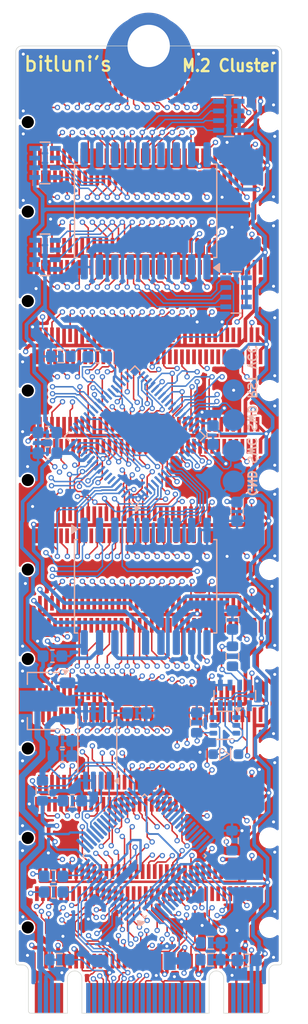
<source format=kicad_pcb>
(kicad_pcb (version 20241229) (generator "pcbnew") (generator_version "9.0")
  (title_block (comment 4 "AISLER Project ID: QTECEMJP"))
  (layers (0 "F.Cu" signal) (4 "In1.Cu" signal) (6 "In2.Cu" signal) (2 "B.Cu" signal) (13 "F.Paste" user) (15 "B.Paste" user) (5 "F.SilkS" user "F.Silkscreen") (7 "B.SilkS" user "B.Silkscreen") (1 "F.Mask" user) (3 "B.Mask" user) (25 "Edge.Cuts" user))
  (net 0 "")
  (net 1 "VCC")
  (net 2 "GND")
  (net 3 "Net-(U2-PET0-)")
  (net 4 "PA0")
  (net 5 "PA1")
  (net 6 "PA2")
  (net 7 "PA3")
  (net 8 "PA4")
  (net 9 "PA5")
  (net 10 "PA6")
  (net 11 "PA7")
  (net 12 "Net-(U2-PET0+)")
  (net 14 "/RST#")
  (net 15 "/PECK+")
  (net 16 "/PECK-")
  (net 18 "/PER+")
  (net 19 "/PER-")
  (net 20 "/PET-")
  (net 21 "/PET+")
  (net 62 "1V8")
  (net 63 "PC0")
  (net 64 "PC1")
  (net 65 "PC2")
  (net 66 "PC3")
  (net 67 "PC4")
  (net 68 "PC5")
  (net 69 "PC6")
  (net 70 "PC7")
  (net 71 "PC8")
  (net 72 "PC9")
  (net 73 "PC10")
  (net 74 "PC11")
  (net 77 "PB4")
  (net 78 "PB5")
  (net 79 "PB6")
  (net 80 "PB7")
  (net 81 "PB8")
  (net 82 "PB9")
  (net 83 "PB10")
  (net 84 "PB11")
  (net 85 "PB12")
  (net 86 "PB13")
  (net 87 "PB14")
  (net 88 "PB15")
  (net 92 "/RTS")
  (net 93 "/DTR")
  (net 94 "/RX")
  (net 95 "/TX")
  (net 109 "/CLK_32k")
  (net 111 "/RST_CH32#")
  (net 112 "Net-(U1-SCL)")
  (net 113 "/DSR")
  (net 114 "Net-(U1-SDA)")
  (net 115 "/CKSEL")
  (net 116 "Net-(U1-MDPRT#)")
  (net 117 "/RI")
  (net 118 "1V8A")
  (net 119 "/CTS")
  (net 120 "/DCD")
  (net 121 "Net-(U1-MDSEL)")
  (net 122 "Net-(U1-RREF)")
  (net 123 "/HDD_LED#")
  (net 124 "/WAKE#")
  (net 125 "/CLKREQ#")
  (net 137 "Net-(D1-K)")
  (net 138 "Net-(Q1A-C1)")
  (net 139 "PB2")
  (net 140 "PA14")
  (net 141 "PA13")
  (net 143 "PA12")
  (net 144 "PC15")
  (net 145 "PA11")
  (net 147 "PD2")
  (net 148 "PB1")
  (net 149 "PA15")
  (net 151 "PC14")
  (net 152 "PC13")
  (net 153 "PA8")
  (net 154 "PB0")
  (net 155 "PD4")
  (net 156 "PD3")
  (net 157 "PD6")
  (net 158 "PC12")
  (net 159 "PD5")
  (net 160 "PB3")
  (net 305 "GND00")
  (net 306 "GND01")
  (net 307 "GND02")
  (net 308 "GND03")
  (net 309 "GND04")
  (net 310 "GND05")
  (net 311 "GND06")
  (net 312 "GND07")
  (net 313 "GND08")
  (net 314 "GND09")
  (net 331 "BOOT0")
  (footprint "Basics:M.2-Vertical-short Pads" (layer "F.Cu") (at 121.85 52.55)
    (property "Reference" "C21" (hide yes))
    (property "Value" "M.2-CLuster" (hide yes))
  )
  (footprint "Basics:M.2-Vertical-short Pads" (layer "F.Cu") (at 121.85 111.75)
    (property "Reference" "C6" (hide yes))
    (property "Value" "M.2-CLuster" (hide yes))
  )
  (footprint "Basics:M.2-Vertical-short Pads" (layer "F.Cu") (at 121.85 119.15)
    (property "Reference" "C5" (hide yes))
    (property "Value" "M.2-CLuster" (hide yes))
  )
  (footprint "Basics:M.2-Vertical-short Pads" (layer "F.Cu") (at 121.85 82.15)
    (property "Reference" "C14" (hide yes))
    (property "Value" "M.2-CLuster" (hide yes))
  )
  (footprint "M.2-Templates:M.2-B+M-KEY 2280" (layer "F.Cu") (at 121.85 126.25)
    (property "Reference" "U2" (hide yes))
    (property "Value" "M.2-B+M-KEY-PCIe" (hide yes))
    (fp_line (start -11 -79.5) (end -11 -4.2) (stroke (width 0.05)) (layer "Edge.Cuts"))
    (fp_line (start -10.8 -4) (end -10.45 -4) (stroke (width 0.05)) (layer "Edge.Cuts"))
    (fp_line (start -9.95 -3.5) (end -9.95 -0.2) (stroke (width 0.05)) (layer "Edge.Cuts"))
    (fp_line (start -6.725 -2.9) (end -6.725 0) (stroke (width 0.05)) (layer "Edge.Cuts"))
    (fp_line (start -6.725 0) (end -9.75 0) (stroke (width 0.05)) (layer "Edge.Cuts"))
    (fp_line (start -5.525 -2.9) (end -5.525 0) (stroke (width 0.05)) (layer "Edge.Cuts"))
    (fp_line (start -5.525 0) (end 5 0) (stroke (width 0.05)) (layer "Edge.Cuts"))
    (fp_line (start 5 -2.9) (end 5 0) (stroke (width 0.05)) (layer "Edge.Cuts"))
    (fp_line (start 6.2 -2.9) (end 6.2 0) (stroke (width 0.05)) (layer "Edge.Cuts"))
    (fp_line (start 6.2 0) (end 9.75 0) (stroke (width 0.05)) (layer "Edge.Cuts"))
    (fp_line (start 9.95 -0.2) (end 9.95 -3.5) (stroke (width 0.05)) (layer "Edge.Cuts"))
    (fp_line (start 10.45 -4) (end 10.8 -4) (stroke (width 0.05)) (layer "Edge.Cuts"))
    (fp_line (start 10.5 -80) (end -10.5 -80) (stroke (width 0.05)) (layer "Edge.Cuts"))
    (fp_line (start 11 -4.2) (end 11 -79.5) (stroke (width 0.05)) (layer "Edge.Cuts"))
    (fp_arc (start -11 -79.5) (mid -10.853553 -79.853553) (end -10.5 -80) (stroke (width 0.05)) (layer "Edge.Cuts"))
    (fp_arc (start -10.8 -4) (mid -10.941421 -4.058579) (end -11 -4.2) (stroke (width 0.05)) (layer "Edge.Cuts"))
    (fp_arc (start -10.45 -4) (mid -10.096447 -3.853553) (end -9.95 -3.5) (stroke (width 0.05)) (layer "Edge.Cuts"))
    (fp_arc (start -9.75 0) (mid -9.891421 -0.058579) (end -9.95 -0.2) (stroke (width 0.05)) (layer "Edge.Cuts"))
    (fp_arc (start -6.725 -2.9) (mid -6.549264 -3.324264) (end -6.125 -3.5) (stroke (width 0.05)) (layer "Edge.Cuts"))
    (fp_arc (start -6.125 -3.5) (mid -5.700736 -3.324264) (end -5.525 -2.9) (stroke (width 0.05)) (layer "Edge.Cuts"))
    (fp_arc (start 5 -2.9) (mid 5.175736 -3.324264) (end 5.6 -3.5) (stroke (width 0.05)) (layer "Edge.Cuts"))
    (fp_arc (start 5.6 -3.5) (mid 6.024264 -3.324264) (end 6.2 -2.9) (stroke (width 0.05)) (layer "Edge.Cuts"))
    (fp_arc (start 9.95 -3.5) (mid 10.096447 -3.853553) (end 10.45 -4) (stroke (width 0.05)) (layer "Edge.Cuts"))
    (fp_arc (start 9.95 -0.2) (mid 9.891421 -0.058579) (end 9.75 0) (stroke (width 0.05)) (layer "Edge.Cuts"))
    (fp_arc (start 10.5 -80) (mid 10.853553 -79.853553) (end 11 -79.5) (stroke (width 0.05)) (layer "Edge.Cuts"))
    (fp_arc (start 11 -4.2) (mid 10.941421 -4.058579) (end 10.8 -4) (stroke (width 0.05)) (layer "Edge.Cuts"))
  )
  (footprint "Basics:M.2-Vertical-short Pads" (layer "F.Cu") (at 121.85 96.95)
    (property "Reference" "C9" (hide yes))
    (property "Value" "M.2-CLuster" (hide yes))
  )
  (footprint "Basics:M.2-Vertical-short Pads" (layer "F.Cu") (at 121.85 74.75)
    (property "Reference" "C18" (hide yes))
    (property "Value" "M.2-CLuster" (hide yes))
  )
  (footprint "Basics:M.2-Vertical-short Pads" (layer "F.Cu") (at 121.85 104.35)
    (property "Reference" "C7" (hide yes))
    (property "Value" "M.2-CLuster" (hide yes))
  )
  (footprint "Basics:M.2-Vertical-short Pads" (layer "F.Cu") (at 121.85 67.35)
    (property "Reference" "C19" (hide yes))
    (property "Value" "M.2-CLuster" (hide yes))
  )
  (footprint "Basics:M.2-Vertical-short Pads" (layer "F.Cu") (at 121.85 89.55)
    (property "Reference" "C13" (hide yes))
    (property "Value" "M.2-CLuster" (hide yes))
  )
  (footprint "Basics:M.2-Vertical-short Pads" (layer "F.Cu") (at 121.85 59.95)
    (property "Reference" "C20" (hide yes))
    (property "Value" "M.2-CLuster" (hide yes))
  )
  (footprint "Resistor_SMD:R_0603_1608Metric" (layer "B.Cu") (at 128.775 96.725 90)
    (property "Reference" "R16" (hide yes))
    (property "Value" "100k" (hide yes))
  )
  (footprint "Resistor_SMD:R_0603_1608Metric" (layer "B.Cu") (at 126.975 120.425)
    (property "Reference" "R11" (hide yes))
    (property "Value" "0" (hide yes))
  )
  (footprint "Resistor_SMD:R_0603_1608Metric" (layer "B.Cu") (at 128.7375 111.975 90)
    (property "Reference" "R12" (hide yes))
    (property "Value" "12k" (hide yes))
  )
  (footprint "Package_SO:TSSOP-8_4.4x3mm_P0.65mm" (layer "B.Cu") (at 117.6 104.1375 90)
    (property "Reference" "U4" (hide yes))
    (property "Value" "M24C02-FDW" (hide yes))
  )
  (footprint "Basics:QFN-68-1EP_8x8mm_P0.4mm_EP1x1mm" (layer "B.Cu") (at 120.711333 78.527145 45)
    (property "Reference" "U6" (hide yes))
    (property "Value" "~" (hide yes))
  )
  (footprint "Resistor_SMD:R_0603_1608Metric" (layer "B.Cu") (at 114.575 71.925 180)
    (property "Reference" "R19" (hide yes))
    (property "Value" "10k" (hide yes))
  )
  (footprint "Package_QFP:LQFP-64_7x7mm_P0.4mm" (layer "B.Cu") (at 121.50861 113.232778 45)
    (property "Reference" "U1" (hide yes))
    (property "Value" "CH382" (hide yes))
  )
  (footprint "Basics:SolderJumper-3_P1.3mm_Bridged12_RoundedPad1.0x1.5mm" (layer "B.Cu") (at 123.575 121.925 180)
    (property "Reference" "JP2" (hide yes))
    (property "Value" "Jumper_3_Bridged12" (hide yes))
  )
  (footprint "Capacitor_SMD:C_0603_1608Metric" (layer "B.Cu") (at 113.975 114.925)
    (property "Reference" "C2" (hide yes))
    (property "Value" "100n" (hide yes))
  )
  (footprint "Package_SO:SOIC-18W_7.5x11.6mm_P1.27mm" (layer "B.Cu") (at 121.595 59.8875 90)
    (property "Reference" "U7" (hide yes))
    (property "Value" "ULN2803A" (hide yes))
  )
  (footprint "Package_TO_SOT_SMD:SOT-363_SC-70-6" (layer "B.Cu") (at 128.15 102.4375 180)
    (property "Reference" "Q1" (hide yes))
    (property "Value" "UMH3N" (hide yes))
  )
  (footprint "Capacitor_SMD:C_0603_1608Metric" (layer "B.Cu") (at 114.7125 103.725 180)
    (property "Reference" "C11" (hide yes))
    (property "Value" "10u" (hide yes))
  )
  (footprint "Package_TO_SOT_SMD:SOT-89-3" (layer "B.Cu") (at 113.175 100.425 180)
    (property "Reference" "U3" (hide yes))
    (property "Value" "MCP1703Ax-180xxMB" (hide yes))
  )
  (footprint "Resistor_SMD:R_Array_Concave_4x0603" (layer "B.Cu") (at 128.475 52.025)
    (property "Reference" "RN9" (hide yes))
    (property "Value" "1k" (hide yes))
  )
  (footprint "Capacitor_SMD:C_0603_1608Metric" (layer "B.Cu") (at 113.8875 96.7125 180)
    (property "Reference" "C8" (hide yes))
    (property "Value" "10u" (hide yes))
  )
  (footprint "Resistor_SMD:R_0603_1608Metric" (layer "B.Cu") (at 126.975 121.825)
    (property "Reference" "R10" (hide yes))
    (property "Value" "0" (hide yes))
  )
  (footprint "Resistor_SMD:R_0603_1608Metric" (layer "B.Cu") (at 113.0625 107.85 -90)
    (property "Reference" "R9" (hide yes))
    (property "Value" "0" (hide yes))
  )
  (footprint "Resistor_SMD:R_0603_1608Metric" (layer "B.Cu") (at 114.475 121.825)
    (property "Reference" "R18" (hide yes))
    (property "Value" "10k" (hide yes))
  )
  (footprint "Resistor_SMD:R_Array_Concave_4x0603" (layer "B.Cu") (at 113.275 63.525 180)
    (property "Reference" "RN8" (hide yes))
    (property "Value" "1k" (hide yes))
  )
  (footprint "Capacitor_SMD:C_0603_1608Metric" (layer "B.Cu") (at 129.975 121.875)
    (property "Reference" "C15" (hide yes))
    (property "Value" "100n" (hide yes))
  )
  (footprint "Capacitor_SMD:C_0603_1608Metric" (layer "B.Cu") (at 127.175 78.425 -90)
    (property "Reference" "C31" (hide yes))
    (property "Value" "100n" (hide yes))
  )
  (footprint "Resistor_SMD:R_Array_Concave_4x0603" (layer "B.Cu") (at 129.075 66.625)
    (property "Reference" "RN7" (hide yes))
    (property "Value" "1k" (hide yes))
  )
  (footprint "Package_SO:SOIC-18W_7.5x11.6mm_P1.27mm" (layer "B.Cu") (at 121.595 90.9375 -90)
    (property "Reference" "U5" (hide yes))
    (property "Value" "ULN2803A" (hide yes))
  )
  (footprint "Resistor_SMD:R_Array_Concave_4x0603" (layer "B.Cu") (at 113.275 55.925 180)
    (property "Reference" "RN6" (hide yes))
    (property "Value" "1k" (hide yes))
  )
  (footprint "Resistor_SMD:R_Array_Concave_4x0603" (layer "B.Cu") (at 128.975 99.9625 90)
    (property "Reference" "RN10" (hide yes))
    (property "Value" "10k" (hide yes))
  )
  (footprint "Capacitor_SMD:C_0603_1608Metric" (layer "B.Cu") (at 117.6 71.9625 180)
    (property "Reference" "C30" (hide yes))
    (property "Value" "100n" (hide yes))
  )
  (footprint "Basics:D_SOD-323" (layer "B.Cu") (at 128.225 104.825 180)
    (property "Reference" "D1" (hide yes))
    (property "Value" "D" (hide yes))
  )
  (footprint "Basics:Testpoint5" (layer "B.Cu") (at 128.875 77.185 90)
    (property "Reference" "TP2" (hide yes))
    (property "Value" "TestPoint" (hide yes))
  )
  (footprint "Capacitor_SMD:C_0603_1608Metric" (layer "B.Cu") (at 113.475 78.225 180)
    (property "Reference" "C29" (hide yes))
    (property "Value" "100n" (hide yes))
  )
  (footprint "Resistor_SMD:R_0603_1608Metric" (layer "B.Cu") (at 125.825001 102.225 90)
    (property "Reference" "R15" (hide yes))
    (property "Value" "100k" (hide yes))
  )
  (footprint "Capacitor_SMD:C_0603_1608Metric" (layer "B.Cu") (at 113.975 116.225)
    (property "Reference" "C1" (hide yes))
    (property "Value" "100n" (hide yes))
  )
  (footprint "Capacitor_SMD:C_0603_1608Metric" (layer "B.Cu") (at 114.7125 104.9625 180)
    (property "Reference" "C10" (hide yes))
    (property "Value" "100n" (hide yes))
  )
  (footprint "Capacitor_SMD:C_0603_1608Metric" (layer "B.Cu") (at 128.775 93.725 90)
    (property "Reference" "C26" (hide yes))
    (property "Value" "100n" (hide yes))
  )
  (footprint "Capacitor_SMD:C_0603_1608Metric" (layer "B.Cu") (at 113.475 79.925 180)
    (property "Reference" "C28" (hide yes))
    (property "Value" "100n" (hide yes))
  )
  (footprint "Capacitor_SMD:C_0603_1608Metric" (layer "B.Cu") (at 129.1575 84.75 -90)
    (property "Reference" "C27" (hide yes))
    (property "Value" "100n" (hide yes))
  )
  (footprint "Capacitor_SMD:C_0603_1608Metric" (layer "B.Cu") (at 120.875 101.425 180)
    (property "Reference" "C3" (hide yes))
    (property "Value" "100n" (hide yes))
  )
  (footprint "Capacitor_SMD:C_0603_1608Metric" (layer "B.Cu") (at 115.5375 108.675 180)
    (property "Reference" "C12" (hide yes))
    (property "Value" "100n" (hide yes))
  )
  (gr_text "bitluni's" (at 111.42 48.45 0) (layer "F.SilkS") (effects (font (size 1.2 1.2) (thickness 0.2) (bold yes)) (justify left bottom)))
  (gr_text "M.2 Cluster" (at 124.514594 48.45872 0) (layer "F.SilkS") (effects (font (size 1 0.9) (thickness 0.2) (bold yes)) (justify left bottom)))
  (gr_text "GND SWC SWD RST VCC" (at 129.979484 83.577756 270) (layer "B.SilkS") (effects (font (size 0.7 0.7)) (justify left bottom mirror)))
  (segment (start 130.85 84.94) (end 131.19 84.94) (width 0.25) (layer "F.Cu") (net 1))
  (segment (start 131.1 93.8) (end 131.675 93.225) (width 0.25) (layer "F.Cu") (net 1))
  (segment (start 131.1 78.8) (end 131.575 78.325) (width 0.25) (layer "F.Cu") (net 1))
  (segment (start 131.1 108.7) (end 131.775 108.025) (width 0.25) (layer "F.Cu") (net 1))
  (segment (start 130.85 55.34) (end 130.89 55.34) (width 0.25) (layer "F.Cu") (net 1))
  (segment (start 131.1 63.7) (end 131.475 63.325) (width 0.25) (layer "F.Cu") (net 1))
  (segment (start 131.1 56.7) (end 131.675 56.125) (width 0.25) (layer "F.Cu") (net 1))
  (segment (start 131.1 49.76) (end 131.1 50.825) (width 0.3) (layer "F.Cu") (net 1))
  (segment (start 130.89 107.14) (end 131.775 108.025) (width 0.25) (layer "F.Cu") (net 1))
  (segment (start 131.1 79.36) (end 131.1 78.8) (width 0.25) (layer "F.Cu") (net 1))
  (segment (start 131.1 86.2) (end 131.775 85.525) (width 0.25) (layer "F.Cu") (net 1))
  (segment (start 131.1 116.36) (end 131.1 116) (width 0.2) (layer "F.Cu") (net 1))
  (segment (start 131.1 57.16) (end 131.1 56.7) (width 0.25) (layer "F.Cu") (net 1))
  (segment (start 130.85 92.34) (end 130.85 92.4) (width 0.25) (layer "F.Cu") (net 1))
  (segment (start 130.85 107.14) (end 130.89 107.14) (width 0.25) (layer "F.Cu") (net 1))
  (segment (start 131.1 101.1) (end 131.575 100.625) (width 0.25) (layer "F.Cu") (net 1))
  (segment (start 131.1 71.96) (end 131.1 71.4) (width 0.25) (layer "F.Cu") (net 1))
  (segment (start 131.475 121.325) (end 131.465 121.325) (width 0.3) (layer "F.Cu") (net 1))
  (segment (start 131.1 94.16) (end 131.1 93.8) (width 0.25) (layer "F.Cu") (net 1))
  (segment (start 130.85 99.9) (end 131.575 100.625) (width 0.25) (layer "F.Cu") (net 1))
  (segment (start 131.19 84.94) (end 131.775 85.525) (width 0.25) (layer "F.Cu") (net 1))
  (segment (start 130.85 114.6) (end 131.675 115.425) (width 0.2) (layer "F.Cu") (net 1))
  (segment (start 131.1 108.96) (end 131.1 108.7) (width 0.25) (layer "F.Cu") (net 1))
  (segment (start 130.85 92.4) (end 131.675 93.225) (width 0.25) (layer "F.Cu") (net 1))
  (segment (start 130.85 77.54) (end 130.85 77.6) (width 0.25) (layer "F.Cu") (net 1))
  (segment (start 131.1 86.76) (end 131.1 86.2) (width 0.25) (layer "F.Cu") (net 1))
  (segment (start 130.85 70.2) (end 131.575 70.925) (width 0.25) (layer "F.Cu") (net 1))
  (segment (start 130.89 55.34) (end 131.675 56.125) (width 0.25) (layer "F.Cu") (net 1))
  (segment (start 131.1 71.4) (end 131.575 70.925) (width 0.25) (layer "F.Cu") (net 1))
  (segment (start 131.1 101.56) (end 131.1 101.1) (width 0.25) (layer "F.Cu") (net 1))
  (segment (start 130.89 62.74) (end 131.475 63.325) (width 0.25) (layer "F.Cu") (net 1))
  (segment (start 130.85 62.74) (end 130.89 62.74) (width 0.25) (layer "F.Cu") (net 1))
  (segment (start 130.85 77.6) (end 131.575 78.325) (width 0.25) (layer "F.Cu") (net 1))
  (segment (start 130.85 114.54) (end 130.85 114.6) (width 0.2) (layer "F.Cu") (net 1))
  (segment (start 130.85 99.74) (end 130.85 99.9) (width 0.25) (layer "F.Cu") (net 1))
  (segment (start 131.1 64.56) (end 131.1 63.7) (width 0.25) (layer "F.Cu") (net 1))
  (segment (start 130.85 70.14) (end 130.85 70.2) (width 0.25) (layer "F.Cu") (net 1))
  (segment (start 131.1 116) (end 131.675 115.425) (width 0.2) (layer "F.Cu") (net 1))
  (segment (start 131.465 121.325) (end 130.85 121.94) (width 0.3) (layer "F.Cu") (net 1))
  (via (at 131.775 85.525) (size 0.45) (drill 0.25) (layers "F.Cu" "B.Cu") (net 1))
  (via (at 131.475 121.325) (size 0.45) (drill 0.25) (layers "F.Cu" "B.Cu") (net 1))
  (via (at 131.575 70.925) (size 0.45) (drill 0.25) (layers "F.Cu" "B.Cu") (net 1))
  (via (at 131.475 63.325) (size 0.45) (drill 0.25) (layers "F.Cu" "B.Cu") (net 1))
  (via (at 120.982695 83.711107) (size 0.45) (drill 0.25) (layers "F.Cu" "B.Cu") (net 1))
  (via (at 131.675 115.425) (size 0.45) (drill 0.25) (layers "F.Cu" "B.Cu") (net 1))
  (via (at 131.675 93.225) (size 0.45) (drill 0.25) (layers "F.Cu" "B.Cu") (net 1))
  (via (at 128.3325 83.925) (size 0.45) (drill 0.25) (layers "F.Cu" "B.Cu") (net 1))
  (via (at 131.1 50.825) (size 0.45) (drill 0.25) (layers "F.Cu" "B.Cu") (net 1))
  (via (at 131.675 56.125) (size 0.45) (drill 0.25) (layers "F.Cu" "B.Cu") (net 1))
  (via (at 131.575 78.325) (size 0.45) (drill 0.25) (layers "F.Cu" "B.Cu") (net 1))
  (via (at 131.775 108.025) (size 0.45) (drill 0.25) (layers "F.Cu" "B.Cu") (net 1))
  (via (at 131.575 100.625) (size 0.45) (drill 0.25) (layers "F.Cu" "B.Cu") (net 1))
  (segment (start 111.42 85.54085) (end 111.42 83.946336) (width 0.3) (layer "B.Cu") (net 1))
  (segment (start 131.575 100.625) (end 131.575 98.525) (width 0.3) (layer "B.Cu") (net 1))
  (segment (start 111.4865 113.9635) (end 111.4865 117.4115) (width 0.5) (layer "B.Cu") (net 1))
  (segment (start 112.975 111.15) (end 112.975 112.475) (width 0.5) (layer "B.Cu") (net 1))
  (segment (start 131.675 117.325) (end 131.675 115.425) (width 0.3) (layer "B.Cu") (net 1))
  (segment (start 131.1325 83.425) (end 130.175 83.425) (width 0.3) (layer "B.Cu") (net 1))
  (segment (start 119.075 73.0175) (end 118.375 72.3175) (width 0.2) (layer "B.Cu") (net 1))
  (segment (start 113.075 60) (end 113.075 58.725) (width 0.3) (layer "B.Cu") (net 1))
  (segment (start 113.275 68.0425) (end 114.72 69.4875) (width 0.3) (layer "B.Cu") (net 1))
  (segment (start 130.175 83.425) (end 130.175 81.425) (width 0.3) (layer "B.Cu") (net 1))
  (segment (start 113.0625 103.783883) (end 113.0625 104.9625) (width 0.5) (layer "B.Cu") (net 1))
  (segment (start 113.075 58.725) (end 112.425 58.075) (width 0.3) (layer "B.Cu") (net 1))
  (segment (start 113.105 99.97) (end 112.65 100.425) (width 0.5) (layer "B.Cu") (net 1))
  (segment (start 113.318317 59.756683) (end 113.075 60) (width 0.3) (layer "B.Cu") (net 1))
  (segment (start 117.000804 111.836242) (end 116.463592 111.29903) (width 0.2) (layer "B.Cu") (net 1))
  (segment (start 130.475 60) (end 130.475 59.325) (width 0.3) (layer "B.Cu") (net 1))
  (segment (start 114.72 69.4875) (end 115.9 69.4875) (width 0.3) (layer "B.Cu") (net 1))
  (segment (start 130.35 125) (end 130.35 122.275) (width 0.3) (layer "B.Cu") (net 1))
  (segment (start 112.675 64.725) (end 113.275 65.325) (width 0.3) (layer "B.Cu") (net 1))
  (segment (start 131.775 109.58125) (end 131.775 108.025) (width 0.3) (layer "B.Cu") (net 1))
  (segment (start 128.3825 83.975) (end 128.3325 83.925) (width 0.3) (layer "B.Cu") (net 1))
  (segment (start 130.975 120.325) (end 130.475 119.825) (width 0.3) (layer "B.Cu") (net 1))
  (segment (start 130.85 125) (end 130.85 121.975) (width 0.3) (layer "B.Cu") (net 1))
  (segment (start 131.475 121.225) (end 131.475 121.325) (width 0.3) (layer "B.Cu") (net 1))
  (segment (start 131.775 85.525) (end 131.775 84.0675) (width 0.3) (layer "B.Cu") (net 1))
  (segment (start 130.675 53.025) (end 130.675 52.132107) (width 0.3) (layer "B.Cu") (net 1))
  (segment (start 118.575 101.275) (end 118.575 100.5675) (width 0.125) (layer "B.Cu") (net 1))
  (segment (start 115.358968 111.29903) (end 115.22964 111.428358) (width 0.2) (layer "B.Cu") (net 1))
  (segment (start 121.232824 83.57412) (end 121.515667 83.291277) (width 0.2) (layer "B.Cu") (net 1))
  (segment (start 111.375 106.65) (end 111.375 109.4625) (width 0.5) (layer "B.Cu") (net 1))
  (segment (start 130.75 121.875) (end 130.75 121.45) (width 0.3) (layer "B.Cu") (net 1))
  (segment (start 115.9 69.4875) (end 118.375 71.9625) (width 0.3) (layer "B.Cu") (net 1))
  (segment (start 130.275 90.225) (end 130.275 89.125) (width 0.3) (layer "B.Cu") (net 1))
  (segment (start 131.225 98.175) (end 130.575 97.525) (width 0.3) (layer "B.Cu") (net 1))
  (segment (start 111.745 70.397298) (end 112.375 71.027298) (width 0.3) (layer "B.Cu") (net 1))
  (segment (start 113.275 74.125) (end 113.275 77.25) (width 0.3) (layer "B.Cu") (net 1))
  (segment (start 112.975 111.0625) (end 112.975 111.15) (width 0.5) (layer "B.Cu") (net 1))
  (segment (start 116.113025 80.515825) (end 116.459911 80.515825) (width 0.3) (layer "B.Cu") (net 1))
  (segment (start 111.42 83.946336) (end 113.03 82.336336) (width 0.3) (layer "B.Cu") (net 1))
  (segment (start 113.253358 111.428358) (end 112.975 111.15) (width 0.2) (layer "B.Cu") (net 1))
  (segment (start 114.25 79.925) (end 114.25 78.225) (width 0.3) (layer "B.Cu") (net 1))
  (segment (start 119.341314 74.328698) (end 118.975 73.962384) (width 0.2) (layer "B.Cu") (net 1))
  (segment (start 121.232824 83.57412) (end 121.119682 83.57412) (width 0.2) (layer "B.Cu") (net 1))
  (segment (start 112.874 122.44275) (end 112.975 122.54375) (width 0.5) (layer "B.Cu") (net 1))
  (segment (start 112.425 62.325) (end 112.425 61.675) (width 0.3) (layer "B.Cu") (net 1))
  (segment (start 118.375 72.3175) (end 118.375 71.9625) (width 0.2) (layer "B.Cu") (net 1))
  (segment (start 130.175 81.425) (end 131.575 80.025) (width 0.3) (layer "B.Cu") (net 1))
  (segment (start 126.044889 113.526416) (end 126.582101 114.063628) (width 0.2) (layer "B.Cu") (net 1))
  (segment (start 114.582499 99.97) (end 113.105 99.97) (width 0.5) (layer "B.Cu") (net 1))
  (segment (start 130.475 60) (end 130.231683 59.756683) (width 0.3) (layer "B.Cu") (net 1))
  (segment (start 130.275 89.125) (end 131.775 87.625) (width 0.3) (layer "B.Cu") (net 1))
  (segment (start 130.475 59.325) (end 131.675 58.125) (width 0.3) (layer "B.Cu") (net 1))
  (segment (start 126.613628 114.063628) (end 128.075 115.525) (width 0.2) (layer "B.Cu") (net 1))
  (segment (start 131.075 51.732107) (end 131.075 50.85) (width 0.3) (layer "B.Cu") (net 1))
  (segment (start 119.624156 74.045856) (end 119.595856 74.045856) (width 0.2) (layer "B.Cu") (net 1))
  (segment (start 114.787994 79.925) (end 115.664358 79.048636) (width 0.3) (layer "B.Cu") (net 1))
  (segment (start 130.575 97.525) (end 130.575 96.52604) (width 0.3) (layer "B.Cu") (net 1))
  (segment (start 130.675 52.132107) (end 131.075 51.732107) (width 0.3) (layer "B.Cu") (net 1))
  (segment (start 117.9775 99.97) (end 115.492499 99.97) (width 0.125) (layer "B.Cu") (net 1))
  (segment (start 116.459911 80.515825) (end 116.795729 80.180007) (width 0.3) (layer "B.Cu") (net 1))
  (segment (start 111.375 109.4625) (end 112.975 111.0625) (width 0.5) (layer "B.Cu") (net 1))
  (segment (start 130.975 121.225) (end 130.975 120.725) (width 0.3) (layer "B.Cu") (net 1))
  (segment (start 130.675 103.525) (end 131.575 102.625) (width 0.3) (layer "B.Cu") (net 1))
  (segment (start 112.626 89.013878) (end 111.349998 87.737876) (width 0.3) (layer "B.Cu") (net 1))
  (segment (start 112.425 57.125) (end 112.425 54.725) (width 0.3) (layer "B.Cu") (net 1))
  (segment (start 129.325 53.225) (end 129.325 50.825) (width 0.3) (layer "B.Cu") (net 1))
  (segment (start 131.775 87.625) (end 131.775 85.525) (width 0.3) (layer "B.Cu") (net 1))
  (segment (start 131.575 70.925) (end 131.575 69.325) (width 0.3) (layer "B.Cu") (net 1))
  (segment (start 126.975862 77.450862) (end 127.85 78.325) (width 0.2) (layer "B.Cu") (net 1))
  (segment (start 115.22964 111.428358) (end 113.253358 111.428358) (width 0.2) (layer "B.Cu") (net 1))
  (segment (start 113.85 123.41875) (end 113.509375 123.078125) (width 0.3) (layer "B.Cu") (net 1))
  (segment (start 112.876 122.64275) (end 112.876 124.974) (width 0.3) (layer "B.Cu") (net 1))
  (segment (start 120.845708 83.57412) (end 120.189842 83.57412) (width 0.2) (layer "B.Cu") (net 1))
  (segment (start 120.394917 118.023426) (end 124.493343 113.925) (width 0.2) (layer "B.Cu") (net 1))
  (segment (start 119.075 73.525) (end 119.075 73.0175) (width 0.2) (layer "B.Cu") (net 1))
  (segment (start 131.675 56.125) (end 131.675 54.425) (width 0.3) (layer "B.Cu") (net 1))
  (segment (start 130.975 120.725) (end 131.475 121.225) (width 0.3) (layer "B.Cu") (net 1))
  (segment (start 113.509375 123.078125) (end 113.35 123.2375) (width 0.3) (layer "B.Cu") (net 1))
  (segment (start 130.475 118.525) (end 131.675 117.325) (width 0.3) (layer "B.Cu") (net 1))
  (segment (start 131.475 63.325) (end 129.925 64.875) (width 0.25) (layer "B.Cu") (net 1))
  (segment (start 112.9825 97.742893) (end 113.1125 97.612893) (width 0.3) (layer "B.Cu") (net 1))
  (segment (start 130.575 96.52604) (end 131.37604 95.725) (width 0.3) (layer "B.Cu") (net 1))
  (segment (start 118.975 73.962384) (end 118.975 73.625) (width 0.2) (layer "B.Cu") (net 1))
  (segment (start 132.100002 77.799998) (end 132.100002 77.014338) (width 0.3) (layer "B.Cu") (net 1))
  (segment (start 130.475 74.125) (end 131.575 73.025) (width 0.3) (layer "B.Cu") (net 1))
  (segment (start 116.463592 111.29903) (end 115.358968 111.29903) (width 0.2) (layer "B.Cu") (net 1))
  (segment (start 114.787994 79.925) (end 115.5222 79.925) (width 0.3) (layer "B.Cu") (net 1))
  (segment (start 119.595856 74.045856) (end 119.075 73.525) (width 0.2) (layer "B.Cu") (net 1))
  (segment (start 126.582101 114.063628) (end 126.613628 114.063628) (width 0.2) (layer "B.Cu") (net 1))
  (segment (start 115.037499 100.425) (end 114.582499 99.97) (width 0.5) (layer "B.Cu") (net 1))
  (segment (start 130.275 53.225) (end 129.325 53.225) (width 0.3) (layer "B.Cu") (net 1))
  (segment (start 131.37604 95.725) (end 131.382107 95.725) (width 0.3) (layer "B.Cu") (net 1))
  (segment (start 118.725 101.425) (end 118.575 101.275) (width 0.125) (layer "B.Cu") (net 1))
  (segment (start 113.85 125) (end 113.85 123.41875) (width 0.3) (layer "B.Cu") (net 1))
  (segment (start 131.775 108.025) (end 131.775 107.025) (width 0.3) (layer "B.Cu") (net 1))
  (segment (start 129.7075 83.425) (end 129.1575 83.975) (width 0.3) (layer "B.Cu") (net 1))
  (segment (start 125.340457 113.925) (end 125.739041 113.526416) (width 0.2) (layer "B.Cu") (net 1))
  (segment (start 130.475 119.825) (end 130.475 118.525) (width 0.3) (layer "B.Cu") (net 1))
  (segment (start 112.275 90.22243) (end 112.626 89.87143) (width 0.3) (layer "B.Cu") (net 1))
  (segment (start 131.075 50.85) (end 131.1 50.825) (width 0.3) (layer "B.Cu") (net 1))
  (segment (start 113.275 67.750393) (end 113.275 68.0425) (width 0.3) (layer "B.Cu") (net 1))
  (segment (start 120.982695 83.711107) (end 120.845708 83.57412) (width 0.2) (layer "B.Cu") (net 1))
  (segment (start 131.675 115.425) (end 131.675 113.425) (width 0.3) (layer "B.Cu") (net 1))
  (segment (start 130.475 75.389336) (end 130.475 74.125) (width 0.3) (layer "B.Cu") (net 1))
  (segment (start 129.1575 83.975) (end 128.3825 83.975) (width 0.3) (layer "B.Cu") (net 1))
  (segment (start 113.03 82.336336) (end 113.03 81.145) (width 0.3) (layer "B.Cu") (net 1))
  (segment (start 124.493343 113.925) (end 125.340457 113.925) (width 0.2) (layer "B.Cu") (net 1))
  (segment (start 111.349998 85.610852) (end 111.42 85.54085) (width 0.3) (layer "B.Cu") (net 1))
  (segment (start 118.975 73.625) (end 119.075 73.525) (width 0.2) (layer "B.Cu") (net 1))
  (segment (start 130.675 53.425) (end 130.675 53.025) (width 0.3) (layer "B.Cu") (net 1))
  (segment (start 112.275 91.492891) (end 112.275 90.22243) (width 0.3) (layer "B.Cu") (net 1))
  (segment (start 112.375 73.225) (end 113.275 74.125) (width 0.3) (layer "B.Cu") (net 1))
  (segment (start 130.775 66.325) (end 131.475 65.625) (width 0.3) (layer "B.Cu") (net 1))
  (segment (start 131.775 84.0675) (end 131.1325 83.425) (width 0.3) (layer "B.Cu") (net 1))
  (segment (start 131.675 58.125) (end 131.675 56.125) (width 0.3) (layer "B.Cu") (net 1))
  (segment (start 120.1 101.425) (end 118.725 101.425) (width 0.125) (layer "B.Cu") (net 1))
  (segment (start 125.739041 113.526416) (end 126.044889 113.526416) (width 0.2) (layer "B.Cu") (net 1))
  (segment (start 130.175 83.425) (end 129.7075 83.425) (width 0.3) (layer "B.Cu") (net 1))
  (segment (start 115.492499 99.97) (end 115.037499 100.425) (width 0.125) (layer "B.Cu") (net 1))
  (segment (start 112.65 100.425) (end 112.65 103.371383) (width 0.5) (layer "B.Cu") (net 1))
  (segment (start 130.575 112.325) (end 130.575 110.78125) (width 0.3) (layer "B.Cu") (net 1))
  (segment (start 131.675 91.625) (end 130.275 90.225) (width 0.3) (layer "B.Cu") (net 1))
  (segment (start 126.250914 77.450862) (end 126.975862 77.450862) (width 0.2) (layer "B.Cu") (net 1))
  (segment (start 112.65 103.371383) (end 113.0625 103.783883) (width 0.5) (layer "B.Cu") (net 1))
  (segment (start 118.575 100.5675) (end 117.9775 99.97) (width 0.125) (layer "B.Cu") (net 1))
  (segment (start 131.3875 100.8125) (end 131.575 100.625) (width 0.125) (layer "B.Cu") (net 1))
  (segment (start 112.425 58.075) (end 112.425 57.125) (width 0.3) (layer "B.Cu") (net 1))
  (segment (start 131.675 95.432107) (end 131.675 93.225) (width 0.3) (layer "B.Cu") (net 1))
  (segment (start 115.037499 100.425) (end 112.9825 98.370001) (width 0.3) (layer "B.Cu") (net 1))
  (segment (start 128.075 115.525) (end 131.575 115.525) (width 0.2) (layer "B.Cu") (net 1))
  (segment (start 130.231683 59.756683) (end 113.318317 59.756683) (width 0.3) (layer "B.Cu") (net 1))
  (segment (start 115.5222 79.925) (end 116.113025 80.515825) (width 0.3) (layer "B.Cu") (net 1))
  (segment (start 131.575 102.625) (end 131.575 100.625) (width 0.3) (layer "B.Cu") (net 1))
  (segment (start 112.874 118.799) (end 112.874 122.44275) (width 0.5) (layer "B.Cu") (net 1))
  (segment (start 113.275 67.750393) (end 111.745 69.280393) (width 0.3) (layer "B.Cu") (net 1))
  (segment (start 131.382107 95.725) (end 131.675 95.432107) (width 0.3) (layer "B.Cu") (net 1))
  (segment (start 113.1125 96.7125) (end 111.8325 95.4325) (width 0.3) (layer "B.Cu") (net 1))
  (segment (start 125.918278 77.279998) (end 126.08005 77.279998) (width 0.2) (layer "B.Cu") (net 1))
  (segment (start 113.0625 104.9625) (end 111.375 106.65) (width 0.5) (layer "B.Cu") (net 1))
  (segment (start 113.075 61.025) (end 113.075 60) (width 0.3) (layer "B.Cu") (net 1))
  (segment (start 130.675 53.025) (end 130.475 53.025) (width 0.3) (layer "B.Cu") (net 1))
  (segment (start 130.475 61.025) (end 130.475 60) (width 0.3) (layer "B.Cu") (net 1))
  (segment (start 127.85 78.325) (end 131.575 78.325) (width 0.2) (layer "B.Cu") (net 1))
  (segment (start 111.8325 91.935391) (end 112.275 91.492891) (width 0.3) (layer "B.Cu") (net 1))
  (segment (start 130.85 121.975) (end 130.75 121.875) (width 0.3) (layer "B.Cu") (net 1))
  (segment (start 112.975 112.475) (end 111.4865 113.9635) (width 0.5) (layer "B.Cu") (net 1))
  (segment (start 114.25 79.925) (end 114.787994 79.925) (width 0.3) (layer "B.Cu") (net 1))
  (segment (start 131.575 98.525) (end 131.225 98.175) (width 0.3) (layer "B.Cu") (net 1))
  (segment (start 132.100002 77.014338) (end 130.475 75.389336) (width 0.3) (layer "B.Cu") (net 1))
  (segment (start 131.675 93.225) (end 131.675 91.625) (width 0.3) (layer "B.Cu") (net 1))
  (segment (start 112.425 64.725) (end 112.675 64.725) (width 0.3) (layer "B.Cu") (net 1))
  (segment (start 131.575 78.325) (end 132.100002 77.799998) (width 0.3) (layer "B.Cu") (net 1))
  (segment (start 112.425 61.675) (end 113.075 61.025) (width 0.3) (layer "B.Cu") (net 1))
  (segment (start 131.575 73.025) (end 131.575 70.925) (width 0.3) (layer "B.Cu") (net 1))
  (segment (start 130.575 110.78125) (end 131.775 109.58125) (width 0.3) (layer "B.Cu") (net 1))
  (segment (start 111.745 69.280393) (end 111.745 70.397298) (width 0.3) (layer "B.Cu") (net 1))
  (segment (start 130.975 120.725) (end 130.975 120.325) (width 0.3) (layer "B.Cu") (net 1))
  (segment (start 131.775 107.025) (end 131.775 106.025) (width 0.3) (layer "B.Cu") (net 1))
  (segment (start 130.135 70.925) (end 128.875 72.185) (width 0.25) (layer "B.Cu") (net 1))
  (segment (start 112.626 89.87143) (end 112.626 89.013878) (width 0.3) (layer "B.Cu") (net 1))
  (segment (start 125.475465 77.722811) (end 125.918278 77.279998) (width 0.2) (layer "B.Cu") (net 1))
  (segment (start 130.675 104.925) (end 130.675 103.525) (width 0.3) (layer "B.Cu") (net 1))
  (segment (start 111.4865 117.4115) (end 112.874 118.799) (width 0.5) (layer "B.Cu") (net 1))
  (segment (start 131.475 65.625) (end 131.475 63.325) (width 0.3) (layer "B.Cu") (net 1))
  (segment (start 121.119682 83.57412) (end 120.982695 83.711107) (width 0.2) (layer "B.Cu") (net 1))
  (segment (start 112.975 122.54375) (end 112.876 122.64275) (width 0.3) (layer "B.Cu") (net 1))
  (segment (start 131.475 62.025) (end 130.475 61.025) (width 0.3) (layer "B.Cu") (net 1))
  (segment (start 130.175 100.8125) (end 131.3875 100.8125) (width 0.125) (layer "B.Cu") (net 1))
  (segment (start 113.275 77.25) (end 114.25 78.225) (width 0.3) (layer "B.Cu") (net 1))
  (segment (start 130.75 121.45) (end 130.975 121.225) (width 0.3) (layer "B.Cu") (net 1))
  (segment (start 131.675 54.425) (end 130.675 53.425) (width 0.3) (layer "B.Cu") (net 1))
  (segment (start 129.925 64.875) (end 129.925 67.825) (width 0.25) (layer "B.Cu") (net 1))
  (segment (start 130.475 53.025) (end 130.275 53.225) (width 0.3) (layer "B.Cu") (net 1))
  (segment (start 113.35 123.2375) (end 113.35 125) (width 0.3) (layer "B.Cu") (net 1))
  (segment (start 131.575 69.325) (end 130.775 68.525) (width 0.3) (layer "B.Cu") (net 1))
  (segment (start 131.575 115.525) (end 131.675 115.425) (width 0.2) (layer "B.Cu") (net 1))
  (segment (start 113.1125 97.612893) (end 113.1125 96.7125) (width 0.3) (layer "B.Cu") (net 1))
  (segment (start 113.509375 123.078125) (end 112.975 122.54375) (width 0.3) (layer "B.Cu") (net 1))
  (segment (start 112.9825 98.370001) (end 112.9825 97.742893) (width 0.3) (layer "B.Cu") (net 1))
  (segment (start 111.349998 87.737876) (end 111.349998 85.610852) (width 0.3) (layer "B.Cu") (net 1))
  (segment (start 130.775 68.525) (end 130.775 66.325) (width 0.3) (layer "B.Cu") (net 1))
  (segment (start 113.275 65.325) (end 113.275 67.750393) (width 0.3) (layer "B.Cu") (net 1))
  (segment (start 131.575 70.925) (end 130.135 70.925) (width 0.25) (layer "B.Cu") (net 1))
  (segment (start 112.375 71.027298) (end 112.375 73.225) (width 0.3) (layer "B.Cu") (net 1))
  (segment (start 113.03 81.145) (end 114.25 79.925) (width 0.3) (layer "B.Cu") (net 1))
  (segment (start 131.675 113.425) (end 130.575 112.325) (width 0.3) (layer "B.Cu") (net 1))
  (segment (start 131.775 106.025) (end 130.675 104.925) (width 0.3) (layer "B.Cu") (net 1))
  (segment (start 126.08005 77.279998) (end 126.250914 77.450862) (width 0.2) (layer "B.Cu") (net 1))
  (segment (start 112.876 124.974) (end 112.85 125) (width 0.3) (layer "B.Cu") (net 1))
  (segment (start 131.575 80.025) (end 131.575 78.325) (width 0.3) (layer "B.Cu") (net 1))
  (segment (start 131.475 63.325) (end 131.475 62.025) (width 0.3) (layer "B.Cu") (net 1))
  (segment (start 112.425 64.725) (end 112.425 62.325) (width 0.3) (layer "B.Cu") (net 1))
  (segment (start 130.35 122.275) (end 130.75 121.875) (width 0.3) (layer "B.Cu") (net 1))
  (segment (start 111.8325 95.4325) (end 111.8325 91.935391) (width 0.3) (layer "B.Cu") (net 1))
  (segment (start 118.6 125) (end 118.6 123.625) (width 0.125) (layer "F.Cu") (net 2))
  (segment (start 120.1 125) (end 120.1 123.688101) (width 0.125) (layer "F.Cu") (net 2))
  (segment (start 117.104998 122.987499) (end 117.191454 122.987499) (width 0.125) (layer "F.Cu") (net 2))
  (segment (start 117.1 125) (end 116.9615 124.8615) (width 0.125) (layer "F.Cu") (net 2))
  (segment (start 117.440453 122.7385) (end 118.459316 122.7385) (width 0.125) (layer "F.Cu") (net 2))
  (segment (start 124.6 123.75) (end 124.6 125) (width 0.125) (layer "F.Cu") (net 2))
  (segment (start 116.9615 124.8615) (end 116.9615 123.669001) (width 0.125) (layer "F.Cu") (net 2))
  (segment (start 123.1 123.75) (end 122.475 123.125) (width 0.125) (layer "F.Cu") (net 2))
  (segment (start 126.1 125) (end 126.1 123.698) (width 0.125) (layer "F.Cu") (net 2))
  (segment (start 126.1 123.698) (end 125.9635 123.5615) (width 0.125) (layer "F.Cu") (net 2))
  (segment (start 116.9615 123.669001) (end 116.863362 123.570863) (width 0.125) (layer "F.Cu") (net 2))
  (segment (start 118.607987 122.887171) (end 118.603406 122.88259) (width 0.125) (layer "F.Cu") (net 2))
  (segment (start 118.610854 122.888331) (end 118.611684 122.888331) (width 0.125) (layer "F.Cu") (net 2))
  (segment (start 123.1 123.625) (end 123.1 125) (width 0.125) (layer "F.Cu") (net 2))
  (segment (start 121.6 123.625) (end 121.6635 123.5615) (width 0.125) (layer "F.Cu") (net 2))
  (segment (start 124.7885 123.5615) (end 124.6 123.75) (width 0.125) (layer "F.Cu") (net 2))
  (segment (start 121.6635 123.5615) (end 122.0385 123.5615) (width 0.125) (layer "F.Cu") (net 2))
  (segment (start 123.1635 123.5615) (end 123.1 123.625) (width 0.125) (layer "F.Cu") (net 2))
  (segment (start 118.607987 122.887171) (end 118.609694 122.887171) (width 0.125) (layer "F.Cu") (net 2))
  (segment (start 116.863362 123.570863) (end 116.863362 123.229135) (width 0.125) (layer "F.Cu") (net 2))
  (segment (start 118.602874 122.88259) (end 118.603406 122.88259) (width 0.125) (layer "F.Cu") (net 2))
  (segment (start 122.0385 123.5615) (end 122.475 123.125) (width 0.125) (layer "F.Cu") (net 2))
  (segment (start 120.1 123.688101) (end 120.387978 123.400123) (width 0.125) (layer "F.Cu") (net 2))
  (segment (start 118.607987 122.887171) (end 118.603406 122.88259) (width 0.125) (layer "F.Cu") (net 2))
  (segment (start 123.1 125) (end 123.1 123.75) (width 0.125) (layer "F.Cu") (net 2))
  (segment (start 124.6 123.75) (end 124.4115 123.5615) (width 0.125) (layer "F.Cu") (net 2))
  (segment (start 117.191454 122.987499) (end 117.440453 122.7385) (width 0.125) (layer "F.Cu") (net 2))
  (segment (start 118.453889 123.478889) (end 118.453889 123.031575) (width 0.125) (layer "F.Cu") (net 2))
  (segment (start 118.459316 122.7385) (end 118.603406 122.88259) (width 0.125) (layer "F.Cu") (net 2))
  (segment (start 118.611684 122.888331) (end 118.610854 122.888331) (width 0.125) (layer "F.Cu") (net 2))
  (segment (start 118.609694 122.887171) (end 118.610854 122.888331) (width 0.125) (layer "F.Cu") (net 2))
  (segment (start 118.6 123.625) (end 118.453889 123.478889) (width 0.125) (layer "F.Cu") (net 2))
  (segment (start 118.607987 122.887171) (end 118.609694 122.887171) (width 0.125) (layer "F.Cu") (net 2))
  (segment (start 125.9635 123.5615) (end 124.7885 123.5615) (width 0.125) (layer "F.Cu") (net 2))
  (segment (start 118.610854 122.888331) (end 118.609694 122.887171) (width 0.125) (layer "F.Cu") (net 2))
  (segment (start 118.453889 123.031575) (end 118.602874 122.88259) (width 0.125) (layer "F.Cu") (net 2))
  (segment (start 120.387978 123.400123) (end 120.389369 123.400123) (width 0.125) (layer "F.Cu") (net 2))
  (segment (start 116.863362 123.229135) (end 117.104998 122.987499) (width 0.125) (layer "F.Cu") (net 2))
  (segment (start 121.6 125) (end 121.6 123.625) (width 0.125) (layer "F.Cu") (net 2))
  (segment (start 124.4115 123.5615) (end 123.1635 123.5615) (width 0.125) (layer "F.Cu") (net 2))
  (via (at 111.475 46.925) (size 0.45) (drill 0.25) (layers "F.Cu" "B.Cu") (net 2))
  (via (at 113.674989 59.132947) (size 0.45) (drill 0.25) (layers "F.Cu" "B.Cu") (net 2))
  (via (at 132.175 46.825) (size 0.45) (drill 0.25) (layers "F.Cu" "B.Cu") (net 2))
  (via (at 112.533136 66.316832) (size 0.45) (drill 0.25) (layers "F.Cu" "B.Cu") (net 2))
  (via (at 128.3325 88.4625) (size 0.45) (drill 0.25) (layers "F.Cu" "B.Cu") (net 2))
  (via (at 111.4125 112.8) (size 0.45) (drill 0.25) (layers "F.Cu" "B.Cu") (net 2))
  (via (at 132.275 73.525) (size 0.45) (drill 0.25) (layers "F.Cu" "B.Cu") (net 2))
  (via (at 132.175 61.125) (size 0.45) (drill 0.25) (layers "F.Cu" "B.Cu") (net 2))
  (via (at 116.85766 118.459874) (size 0.45) (drill 0.25) (layers "F.Cu" "B.Cu") (net 2))
  (via (at 124.558541 118.682378) (size 0.45) (drill 0.25) (layers "F.Cu" "B.Cu") (net 2))
  (via (at 125.975 46.925) (size 0.45) (drill 0.25) (layers "F.Cu" "B.Cu") (net 2))
  (via (at 111.976867 108.940427) (size 0.45) (drill 0.25) (layers "F.Cu" "B.Cu") (net 2))
  (via (at 132.275 68.725) (size 0.45) (drill 0.25) (layers "F.Cu" "B.Cu") (net 2))
  (via (at 111.42 95.8875) (size 0.45) (drill 0.25) (layers "F.Cu" "B.Cu") (net 2))
  (via (at 120.389369 123.400123) (size 0.45) (drill 0.25) (layers "F.Cu" "B.Cu") (net 2))
  (via (at 130.8075 98.775) (size 0.45) (drill 0.25) (layers "F.Cu" "B.Cu") (net 2))
  (via (at 132.275 76.025) (size 0.45) (drill 0.25) (layers "F.Cu" "B.Cu") (net 2))
  (via (at 126.091947 104.660681) (size 0.45) (drill 0.25) (layers "F.Cu" "B.Cu") (net 2))
  (via (at 128.3325 54.225) (size 0.45) (drill 0.25) (layers "F.Cu" "B.Cu") (net 2))
  (via (at 118.611684 122.888331) (size 0.45) (drill 0.25) (layers "F.Cu" "B.Cu") (net 2))
  (via (at 132.275 80.925) (size 0.45) (drill 0.25) (layers "F.Cu" "B.Cu") (net 2))
  (via (at 123.975 123.225) (size 0.45) (drill 0.25) (layers "F.Cu" "B.Cu") (net 2))
  (via (at 127.92 69.075) (size 0.45) (drill 0.25) (layers "F.Cu" "B.Cu") (net 2))
  (via (at 123.349065 120.703518) (size 0.45) (drill 0.25) (layers "F.Cu" "B.Cu") (net 2))
  (via (at 126.27 118.9875) (size 0.45) (drill 0.25) (layers "F.Cu" "B.Cu") (net 2))
  (via (at 132.045 90.9375) (size 0.45) (drill 0.25) (layers "F.Cu" "B.Cu") (net 2))
  (via (at 112.6575 95.475) (size 0.45) (drill 0.25) (layers "F.Cu" "B.Cu") (net 2))
  (via (at 111.475 51.625) (size 0.45) (drill 0.25) (layers "F.Cu" "B.Cu") (net 2))
  (via (at 111.443762 118.277097) (size 0.45) (drill 0.25) (layers "F.Cu" "B.Cu") (net 2))
  (via (at 132.275 112.925) (size 0.45) (drill 0.25) (layers "F.Cu" "B.Cu") (net 2))
  (via (at 128.229694 80.795554) (size 0.45) (drill 0.25) (layers "F.Cu" "B.Cu") (net 2))
  (via (at 132.275 88.425) (size 0.45) (drill 0.25) (layers "F.Cu" "B.Cu") (net 2))
  (via (at 111.825 121.4625) (size 0.45) (drill 0.25) (layers "F.Cu" "B.Cu") (net 2))
  (via (at 112.245 69.4875) (size 0.45) (drill 0.25) (layers "F.Cu" "B.Cu") (net 2))
  (via (at 127.92 58.7625) (size 0.45) (drill 0.25) (layers "F.Cu" "B.Cu") (net 2))
  (via (at 112.245 84.3375) (size 0.45) (drill 0.25) (layers "F.Cu" "B.Cu") (net 2))
  (via (at 111.4125 102.075) (size 0.45) (drill 0.25) (layers "F.Cu" "B.Cu") (net 2))
  (via (at 132.275 53.725) (size 0.45) (drill 0.25) (layers "F.Cu" "B.Cu") (net 2))
  (via (at 129.1575 119.4) (size 0.45) (drill 0.25) (layers "F.Cu" "B.Cu") (net 2))
  (via (at 132.275 95.825) (size 0.45) (drill 0.25) (layers "F.Cu" "B.Cu") (net 2))
  (via (at 132.175 103.125) (size 0.45) (drill 0.25) (layers "F.Cu" "B.Cu") (net 2))
  (via (at 122.475 123.125) (size 0.45) (drill 0.25) (layers "F.Cu" "B.Cu") (net 2))
  (via (at 111.650987 90.708022) (size 0.45) (drill 0.25) (layers "F.Cu" "B.Cu") (net 2))
  (via (at 132.275 83.325) (size 0.45) (drill 0.25) (layers "F.Cu" "B.Cu") (net 2))
  (via (at 113.735944 60.573411) (size 0.45) (drill 0.25) (layers "F.Cu" "B.Cu") (net 2))
  (via (at 111.8325 81.0375) (size 0.45) (drill 0.25) (layers "F.Cu" "B.Cu") (net 2))
  (via (at 111.42 72.375) (size 0.45) (drill 0.25) (layers "F.Cu" "B.Cu") (net 2))
  (via (at 132.175 110.425) (size 0.45) (drill 0.25) (layers "F.Cu" "B.Cu") (net 2))
  (via (at 125.8575 88.875) (size 0.45) (drill 0.25) (layers "F.Cu" "B.Cu") (net 2))
  (via (at 111.475 53.525) (size 0.45) (drill 0.25) (layers "F.Cu" "B.Cu") (net 2))
  (via (at 125.8575 69.075) (size 0.45) (drill 0.25) (layers "F.Cu" "B.Cu") (net 2))
  (via (at 129.57 111.15) (size 0.45) (drill 0.25) (layers "F.Cu" "B.Cu") (net 2))
  (via (at 111.4125 110.7375) (size 0.45) (drill 0.25) (layers "F.Cu" "B.Cu") (net 2))
  (via (at 132.275 117.825) (size 0.45) (drill 0.25) (layers "F.Cu" "B.Cu") (net 2))
  (via (at 111.42 78.15) (size 0.45) (drill 0.25) (layers "F.Cu" "B.Cu") (net 2))
  (via (at 132.175 51.125) (size 0.45) (drill 0.25) (layers "F.Cu" "B.Cu") (net 2))
  (via (at 132.275 98.225) (size 0.45) (drill 0.25) (layers "F.Cu" "B.Cu") (net 2))
  (via (at 131.005053 106.08957) (size 0.45) (drill 0.25) (layers "F.Cu" "B.Cu") (net 2))
  (via (at 132.275 105.525) (size 0.45) (drill 0.25) (layers "F.Cu" "B.Cu") (net 2))
  (via (at 114.668312 122.898564) (size 0.45) (drill 0.25) (layers "F.Cu" "B.Cu") (net 2))
  (via (at 132.175 58.725) (size 0.45) (drill 0.25) (layers "F.Cu" "B.Cu") (net 2))
  (via (at 128.745 61.2375) (size 0.45) (drill 0.25) (layers "F.Cu" "B.Cu") (net 2))
  (via (at 111.4125 105.375) (size 0.45) (drill 0.25) (layers "F.Cu" "B.Cu") (net 2))
  (via (at 128.745 123.1125) (size 0.45) (drill 0.25) (layers "F.Cu" "B.Cu") (net 2))
  (via (at 118.451276 120.467359) (size 0.45) (drill 0.25) (layers "F.Cu" "B.Cu") (net 2))
  (via (at 114.75417 119.884816) (size 0.45) (drill 0.25) (layers "F.Cu" "B.Cu") (net 2))
  (via (at 132.175 121.625) (size 0.45) (drill 0.25) (layers "F.Cu" "B.Cu") (net 2))
  (via (at 128.098936 76.205086) (size 0.45) (drill 0.25) (layers "F.Cu" "B.Cu") (net 2))
  (via (at 111.4125 97.95) (size 0.45) (drill 0.25) (layers "F.Cu" "B.Cu") (net 2))
  (via (at 126.2625 76.540319) (size 0.45) (drill 0.25) (layers "F.Cu" "B.Cu") (net 2))
  (via (at 132.175 66.125) (size 0.45) (drill 0.25) (layers "F.Cu" "B.Cu") (net 2))
  (via (at 113.550469 112.992332) (size 0.45) (drill 0.25) (layers "F.Cu" "B.Cu") (net 2))
  (via (at 111.475 59.025) (size 0.45) (drill 0.25) (layers "F.Cu" "B.Cu") (net 2))
  (segment (start 114.4135 72.5885) (end 113.75 71.925) (width 0.125) (layer "B.Cu") (net 2))
  (segment (start 122.275 121.925) (end 122.275 122.925) (width 0.125) (layer "B.Cu") (net 2))
  (segment (start 113.07 95.8875) (end 112.6575 95.475) (width 0.125) (layer "B.Cu") (net 2))
  (segment (start 113.75 70.9925) (end 112.245 69.4875) (width 0.125) (layer "B.Cu") (net 2))
  (segment (start 126.2625 76.540319) (end 127.763703 76.540319) (width 0.125) (layer "B.Cu") (net 2))
  (segment (start 130.8075 99.6) (end 130.8075 98.775) (width 0.125) (layer "B.Cu") (net 2))
  (segment (start 117.821141 82.779932) (end 117.300227 82.779932) (width 0.125) (layer "B.Cu") (net 2))
  (segment (start 118.771566 82.729654) (end 117.871419 82.729654) (width 0.125) (layer "B.Cu") (net 2))
  (segment (start 119.058471 82.442749) (end 118.771566 82.729654) (width 0.125) (layer "B.Cu") (net 2))
  (segment (start 128.9865 101.674) (end 128.9865 100.425) (width 0.125) (layer "B.Cu") (net 2))
  (segment (start 117.300227 82.779932) (end 115.742659 84.3375) (width 0.125) (layer "B.Cu") (net 2))
  (segment (start 130.395 100.0125) (end 130.8075 99.6) (width 0.125) (layer "B.Cu") (net 2))
  (segment (start 128.7375 111.15) (end 129.57 111.15) (width 0.125) (layer "B.Cu") (net 2))
  (segment (start 127.175 79.2) (end 127.175 79.74086) (width 0.125) (layer "B.Cu") (net 2))
  (segment (start 124.412626 118.682378) (end 124.558541 118.682378) (width 0.125) (layer "B.Cu") (net 2))
  (segment (start 123.187989 117.457741) (end 124.412626 118.682378) (width 0.125) (layer "B.Cu") (net 2))
  (segment (start 128.9865 100.1835) (end 129.1575 100.0125) (width 0.125) (layer "B.Cu") (net 2))
  (segment (start 122.275 122.925) (end 122.475 123.125) (width 0.125) (layer "B.Cu") (net 2))
  (segment (start 114.178512 96.7125) (end 113.353512 95.8875) (width 0.125) (layer "B.Cu") (net 2))
  (segment (start 116.825 71.9625) (end 116.199 72.5885) (width 0.125) (layer "B.Cu") (net 2))
  (segment (start 129.1 101.7875) (end 128.9865 101.674) (width 0.125) (layer "B.Cu") (net 2))
  (segment (start 128.9865 100.425) (end 128.9865 100.1835) (width 0.125) (layer "B.Cu") (net 2))
  (segment (start 117.871419 82.729654) (end 117.821141 82.779932) (width 0.125) (layer "B.Cu") (net 2))
  (segment (start 129.1575 100.0125) (end 130.395 100.0125) (width 0.125) (layer "B.Cu") (net 2))
  (segment (start 113.353512 95.8875) (end 113.07 95.8875) (width 0.125) (layer "B.Cu") (net 2))
  (segment (start 116.199 72.5885) (end 114.4135 72.5885) (width 0.125) (layer "B.Cu") (net 2))
  (segment (start 114.6625 96.7125) (end 114.178512 96.7125) (width 0.125) (layer "B.Cu") (net 2))
  (segment (start 125.192622 77.439968) (end 126.092271 76.540319) (width 0.125) (layer "B.Cu") (net 2))
  (segment (start 127.175 79.74086) (end 128.229694 80.795554) (width 0.125) (layer "B.Cu") (net 2))
  (segment (start 126.092271 76.540319) (end 126.2625 76.540319) (width 0.125) (layer "B.Cu") (net 2))
  (segment (start 115.742659 84.3375) (end 112.245 84.3375) (width 0.125) (layer "B.Cu") (net 2))
  (segment (start 113.75 71.925) (end 113.75 70.9925) (width 0.125) (layer "B.Cu") (net 2))
  (segment (start 127.763703 76.540319) (end 128.098936 76.205086) (width 0.125) (layer "B.Cu") (net 2))
  (segment (start 116.625 106.35) (end 116.625 107) (width 0.125) (layer "B.Cu") (net 2))
  (segment (start 121.1 125) (end 121.1 123.691682) (width 0.125) (layer "F.Cu") (net 3))
  (segment (start 121.666682 123.125) (end 121.675 123.125) (width 0.125) (layer "F.Cu") (net 3))
  (segment (start 121.1 123.691682) (end 121.666682 123.125) (width 0.125) (layer "F.Cu") (net 3))
  (via (at 121.675 123.125) (size 0.45) (drill 0.25) (layers "F.Cu" "B.Cu") (net 3))
  (via (at 112.0875 116.325) (size 0.45) (drill 0.25) (layers "F.Cu" "B.Cu") (net 3))
  (segment (start 113.2 116.225) (end 112.1875 116.225) (width 0.125) (layer "B.Cu") (net 3))
  (segment (start 112.1875 116.225) (end 112.0875 116.325) (width 0.125) (layer "B.Cu") (net 3))
  (segment (start 118.6 79.36) (end 118.6 80.096446) (width 0.125) (layer "F.Cu") (net 4))
  (segment (start 118.6 87.495) (end 117.6325 88.4625) (width 0.125) (layer "F.Cu") (net 4))
  (segment (start 118.6 110.863082) (end 118.5875 110.875583) (width 0.125) (layer "F.Cu") (net 4))
  (segment (start 118.6 57.7625) (end 117.6 58.7625) (width 0.125) (layer "F.Cu") (net 4))
  (segment (start 118.5075 72.7875) (end 118.02 72.7875) (width 0.125) (layer "F.Cu") (net 4))
  (segment (start 118.6 108.96) (end 118.6 110.863082) (width 0.125) (layer "F.Cu") (net 4))
  (segment (start 117.556602 117.725) (end 117.523139 117.691537) (width 0.125) (layer "F.Cu") (net 4))
  (segment (start 117.6 96.725) (end 117.6 97.5375) (width 0.125) (layer "F.Cu") (net 4))
  (segment (start 118.6 57.16) (end 118.6 57.7625) (width 0.125) (layer "F.Cu") (net 4))
  (segment (start 118.5875 111.782889) (end 117.925 112.445389) (width 0.125) (layer "F.Cu") (net 4))
  (segment (start 117.6325 88.4625) (end 117.6075 88.4625) (width 0.125) (layer "F.Cu") (net 4))
  (segment (start 118.6 86.76) (end 118.6 87.495) (width 0.125) (layer "F.Cu") (net 4))
  (segment (start 118.6 65.1875) (end 117.6 66.1875) (width 0.125) (layer "F.Cu") (net 4))
  (segment (start 118.6 95.725) (end 117.6 96.725) (width 0.125) (layer "F.Cu") (net 4))
  (segment (start 118.6 102.141636) (end 117.841636 102.9) (width 0.125) (layer "F.Cu") (net 4))
  (segment (start 118.0125 80.434059) (end 118.05985 80.386709) (width 0.125) (layer "F.Cu") (net 4))
  (segment (start 118.02 72.7875) (end 117.6075 73.2) (width 0.125) (layer "F.Cu") (net 4))
  (segment (start 117.7575 51.3375) (end 117.6 51.3375) (width 0.125) (layer "F.Cu") (net 4))
  (segment (start 117.841636 102.9) (end 117.6 102.9) (width 0.125) (layer "F.Cu") (net 4))
  (segment (start 118.6 101.56) (end 118.6 102.141636) (width 0.125) (layer "F.Cu") (net 4))
  (segment (start 118.6 71.96) (end 118.6 72.695) (width 0.125) (layer "F.Cu") (net 4))
  (segment (start 118.0125 80.454136) (end 118.0125 82.008009) (width 0.125) (layer "F.Cu") (net 4))
  (segment (start 118.6 94.16) (end 118.6 95.725) (width 0.125) (layer "F.Cu") (net 4))
  (segment (start 117.866636 117.725) (end 117.556602 117.725) (width 0.125) (layer "F.Cu") (net 4))
  (segment (start 118.254136 80.2125) (end 118.0125 80.454136) (width 0.125) (layer "F.Cu") (net 4))
  (segment (start 118.0125 82.008009) (end 117.653077 82.367432) (width 0.125) (layer "F.Cu") (net 4))
  (segment (start 118.6 116.36) (end 118.6 116.991636) (width 0.125) (layer "F.Cu") (net 4))
  (segment (start 118.6 49.76) (end 118.6 50.495) (width 0.125) (layer "F.Cu") (net 4))
  (segment (start 118.5875 110.875583) (end 118.5875 111.782889) (width 0.125) (layer "F.Cu") (net 4))
  (segment (start 118.6 72.695) (end 118.5075 72.7875) (width 0.125) (layer "F.Cu") (net 4))
  (segment (start 118.6 50.495) (end 117.7575 51.3375) (width 0.125) (layer "F.Cu") (net 4))
  (segment (start 118.0125 80.454136) (end 118.0125 80.434059) (width 0.125) (layer "F.Cu") (net 4))
  (segment (start 118.6 116.991636) (end 117.866636 117.725) (width 0.125) (layer "F.Cu") (net 4))
  (segment (start 118.6 64.56) (end 118.6 65.1875) (width 0.125) (layer "F.Cu") (net 4))
  (segment (start 118.483946 80.2125) (end 118.254136 80.2125) (width 0.125) (layer "F.Cu") (net 4))
  (segment (start 118.6 80.096446) (end 118.483946 80.2125) (width 0.125) (layer "F.Cu") (net 4))
  (via (at 117.6 66.1875) (size 0.45) (drill 0.25) (layers "F.Cu" "B.Cu") (net 4))
  (via (at 117.6 51.3375) (size 0.45) (drill 0.25) (layers "F.Cu" "B.Cu") (net 4))
  (via (at 117.925 112.445389) (size 0.45) (drill 0.25) (layers "F.Cu" "B.Cu") (net 4))
  (via (at 118.05985 80.386709) (size 0.45) (drill 0.25) (layers "F.Cu" "B.Cu") (net 4))
  (via (at 117.6 102.9) (size 0.45) (drill 0.25) (layers "F.Cu" "B.Cu") (net 4))
  (via (at 117.523139 117.691537) (size 0.45) (drill 0.25) (layers "F.Cu" "B.Cu") (net 4))
  (via (at 117.6075 73.2) (size 0.45) (drill 0.25) (layers "F.Cu" "B.Cu") (net 4))
  (via (at 117.6 58.7625) (size 0.45) (drill 0.25) (layers "F.Cu" "B.Cu") (net 4))
  (via (at 117.6075 88.4625) (size 0.45) (drill 0.25) (layers "F.Cu" "B.Cu") (net 4))
  (via (at 117.6 97.5375) (size 0.45) (drill 0.25) (layers "F.Cu" "B.Cu") (net 4))
  (via (at 117.653077 82.367432) (size 0.45) (drill 0.25) (layers "F.Cu" "B.Cu") (net 4))
  (segment (start 117.852373 80.386709) (end 117.11451 79.648846) (width 0.125) (layer "B.Cu") (net 4))
  (segment (start 117.11451 79.648846) (end 116.761204 79.648846) (width 0.125) (layer "B.Cu") (net 4))
  (segment (start 114.125 57.125) (end 115.267893 57.125) (width 0.125) (layer "B.Cu") (net 4))
  (segment (start 116.8625 58.025) (end 117.6 58.7625) (width 0.125) (layer "B.Cu") (net 4))
  (segment (start 115.267893 57.125) (end 116.167894 58.025) (width 0.125) (layer "B.Cu") (net 4))
  (segment (start 116.167894 58.025) (end 116.8625 58.025) (width 0.125) (layer "B.Cu") (net 4))
  (segment (start 116.761204 79.648846) (end 116.512886 79.897164) (width 0.125) (layer "B.Cu") (net 4))
  (segment (start 118.05985 80.386709) (end 117.852373 80.386709) (width 0.125) (layer "B.Cu") (net 4))
  (segment (start 118.8375 110.979136) (end 118.8375 112.299999) (width 0.125) (layer "F.Cu") (net 5))
  (segment (start 119.1 110.716636) (end 118.8375 110.979136) (width 0.125) (layer "F.Cu") (net 5))
  (segment (start 119.1 102.225) (end 118.425 102.9) (width 0.125) (layer "F.Cu") (net 5))
  (segment (start 119.1 64.56) (end 119.1 65.5125) (width 0.125) (layer "F.Cu") (net 5))
  (segment (start 119.1 57.16) (end 119.1 58.0875) (width 0.125) (layer "F.Cu") (net 5))
  (segment (start 118.8375 73.2) (end 118.4325 73.2) (width 0.125) (layer "F.Cu") (net 5))
  (segment (start 119.1 72.9375) (end 118.8375 73.2) (width 0.125) (layer "F.Cu") (net 5))
  (segment (start 119.1 86.76) (end 119.1 87.786444) (width 0.125) (layer "F.Cu") (net 5))
  (segment (start 119.1 49.76) (end 119.1 50.6625) (width 0.125) (layer "F.Cu") (net 5))
  (segment (start 119.1 101.56) (end 119.1 102.225) (width 0.125) (layer "F.Cu") (net 5))
  (segment (start 119.1 50.6625) (end 118.425 51.3375) (width 0.125) (layer "F.Cu") (net 5))
  (segment (start 119.1 79.95) (end 118.541388 80.508612) (width 0.125) (layer "F.Cu") (net 5))
  (segment (start 118.4325 88.453944) (end 118.4325 88.4625) (width 0.125) (layer "F.Cu") (net 5))
  (segment (start 119.1 58.0875) (end 118.425 58.7625) (width 0.125) (layer "F.Cu") (net 5))
  (segment (start 119.1 108.96) (end 119.1 110.716636) (width 0.125) (layer "F.Cu") (net 5))
  (segment (start 119.1 96.0375) (end 118.425 96.7125) (width 0.125) (layer "F.Cu") (net 5))
  (segment (start 119.1 87.786444) (end 118.4325 88.453944) (width 0.125) (layer "F.Cu") (net 5))
  (segment (start 118.8375 112.299999) (end 118.75 112.387499) (width 0.125) (layer "F.Cu") (net 5))
  (segment (start 119.1 71.96) (end 119.1 72.9375) (width 0.125) (layer "F.Cu") (net 5))
  (segment (start 118.425 96.7125) (end 118.425 97.5375) (width 0.125) (layer "F.Cu") (net 5))
  (segment (start 118.175 118.325) (end 118.107845 118.325) (width 0.125) (layer "F.Cu") (net 5))
  (segment (start 119.1 117.4) (end 118.175 118.325) (width 0.125) (layer "F.Cu") (net 5))
  (segment (start 119.1 79.36) (end 119.1 79.95) (width 0.125) (layer "F.Cu") (net 5))
  (segment (start 119.1 65.5125) (end 118.425 66.1875) (width 0.125) (layer "F.Cu") (net 5))
  (segment (start 119.1 94.16) (end 119.1 96.0375) (width 0.125) (layer "F.Cu") (net 5))
  (segment (start 118.541388 80.508612) (end 118.541388 80.700953) (width 0.125) (layer "F.Cu") (net 5))
  (segment (start 119.1 116.36) (end 119.1 117.4) (width 0.125) (layer "F.Cu") (net 5))
  (segment (start 118.107845 118.325) (end 118.082125 118.29928) (width 0.125) (layer "F.Cu") (net 5))
  (via (at 118.082125 118.29928) (size 0.45) (drill 0.25) (layers "F.Cu" "B.Cu") (net 5))
  (via (at 118.75 112.387499) (size 0.45) (drill 0.25) (layers "F.Cu" "B.Cu") (net 5))
  (via (at 118.425 102.9) (size 0.45) (drill 0.25) (layers "F.Cu" "B.Cu") (net 5))
  (via (at 118.4325 88.4625) (size 0.45) (drill 0.25) (layers "F.Cu" "B.Cu") (net 5))
  (via (at 118.425 51.3375) (size 0.45) (drill 0.25) (layers "F.Cu" "B.Cu") (net 5))
  (via (at 118.541388 80.700953) (size 0.45) (drill 0.25) (layers "F.Cu" "B.Cu") (net 5))
  (via (at 118.425 66.1875) (size 0.45) (drill 0.25) (layers "F.Cu" "B.Cu") (net 5))
  (via (at 118.4325 73.2) (size 0.45) (drill 0.25) (layers "F.Cu" "B.Cu") (net 5))
  (via (at 118.425 58.7625) (size 0.45) (drill 0.25) (layers "F.Cu" "B.Cu") (net 5))
  (via (at 118.425 97.5375) (size 0.45) (drill 0.25) (layers "F.Cu" "B.Cu") (net 5))
  (segment (start 118.541388 80.284883) (end 118.541388 80.700953) (width 0.125) (layer "B.Cu") (net 5))
  (segment (start 114.125 56.325) (end 114.821446 56.325) (width 0.125) (layer "B.Cu") (net 5))
  (segment (start 117.781718 79.9625) (end 118.219005 79.9625) (width 0.125) (layer "B.Cu") (net 5))
  (segment (start 116.271447 57.775) (end 117.4375 57.775) (width 0.125) (layer "B.Cu") (net 5))
  (segment (start 116.230044 79.614322) (end 116.478363 79.366003) (width 0.125) (layer "B.Cu") (net 5))
  (segment (start 117.4375 57.775) (end 118.425 58.7625) (width 0.125) (layer "B.Cu") (net 5))
  (segment (start 116.478363 79.366003) (end 117.185221 79.366003) (width 0.125) (layer "B.Cu") (net 5))
  (segment (start 114.821446 56.325) (end 116.271447 57.775) (width 0.125) (layer "B.Cu") (net 5))
  (segment (start 118.219005 79.9625) (end 118.541388 80.284883) (width 0.125) (layer "B.Cu") (net 5))
  (segment (start 117.185221 79.366003) (end 117.781718 79.9625) (width 0.125) (layer "B.Cu") (net 5))
  (segment (start 119.6 75.325) (end 119.25 75.675) (width 0.125) (layer "F.Cu") (net 6))
  (segment (start 119.6 108.96) (end 119.6 110.8) (width 0.125) (layer "F.Cu") (net 6))
  (segment (start 119.6 101.56) (end 119.6 102.55) (width 0.125) (layer "F.Cu") (net 6))
  (segment (start 119.6 110.8) (end 119.25 111.15) (width 0.125) (layer "F.Cu") (net 6))
  (segment (start 119.366388 80.549605) (end 119.366388 80.634167) (width 0.125) (layer "F.Cu") (net 6))
  (segment (start 119.6 94.16) (end 119.6 97.1875) (width 0.125) (layer "F.Cu") (net 6))
  (segment (start 119.6 79.36) (end 119.6 80.315993) (width 0.125) (layer "F.Cu") (net 6))
  (segment (start 119.6 65.8375) (end 119.25 66.1875) (width 0.125) (layer "F.Cu") (net 6))
  (segment (start 119.6 50.9875) (end 119.25 51.3375) (width 0.125) (layer "F.Cu") (net 6))
  (segment (start 119.6 116.36) (end 119.6 119.25) (width 0.125) (layer "F.Cu") (net 6))
  (segment (start 119.6 97.1875) (end 119.25 97.5375) (width 0.125) (layer "F.Cu") (net 6))
  (segment (start 119.6 88.12) (end 119.2575 88.4625) (width 0.125) (layer "F.Cu") (net 6))
  (segment (start 119.6 119.25) (end 119.675 119.325) (width 0.125) (layer "F.Cu") (net 6))
  (segment (start 119.6 80.315993) (end 119.366388 80.549605) (width 0.125) (layer "F.Cu") (net 6))
  (segment (start 119.6 58.4125) (end 119.25 58.7625) (width 0.125) (layer "F.Cu") (net 6))
  (segment (start 119.6 71.96) (end 119.6 75.325) (width 0.125) (layer "F.Cu") (net 6))
  (segment (start 119.6 49.76) (end 119.6 50.9875) (width 0.125) (layer "F.Cu") (net 6))
  (segment (start 119.6 102.55) (end 119.25 102.9) (width 0.125) (layer "F.Cu") (net 6))
  (segment (start 119.6 57.16) (end 119.6 58.4125) (width 0.125) (layer "F.Cu") (net 6))
  (segment (start 119.6 64.56) (end 119.6 65.8375) (width 0.125) (layer "F.Cu") (net 6))
  (segment (start 119.6 86.76) (end 119.6 88.12) (width 0.125) (layer "F.Cu") (net 6))
  (via (at 119.366388 80.634167) (size 0.45) (drill 0.25) (layers "F.Cu" "B.Cu") (net 6))
  (via (at 119.25 97.5375) (size 0.45) (drill 0.25) (layers "F.Cu" "B.Cu") (net 6))
  (via (at 119.25 51.3375) (size 0.45) (drill 0.25) (layers "F.Cu" "B.Cu") (net 6))
  (via (at 119.25 66.1875) (size 0.45) (drill 0.25) (layers "F.Cu" "B.Cu") (net 6))
  (via (at 119.675 119.325) (size 0.45) (drill 0.25) (layers "F.Cu" "B.Cu") (net 6))
  (via (at 119.25 102.9) (size 0.45) (drill 0.25) (layers "F.Cu" "B.Cu") (net 6))
  (via (at 119.25 75.675) (size 0.45) (drill 0.25) (layers "F.Cu" "B.Cu") (net 6))
  (via (at 119.2575 88.4625) (size 0.45) (drill 0.25) (layers "F.Cu" "B.Cu") (net 6))
  (via (at 119.25 111.15) (size 0.45) (drill 0.25) (layers "F.Cu" "B.Cu") (net 6))
  (via (at 119.25 58.7625) (size 0.45) (drill 0.25) (layers "F.Cu" "B.Cu") (net 6))
  (segment (start 116.375 57.525) (end 118.0125 57.525) (width 0.125) (layer "B.Cu") (net 6))
  (segment (start 114.375 55.525) (end 116.375 57.525) (width 0.125) (layer "B.Cu") (net 6))
  (segment (start 118.45643 79.724209) (end 119.366388 80.634167) (width 0.125) (layer "B.Cu") (net 6))
  (segment (start 118.308216 79.724209) (end 118.45643 79.724209) (width 0.125) (layer "B.Cu") (net 6))
  (segment (start 117.667168 79.083161) (end 118.308216 79.724209) (width 0.125) (layer "B.Cu") (net 6))
  (segment (start 115.947201 79.331479) (end 116.195519 79.083161) (width 0.125) (layer "B.Cu") (net 6))
  (segment (start 118.0125 57.525) (end 119.25 58.7625) (width 0.125) (layer "B.Cu") (net 6))
  (segment (start 116.195519 79.083161) (end 117.667168 79.083161) (width 0.125) (layer "B.Cu") (net 6))
  (segment (start 114.125 55.525) (end 114.375 55.525) (width 0.125) (layer "B.Cu") (net 6))
  (segment (start 120.1 66.1625) (end 120.075 66.1875) (width 0.125) (layer "F.Cu") (net 7))
  (segment (start 120.1 80.741007) (end 120.190536 80.831543) (width 0.125) (layer "F.Cu") (net 7))
  (segment (start 120.1 74.825) (end 120.075 74.85) (width 0.125) (layer "F.Cu") (net 7))
  (segment (start 120.1 110.3) (end 120.075 110.325) (width 0.125) (layer "F.Cu") (net 7))
  (segment (start 120.1 86.76) (end 120.1 88.445) (width 0.125) (layer "F.Cu") (net 7))
  (segment (start 120.1 49.76) (end 120.1 51.3125) (width 0.125) (layer "F.Cu") (net 7))
  (segment (start 120.1 108.96) (end 120.1 110.3) (width 0.125) (layer "F.Cu") (net 7))
  (segment (start 120.1 51.3125) (end 120.075 51.3375) (width 0.125) (layer "F.Cu") (net 7))
  (segment (start 120.1 79.36) (end 120.1 80.741007) (width 0.125) (layer "F.Cu") (net 7))
  (segment (start 120.1 116.36) (end 120.1 119.436824) (width 0.125) (layer "F.Cu") (net 7))
  (segment (start 120.1 97.5125) (end 120.075 97.5375) (width 0.125) (layer "F.Cu") (net 7))
  (segment (start 120.1 88.445) (end 120.0825 88.4625) (width 0.125) (layer "F.Cu") (net 7))
  (segment (start 120.1 94.16) (end 120.1 97.5125) (width 0.125) (layer "F.Cu") (net 7))
  (segment (start 120.1 58.7375) (end 120.075 58.7625) (width 0.125) (layer "F.Cu") (net 7))
  (segment (start 120.1 64.56) (end 120.1 66.1625) (width 0.125) (layer "F.Cu") (net 7))
  (segment (start 120.1 119.436824) (end 120.781588 120.118412) (width 0.125) (layer "F.Cu") (net 7))
  (segment (start 120.1 57.16) (end 120.1 58.7375) (width 0.125) (layer "F.Cu") (net 7))
  (segment (start 120.1 71.96) (end 120.1 74.825) (width 0.125) (layer "F.Cu") (net 7))
  (segment (start 120.1 101.56) (end 120.1 102.875) (width 0.125) (layer "F.Cu") (net 7))
  (segment (start 120.1 102.875) (end 120.075 102.9) (width 0.125) (layer "F.Cu") (net 7))
  (via (at 120.075 66.1875) (size 0.45) (drill 0.25) (layers "F.Cu" "B.Cu") (net 7))
  (via (at 120.0825 88.4625) (size 0.45) (drill 0.25) (layers "F.Cu" "B.Cu") (net 7))
  (via (at 120.781588 120.118412) (size 0.45) (drill 0.25) (layers "F.Cu" "B.Cu") (net 7))
  (via (at 120.190536 80.831543) (size 0.45) (drill 0.25) (layers "F.Cu" "B.Cu") (net 7))
  (via (at 120.075 110.325) (size 0.45) (drill 0.25) (layers "F.Cu" "B.Cu") (net 7))
  (via (at 120.075 97.5375) (size 0.45) (drill 0.25) (layers "F.Cu" "B.Cu") (net 7))
  (via (at 120.075 102.9) (size 0.45) (drill 0.25) (layers "F.Cu" "B.Cu") (net 7))
  (via (at 120.075 58.7625) (size 0.45) (drill 0.25) (layers "F.Cu" "B.Cu") (net 7))
  (via (at 120.075 74.85) (size 0.45) (drill 0.25) (layers "F.Cu" "B.Cu") (net 7))
  (via (at 120.075 51.3375) (size 0.45) (drill 0.25) (layers "F.Cu" "B.Cu") (net 7))
  (segment (start 117.975 78.725) (end 119.471667 80.221667) (width 0.125) (layer "B.Cu") (net 7))
  (segment (start 114.375 54.725) (end 116.875 57.225) (width 0.125) (layer "B.Cu") (net 7))
  (segment (start 114.125 54.725) (end 114.375 54.725) (width 0.125) (layer "B.Cu") (net 7))
  (segment (start 115.947201 77.722811) (end 116.94939 78.725) (width 0.125) (layer "B.Cu") (net 7))
  (segment (start 119.471667 80.221667) (end 119.58066 80.221667) (width 0.125) (layer "B.Cu") (net 7))
  (segment (start 118.5375 57.225) (end 120.075 58.7625) (width 0.125) (layer "B.Cu") (net 7))
  (segment (start 116.875 57.225) (end 118.5375 57.225) (width 0.125) (layer "B.Cu") (net 7))
  (segment (start 116.94939 78.725) (end 117.975 78.725) (width 0.125) (layer "B.Cu") (net 7))
  (segment (start 119.58066 80.221667) (end 120.190536 80.831543) (width 0.125) (layer "B.Cu") (net 7))
  (segment (start 120.6 86.76) (end 120.6 88.155) (width 0.125) (layer "F.Cu") (net 8))
  (segment (start 120.6 109.725) (end 120.9 110.025) (width 0.125) (layer "F.Cu") (net 8))
  (segment (start 120.6 116.36) (end 120.6 118.637721) (width 0.125) (layer "F.Cu") (net 8))
  (segment (start 120.6 51.0375) (end 120.9 51.3375) (width 0.125) (layer "F.Cu") (net 8))
  (segment (start 120.6 79.36) (end 120.6 80.657643) (width 0.125) (layer "F.Cu") (net 8))
  (segment (start 120.6 75.425) (end 120.9 75.725) (width 0.125) (layer "F.Cu") (net 8))
  (segment (start 120.6 101.56) (end 120.6 102.6) (width 0.125) (layer "F.Cu") (net 8))
  (segment (start 120.6 108.96) (end 120.6 109.725) (width 0.125) (layer "F.Cu") (net 8))
  (segment (start 120.6 49.76) (end 120.6 51.0375) (width 0.125) (layer "F.Cu") (net 8))
  (segment (start 120.933105 80.990748) (end 120.933105 81.249815) (width 0.125) (layer "F.Cu") (net 8))
  (segment (start 120.6 71.96) (end 120.6 75.425) (width 0.125) (layer "F.Cu") (net 8))
  (segment (start 120.6 65.8875) (end 120.9 66.1875) (width 0.125) (layer "F.Cu") (net 8))
  (segment (start 120.6 64.56) (end 120.6 65.8875) (width 0.125) (layer "F.Cu") (net 8))
  (segment (start 120.6 118.637721) (end 121.0875 119.125221) (width 0.125) (layer "F.Cu") (net 8))
  (segment (start 120.6 102.6) (end 120.9 102.9) (width 0.125) (layer "F.Cu") (net 8))
  (segment (start 120.6 94.16) (end 120.6 97.2375) (width 0.125) (layer "F.Cu") (net 8))
  (segment (start 120.6 97.2375) (end 120.9 97.5375) (width 0.125) (layer "F.Cu") (net 8))
  (segment (start 120.6 58.4625) (end 120.9 58.7625) (width 0.125) (layer "F.Cu") (net 8))
  (segment (start 120.6 80.657643) (end 120.933105 80.990748) (width 0.125) (layer "F.Cu") (net 8))
  (segment (start 120.6 57.16) (end 120.6 58.4625) (width 0.125) (layer "F.Cu") (net 8))
  (segment (start 120.6 88.155) (end 120.9075 88.4625) (width 0.125) (layer "F.Cu") (net 8))
  (via (at 120.9075 88.4625) (size 0.45) (drill 0.25) (layers "F.Cu" "B.Cu") (net 8))
  (via (at 120.9 75.725) (size 0.45) (drill 0.25) (layers "F.Cu" "B.Cu") (net 8))
  (via (at 120.933105 81.249815) (size 0.45) (drill 0.25) (layers "F.Cu" "B.Cu") (net 8))
  (via (at 121.0875 119.125221) (size 0.45) (drill 0.25) (layers "F.Cu" "B.Cu") (net 8))
  (via (at 120.9 66.1875) (size 0.45) (drill 0.25) (layers "F.Cu" "B.Cu") (net 8))
  (via (at 120.9 51.3375) (size 0.45) (drill 0.25) (layers "F.Cu" "B.Cu") (net 8))
  (via (at 120.9 97.5375) (size 0.45) (drill 0.25) (layers "F.Cu" "B.Cu") (net 8))
  (via (at 120.9 110.025) (size 0.45) (drill 0.25) (layers "F.Cu" "B.Cu") (net 8))
  (via (at 120.9 58.7625) (size 0.45) (drill 0.25) (layers "F.Cu" "B.Cu") (net 8))
  (via (at 120.9 102.9) (size 0.45) (drill 0.25) (layers "F.Cu" "B.Cu") (net 8))
  (segment (start 117.219433 78.429357) (end 118.31 78.429357) (width 0.125) (layer "B.Cu") (net 8))
  (segment (start 120.933105 80.990748) (end 120.933105 81.249815) (width 0.125) (layer "B.Cu") (net 8))
  (segment (start 116.230044 77.439968) (end 117.219433 78.429357) (width 0.125) (layer "B.Cu") (net 8))
  (segment (start 118.31 78.429357) (end 120.299686 80.419043) (width 0.125) (layer "B.Cu") (net 8))
  (segment (start 128.225 67.825) (end 122.5375 67.825) (width 0.125) (layer "B.Cu") (net 8))
  (segment (start 120.299686 80.419043) (end 120.3614 80.419043) (width 0.125) (layer "B.Cu") (net 8))
  (segment (start 120.3614 80.419043) (end 120.933105 80.990748) (width 0.125) (layer "B.Cu") (net 8))
  (segment (start 122.5375 67.825) (end 120.9 66.1875) (width 0.125) (layer "B.Cu") (net 8))
  (segment (start 121.1 87.8375) (end 121.725 88.4625) (width 0.125) (layer "F.Cu") (net 9))
  (segment (start 121.1 109.641636) (end 121.3125 109.854136) (width 0.125) (layer "F.Cu") (net 9))
  (segment (start 121.1 79.36) (end 121.1 80.4125) (width 0.125) (layer "F.Cu") (net 9))
  (segment (start 121.1 57.16) (end 121.1 58.1375) (width 0.125) (layer "F.Cu") (net 9))
  (segment (start 121.1 64.56) (end 121.1 65.5625) (width 0.125) (layer "F.Cu") (net 9))
  (segment (start 121.1 101.56) (end 121.1 102.295) (width 0.125) (layer "F.Cu") (net 9))
  (segment (start 121.1 50.7125) (end 121.725 51.3375) (width 0.125) (layer "F.Cu") (net 9))
  (segment (start 121.1 49.76) (end 121.1 50.7125) (width 0.125) (layer "F.Cu") (net 9))
  (segment (start 121.725 110.475) (end 121.725 111.669996) (width 0.125) (layer "F.Cu") (net 9))
  (segment (start 121.72165 81.03415) (end 121.755665 81.03415) (width 0.125) (layer "F.Cu") (net 9))
  (segment (start 121.1 102.295) (end 121.725 102.919998) (width 0.125) (layer "F.Cu") (net 9))
  (segment (start 121.3125 110.0625) (end 121.725 110.475) (width 0.125) (layer "F.Cu") (net 9))
  (segment (start 121.1 71.96) (end 121.1 73.4) (width 0.125) (layer "F.Cu") (net 9))
  (segment (start 121.1 96.9125) (end 121.725 97.5375) (width 0.125) (layer "F.Cu") (net 9))
  (segment (start 121.1 117.95) (end 121.725 118.575) (width 0.125) (layer "F.Cu") (net 9))
  (segment (start 121.725 88.4625) (end 121.7325 88.4625) (width 0.125) (layer "F.Cu") (net 9))
  (segment (start 121.1 108.96) (end 121.1 109.641636) (width 0.125) (layer "F.Cu") (net 9))
  (segment (start 121.1 94.16) (end 121.1 96.9125) (width 0.125) (layer "F.Cu") (net 9))
  (segment (start 121.1 58.1375) (end 121.725 58.7625) (width 0.125) (layer "F.Cu") (net 9))
  (segment (start 121.1 116.36) (end 121.1 117.95) (width 0.125) (layer "F.Cu") (net 9))
  (segment (start 121.1 65.5625) (end 121.725 66.1875) (width 0.125) (layer "F.Cu") (net 9))
  (segment (start 121.725 74.025) (end 121.725 75.825) (width 0.125) (layer "F.Cu") (net 9))
  (segment (start 121.1 80.4125) (end 121.72165 81.03415) (width 0.125) (layer "F.Cu") (net 9))
  (segment (start 121.725 111.669996) (end 122.135002 112.079998) (width 0.125) (layer "F.Cu") (net 9))
  (segment (start 121.3125 109.854136) (end 121.3125 110.0625) (width 0.125) (layer "F.Cu") (net 9))
  (segment (start 121.1 86.76) (end 121.1 87.8375) (width 0.125) (layer "F.Cu") (net 9))
  (segment (start 121.1 73.4) (end 121.725 74.025) (width 0.125) (layer "F.Cu") (net 9))
  (via (at 121.7325 88.4625) (size 0.45) (drill 0.25) (layers "F.Cu" "B.Cu") (net 9))
  (via (at 122.135002 112.079998) (size 0.45) (drill 0.25) (layers "F.Cu" "B.Cu") (net 9))
  (via (at 121.725 75.825) (size 0.45) (drill 0.25) (layers "F.Cu" "B.Cu") (net 9))
  (via (at 121.725 118.575) (size 0.45) (drill 0.25) (layers "F.Cu" "B.Cu") (net 9))
  (via (at 121.725 58.7625) (size 0.45) (drill 0.25) (layers "F.Cu" "B.Cu") (net 9))
  (via (at 121.725 51.3375) (size 0.45) (drill 0.25) (layers "F.Cu" "B.Cu") (net 9))
  (via (at 121.755665 81.03415) (size 0.45) (drill 0.25) (layers "F.Cu" "B.Cu") (net 9))
  (via (at 121.725 97.5375) (size 0.45) (drill 0.25) (layers "F.Cu" "B.Cu") (net 9))
  (via (at 121.725 102.919998) (size 0.45) (drill 0.25) (layers "F.Cu" "B.Cu") (net 9))
  (via (at 121.725 66.1875) (size 0.45) (drill 0.25) (layers "F.Cu" "B.Cu") (net 9))
  (segment (start 120.464953 80.169043) (end 121.33006 81.03415) (width 0.125) (layer "B.Cu") (net 9))
  (segment (start 123.0625 67.525) (end 121.725 66.1875) (width 0.125) (layer "B.Cu") (net 9))
  (segment (start 120.426132 80.169043) (end 120.464953 80.169043) (width 0.125) (layer "B.Cu") (net 9))
  (segment (start 117.315117 77.959357) (end 118.216446 77.959357) (width 0.125) (layer "B.Cu") (net 9))
  (segment (start 127.375 67.525) (end 123.0625 67.525) (width 0.125) (layer "B.Cu") (net 9))
  (segment (start 127.875 67.025) (end 127.375 67.525) (width 0.125) (layer "B.Cu") (net 9))
  (segment (start 121.33006 81.03415) (end 121.755665 81.03415) (width 0.125) (layer "B.Cu") (net 9))
  (segment (start 118.216446 77.959357) (end 120.426132 80.169043) (width 0.125) (layer "B.Cu") (net 9))
  (segment (start 128.225 67.025) (end 127.875 67.025) (width 0.125) (layer "B.Cu") (net 9))
  (segment (start 116.512886 77.157126) (end 117.315117 77.959357) (width 0.125) (layer "B.Cu") (net 9))
  (segment (start 122.55 118.575) (end 122.55 119.4) (width 0.125) (layer "F.Cu") (net 10))
  (segment (start 122.08 65.775) (end 122.1375 65.775) (width 0.125) (layer "F.Cu") (net 10))
  (segment (start 121.6 117.625) (end 122.55 118.575) (width 0.125) (layer "F.Cu") (net 10))
  (segment (start 121.6 87.505) (end 122.5575 88.4625) (width 0.125) (layer "F.Cu") (net 10))
  (segment (start 121.6 86.76) (end 121.6 87.505) (width 0.125) (layer "F.Cu") (net 10))
  (segment (start 122.288366 102.9) (end 122.55 102.9) (width 0.125) (layer "F.Cu") (net 10))
  (segment (start 121.6 116.36) (end 121.6 117.625) (width 0.125) (layer "F.Cu") (net 10))
  (segment (start 122.55 81.0375) (end 122.580665 81.0375) (width 0.125) (layer "F.Cu") (net 10))
  (segment (start 121.6 57.8125) (end 122.55 58.7625) (width 0.125) (layer "F.Cu") (net 10))
  (segment (start 121.6 64.56) (end 121.6 65.295) (width 0.125) (layer "F.Cu") (net 10))
  (segment (start 121.6 65.295) (end 122.08 65.775) (width 0.125) (layer "F.Cu") (net 10))
  (segment (start 121.6 49.76) (end 121.6 50.3875) (width 0.125) (layer "F.Cu") (net 10))
  (segment (start 121.6 71.96) (end 121.6 72.825864) (width 0.125) (layer "F.Cu") (net 10))
  (segment (start 121.6 109.875) (end 122.55 110.825) (width 0.125) (layer "F.Cu") (net 10))
  (segment (start 121.6 101.56) (end 121.6 102.211634) (width 0.125) (layer "F.Cu") (net 10))
  (segment (start 121.6 80.0875) (end 122.55 81.0375) (width 0.125) (layer "F.Cu") (net 10))
  (segment (start 121.6 50.3875) (end 122.55 51.3375) (width 0.125) (layer "F.Cu") (net 10))
  (segment (start 121.6 102.211634) (end 122.288366 102.9) (width 0.125) (layer "F.Cu") (net 10))
  (segment (start 122.1375 65.775) (end 122.55 66.1875) (width 0.125) (layer "F.Cu") (net 10))
  (segment (start 121.6 72.825864) (end 121.974136 73.2) (width 0.125) (layer "F.Cu") (net 10))
  (segment (start 121.6 79.36) (end 121.6 80.0875) (width 0.125) (layer "F.Cu") (net 10))
  (segment (start 121.974136 73.2) (end 122.479829 73.2) (width 0.125) (layer "F.Cu") (net 10))
  (segment (start 121.6 94.16) (end 121.6 96.5875) (width 0.125) (layer "F.Cu") (net 10))
  (segment (start 122.479829 73.2) (end 122.678941 73.000888) (width 0.125) (layer "F.Cu") (net 10))
  (segment (start 121.6 57.16) (end 121.6 57.8125) (width 0.125) (layer "F.Cu") (net 10))
  (segment (start 121.6 108.96) (end 121.6 109.875) (width 0.125) (layer "F.Cu") (net 10))
  (segment (start 121.6 96.5875) (end 122.55 97.5375) (width 0.125) (layer "F.Cu") (net 10))
  (via (at 122.5575 88.4625) (size 0.45) (drill 0.25) (layers "F.Cu" "B.Cu") (net 10))
  (via (at 122.55 51.3375) (size 0.45) (drill 0.25) (layers "F.Cu" "B.Cu") (net 10))
  (via (at 122.580665 81.0375) (size 0.45) (drill 0.25) (layers "F.Cu" "B.Cu") (net 10))
  (via (at 122.55 97.5375) (size 0.45) (drill 0.25) (layers "F.Cu" "B.Cu") (net 10))
  (via (at 122.55 110.825) (size 0.45) (drill 0.25) (layers "F.Cu" "B.Cu") (net 10))
  (via (at 122.55 58.7625) (size 0.45) (drill 0.25) (layers "F.Cu" "B.Cu") (net 10))
  (via (at 122.55 119.4) (size 0.45) (drill 0.25) (layers "F.Cu" "B.Cu") (net 10))
  (via (at 122.55 66.1875) (size 0.45) (drill 0.25) (layers "F.Cu" "B.Cu") (net 10))
  (via (at 122.55 102.9) (size 0.45) (drill 0.25) (layers "F.Cu" "B.Cu") (net 10))
  (via (at 122.678941 73.000888) (size 0.45) (drill 0.25) (layers "F.Cu" "B.Cu") (net 10))
  (segment (start 116.795729 76.874283) (end 117.044047 77.122601) (width 0.125) (layer "B.Cu") (net 10))
  (segment (start 121.621857 80.109357) (end 122.55 81.0375) (width 0.125) (layer "B.Cu") (net 10))
  (segment (start 117.763244 77.122601) (end 120.559686 79.919043) (width 0.125) (layer "B.Cu") (net 10))
  (segment (start 122.55 66.4) (end 122.55 66.1875) (width 0.125) (layer "B.Cu") (net 10))
  (segment (start 123.375 67.225) (end 122.55 66.4) (width 0.125) (layer "B.Cu") (net 10))
  (segment (start 120.559686 79.919043) (end 120.568506 79.919043) (width 0.125) (layer "B.Cu") (net 10))
  (segment (start 120.568506 79.919043) (end 120.758821 80.109357) (width 0.125) (layer "B.Cu") (net 10))
  (segment (start 128.225 66.225) (end 128.075 66.225) (width 0.125) (layer "B.Cu") (net 10))
  (segment (start 120.758821 80.109357) (end 121.621857 80.109357) (width 0.125) (layer "B.Cu") (net 10))
  (segment (start 122.55 81.0375) (end 122.580665 81.0375) (width 0.125) (layer "B.Cu") (net 10))
  (segment (start 117.044047 77.122601) (end 117.763244 77.122601) (width 0.125) (layer "B.Cu") (net 10))
  (segment (start 128.075 66.225) (end 127.075 67.225) (width 0.125) (layer "B.Cu") (net 10))
  (segment (start 127.075 67.225) (end 123.375 67.225) (width 0.125) (layer "B.Cu") (net 10))
  (segment (start 122.9625 58.35) (end 123.375 58.7625) (width 0.125) (layer "F.Cu") (net 11))
  (segment (start 122.2425 87.6375) (end 122.55 87.6375) (width 0.125) (layer "F.Cu") (net 11))
  (segment (start 122.55 87.6375) (end 123.375 88.4625) (width 0.125) (layer "F.Cu") (net 11))
  (segment (start 122.1 49.76) (end 122.1 50.495) (width 0.125) (layer "F.Cu") (net 11))
  (segment (start 122.9625 65.775) (end 123.375 66.1875) (width 0.125) (layer "F.Cu") (net 11))
  (segment (start 122.2925 102.4875) (end 122.720864 102.4875) (width 0.125) (layer "F.Cu") (net 11))
  (segment (start 122.1 102.295) (end 122.2925 102.4875) (width 0.125) (layer "F.Cu") (net 11))
  (segment (start 123.375 119.025) (end 123.375 119.725) (width 0.125) (layer "F.Cu") (net 11))
  (segment (start 122.1 79.973471) (end 122.993165 80.866636) (width 0.125) (layer "F.Cu") (net 11))
  (segment (start 122.1 57.797) (end 122.653 58.35) (width 0.125) (layer "F.Cu") (net 11))
  (segment (start 123.133364 102.9) (end 123.375 102.9) (width 0.125) (layer "F.Cu") (net 11))
  (segment (start 122.1 65.295) (end 122.58 65.775) (width 0.125) (layer "F.Cu") (net 11))
  (segment (start 122.1 50.495) (end 122.53 50.925) (width 0.125) (layer "F.Cu") (net 11))
  (segment (start 122.58 65.775) (end 122.9625 65.775) (width 0.125) (layer "F.Cu") (net 11))
  (segment (start 122.1 101.56) (end 122.1 102.295) (width 0.125) (layer "F.Cu") (net 11))
  (segment (start 122.1 86.76) (end 122.1 87.495) (width 0.125) (layer "F.Cu") (net 11))
  (segment (start 123.133364 110.825) (end 123.375 110.825) (width 0.125) (layer "F.Cu") (net 11))
  (segment (start 122.1 116.36) (end 122.1 117.75) (width 0.125) (layer "F.Cu") (net 11))
  (segment (start 122.1 57.16) (end 122.1 57.797) (width 0.125) (layer "F.Cu") (net 11))
  (segment (start 122.53 50.925) (end 122.720864 50.925) (width 0.125) (layer "F.Cu") (net 11))
  (segment (start 122.993165 81.208364) (end 122.9625 81.239029) (width 0.125) (layer "F.Cu") (net 11))
  (segment (start 122.720864 50.925) (end 123.133364 51.3375) (width 0.125) (layer "F.Cu") (net 11))
  (segment (start 123.133364 51.3375) (end 123.375 51.3375) (width 0.125) (layer "F.Cu") (net 11))
  (segment (start 122.9625 82.816334) (end 123.324054 83.177888) (width 0.125) (layer "F.Cu") (net 11))
  (segment (start 122.1 96.2625) (end 123.375 97.5375) (width 0.125) (layer "F.Cu") (net 11))
  (segment (start 123.375 88.4625) (end 123.3825 88.4625) (width 0.125) (layer "F.Cu") (net 11))
  (segment (start 122.653 58.35) (end 122.9625 58.35) (width 0.125) (layer "F.Cu") (net 11))
  (segment (start 122.993165 80.866636) (end 122.993165 81.208364) (width 0.125) (layer "F.Cu") (net 11))
  (segment (start 122.720864 102.4875) (end 123.133364 102.9) (width 0.125) (layer "F.Cu") (net 11))
  (segment (start 122.1 87.495) (end 122.2425 87.6375) (width 0.125) (layer "F.Cu") (net 11))
  (segment (start 123.324054 83.177888) (end 123.39945 83.177888) (width 0.125) (layer "F.Cu") (net 11))
  (segment (start 122.9625 81.239029) (end 122.9625 82.816334) (width 0.125) (layer "F.Cu") (net 11))
  (segment (start 122.1 117.75) (end 123.375 119.025) (width 0.125) (layer "F.Cu") (net 11))
  (segment (start 122.1 94.16) (end 122.1 96.2625) (width 0.125) (layer "F.Cu") (net 11))
  (segment (start 122.1 64.56) (end 122.1 65.295) (width 0.125) (layer "F.Cu") (net 11))
  (segment (start 122.1 109.791636) (end 123.133364 110.825) (width 0.125) (layer "F.Cu") (net 11))
  (segment (start 122.1 108.96) (end 122.1 109.791636) (width 0.125) (layer "F.Cu") (net 11))
  (segment (start 122.1 71.96) (end 122.1 72.7425) (width 0.125) (layer "F.Cu") (net 11))
  (segment (start 122.1 72.7425) (end 122.145 72.7875) (width 0.125) (layer "F.Cu") (net 11))
  (segment (start 122.1 79.36) (end 122.1 79.973471) (width 0.125) (layer "F.Cu") (net 11))
  (via (at 123.3825 88.4625) (size 0.45) (drill 0.25) (layers "F.Cu" "B.Cu") (net 11))
  (via (at 123.375 58.7625) (size 0.45) (drill 0.25) (layers "F.Cu" "B.Cu") (net 11))
  (via (at 123.39945 83.177888) (size 0.45) (drill 0.25) (layers "F.Cu" "B.Cu") (net 11))
  (via (at 122.145 72.7875) (size 0.45) (drill 0.25) (layers "F.Cu" "B.Cu") (net 11))
  (via (at 113.895 75.587506) (size 0.45) (drill 0.25) (layers "F.Cu" "B.Cu") (net 11))
  (via (at 123.375 51.3375) (size 0.45) (drill 0.25) (layers "F.Cu" "B.Cu") (net 11))
  (via (at 123.375 102.9) (size 0.45) (drill 0.25) (layers "F.Cu" "B.Cu") (net 11))
  (via (at 123.375 66.1875) (size 0.45) (drill 0.25) (layers "F.Cu" "B.Cu") (net 11))
  (via (at 123.375 119.725) (size 0.45) (drill 0.25) (layers "F.Cu" "B.Cu") (net 11))
  (via (at 123.375 110.825) (size 0.45) (drill 0.25) (layers "F.Cu" "B.Cu") (net 11))
  (via (at 123.375 97.5375) (size 0.45) (drill 0.25) (layers "F.Cu" "B.Cu") (net 11))
  (segment (start 114.228364 75.262503) (end 113.903361 75.587506) (width 0.125) (layer "B.Cu") (net 11))
  (segment (start 115.783836 75.349998) (end 115.696341 75.262503) (width 0.125) (layer "B.Cu") (net 11))
  (segment (start 128.8635 65.8935) (end 128.395 65.425) (width 0.125) (layer "B.Cu") (net 11))
  (segment (start 127.475 66.425) (end 126.975 66.925) (width 0.125) (layer "B.Cu") (net 11))
  (segment (start 124.62 70.3125) (end 127.5075 70.3125) (width 0.125) (layer "B.Cu") (net 11))
  (segment (start 127.475 65.925) (end 127.475 66.425) (width 0.125) (layer "B.Cu") (net 11))
  (segment (start 127.5075 70.3125) (end 128.3325 69.4875) (width 0.125) (layer "B.Cu") (net 11))
  (segment (start 126.975 66.925) (end 124.1125 66.925) (width 0.125) (layer "B.Cu") (net 11))
  (segment (start 115.696341 75.262503) (end 114.228364 75.262503) (width 0.125) (layer "B.Cu") (net 11))
  (segment (start 124.1125 66.925) (end 123.375 66.1875) (width 0.125) (layer "B.Cu") (net 11))
  (segment (start 115.83713 75.349998) (end 115.783836 75.349998) (width 0.125) (layer "B.Cu") (net 11))
  (segment (start 122.145 72.7875) (end 124.62 70.3125) (width 0.125) (layer "B.Cu") (net 11))
  (segment (start 127.975 65.425) (end 127.475 65.925) (width 0.125) (layer "B.Cu") (net 11))
  (segment (start 128.3325 69.075) (end 128.8635 68.544) (width 0.125) (layer "B.Cu") (net 11))
  (segment (start 117.078572 76.59144) (end 115.83713 75.349998) (width 0.125) (layer "B.Cu") (net 11))
  (segment (start 113.903361 75.587506) (end 113.895 75.587506) (width 0.125) (layer "B.Cu") (net 11))
  (segment (start 128.8635 68.544) (end 128.8635 65.8935) (width 0.125) (layer "B.Cu") (net 11))
  (segment (start 128.225 65.425) (end 127.975 65.425) (width 0.125) (layer "B.Cu") (net 11))
  (segment (start 128.3325 69.4875) (end 128.3325 69.075) (width 0.125) (layer "B.Cu") (net 11))
  (segment (start 128.395 65.425) (end 128.225 65.425) (width 0.125) (layer "B.Cu") (net 11))
  (segment (start 120.6 125) (end 120.6 123.786151) (width 0.125) (layer "F.Cu") (net 12))
  (segment (start 120.6 123.786151) (end 121.075 123.311151) (width 0.125) (layer "F.Cu") (net 12))
  (segment (start 121.075 123.311151) (end 121.075 123.125) (width 0.125) (layer "F.Cu") (net 12))
  (via (at 112.275 114.725) (size 0.45) (drill 0.25) (layers "F.Cu" "B.Cu") (net 12))
  (via (at 121.075 123.125) (size 0.45) (drill 0.25) (layers "F.Cu" "B.Cu") (net 12))
  (segment (start 113 114.725) (end 112.275 114.725) (width 0.125) (layer "B.Cu") (net 12))
  (segment (start 113.2 114.925) (end 113 114.725) (width 0.125) (layer "B.Cu") (net 12))
  (via (at 120.375 120.525) (size 0.45) (drill 0.25) (layers "F.Cu" "B.Cu") (net 14))
  (via (at 118.949849 123.361455) (size 0.45) (drill 0.25) (layers "F.Cu" "B.Cu") (net 14))
  (via (at 124.775 122.925) (size 0.45) (drill 0.25) (layers "F.Cu" "B.Cu") (net 14))
  (segment (start 124.875 121.925) (end 124.875 122.825) (width 0.125) (layer "B.Cu") (net 14))
  (segment (start 120.67776 118.483046) (end 120.175 118.985806) (width 0.125) (layer "B.Cu") (net 14))
  (segment (start 124.875 122.825) (end 124.775 122.925) (width 0.125) (layer "B.Cu") (net 14))
  (segment (start 120.67776 118.306269) (end 120.67776 118.483046) (width 0.125) (layer "B.Cu") (net 14))
  (segment (start 118.949849 123.361455) (end 118.947946 123.361455) (width 0.125) (layer "B.Cu") (net 14))
  (segment (start 118.947946 123.361455) (end 118.85 123.459401) (width 0.125) (layer "B.Cu") (net 14))
  (segment (start 120.175 118.985806) (end 120.175 120.325) (width 0.125) (layer "B.Cu") (net 14))
  (segment (start 120.175 120.325) (end 120.375 120.525) (width 0.125) (layer "B.Cu") (net 14))
  (segment (start 118.85 123.459401) (end 118.85 125) (width 0.125) (layer "B.Cu") (net 14))
  (segment (start 117.510298 123.547532) (end 117.379035 123.547532) (width 0.125) (layer "F.Cu") (net 15))
  (segment (start 117.311381 123.479878) (end 117.311381 123.462535) (width 0.125) (layer "F.Cu") (net 15))
  (segment (start 117.275862 123.427016) (end 117.275862 123.399999) (width 0.125) (layer "F.Cu") (net 15))
  (segment (start 117.379035 123.547532) (end 117.311381 123.479878) (width 0.125) (layer "F.Cu") (net 15))
  (segment (start 117.6 125) (end 117.6 123.637234) (width 0.125) (layer "F.Cu") (net 15))
  (segment (start 117.311381 123.462535) (end 117.275862 123.427016) (width 0.125) (layer "F.Cu") (net 15))
  (segment (start 117.6 123.637234) (end 117.510298 123.547532) (width 0.125) (layer "F.Cu") (net 15))
  (via (at 117.275862 123.399999) (size 0.45) (drill 0.25) (layers "F.Cu" "B.Cu") (net 15))
  (via (at 116.875 119.825) (size 0.45) (drill 0.25) (layers "F.Cu" "B.Cu") (net 15))
  (segment (start 117.226114 120.176114) (end 116.875 119.825) (width 0.125) (layer "B.Cu") (net 15))
  (segment (start 119.546389 117.174898) (end 118.825 117.896287) (width 0.125) (layer "B.Cu") (net 15))
  (segment (start 118.825 118.975) (end 117.623886 120.176114) (width 0.125) (layer "B.Cu") (net 15))
  (segment (start 118.825 117.896287) (end 118.825 118.975) (width 0.125) (layer "B.Cu") (net 15))
  (segment (start 117.623886 120.176114) (end 117.226114 120.176114) (width 0.125) (layer "B.Cu") (net 15))
  (segment (start 118.1 125) (end 118.1 123.463851) (width 0.125) (layer "F.Cu") (net 16))
  (segment (start 118.1 123.463851) (end 117.800244 123.164095) (width 0.125) (layer "F.Cu") (net 16))
  (via (at 117.800244 123.164095) (size 0.45) (drill 0.25) (layers "F.Cu" "B.Cu") (net 16))
  (via (at 117.568633 119.648003) (size 0.45) (drill 0.25) (layers "F.Cu" "B.Cu") (net 16))
  (segment (start 119.263546 116.892056) (end 118.575 117.580602) (width 0.125) (layer "B.Cu") (net 16))
  (segment (start 118.575 118.725) (end 117.612652 119.687348) (width 0.125) (layer "B.Cu") (net 16))
  (segment (start 118.575 117.580602) (end 118.575 118.725) (width 0.125) (layer "B.Cu") (net 16))
  (segment (start 117.607978 119.687348) (end 117.568633 119.648003) (width 0.125) (layer "B.Cu") (net 16))
  (segment (start 117.612652 119.687348) (end 117.607978 119.687348) (width 0.125) (layer "B.Cu") (net 16))
  (segment (start 119.1 125) (end 119.1 123.794669) (width 0.125) (layer "F.Cu") (net 18))
  (segment (start 119.400892 123.205859) (end 119.715677 122.891074) (width 0.125) (layer "F.Cu") (net 18))
  (segment (start 119.715677 122.891074) (end 120.121451 122.891074) (width 0.125) (layer "F.Cu") (net 18))
  (segment (start 119.1 123.794669) (end 119.400892 123.493777) (width 0.125) (layer "F.Cu") (net 18))
  (segment (start 119.400892 123.493777) (end 119.400892 123.205859) (width 0.125) (layer "F.Cu") (net 18))
  (via (at 120.121451 122.891074) (size 0.45) (drill 0.25) (layers "F.Cu" "B.Cu") (net 18))
  (segment (start 119.025 121.472416) (end 119.025 121.795186) (width 0.125) (layer "B.Cu") (net 18))
  (segment (start 118.456138 120.903553) (end 119.025 121.472416) (width 0.125) (layer "B.Cu") (net 18))
  (segment (start 120.120265 122.890138) (end 120.120515 122.890138) (width 0.125) (layer "B.Cu") (net 18))
  (segment (start 116.279208 117.047966) (end 116.279208 119.875654) (width 0.125) (layer "B.Cu") (net 18))
  (segment (start 120.11714 122.887326) (end 120.117453 122.887326) (width 0.125) (layer "B.Cu") (net 18))
  (segment (start 117.307107 120.903553) (end 118.456138 120.903553) (width 0.125) (layer "B.Cu") (net 18))
  (segment (start 120.120515 122.890138) (end 120.121451 122.891074) (width 0.125) (layer "B.Cu") (net 18))
  (segment (start 117.849332 115.477842) (end 116.279208 117.047966) (width 0.125) (layer "B.Cu") (net 18))
  (segment (start 116.279208 119.875654) (end 117.307107 120.903553) (width 0.125) (layer "B.Cu") (net 18))
  (segment (start 120.117453 122.887326) (end 120.120265 122.890138) (width 0.125) (layer "B.Cu") (net 18))
  (segment (start 119.025 121.795186) (end 120.11714 122.887326) (width 0.125) (layer "B.Cu") (net 18))
  (segment (start 119.814045 123.376723) (end 119.814812 123.37749) (width 0.125) (layer "F.Cu") (net 19))
  (segment (start 119.806041 123.382972) (end 119.81229 123.376723) (width 0.125) (layer "F.Cu") (net 19))
  (segment (start 119.81229 123.376723) (end 119.814045 123.376723) (width 0.125) (layer "F.Cu") (net 19))
  (segment (start 119.6 123.653554) (end 119.806041 123.447513) (width 0.125) (layer "F.Cu") (net 19))
  (segment (start 119.6 125) (end 119.6 123.653554) (width 0.125) (layer "F.Cu") (net 19))
  (segment (start 119.806041 123.447513) (end 119.806041 123.382972) (width 0.125) (layer "F.Cu") (net 19))
  (via (at 119.814812 123.37749) (size 0.45) (drill 0.25) (layers "F.Cu" "B.Cu") (net 19))
  (segment (start 117.56649 115.194999) (end 116.029208 116.732281) (width 0.125) (layer "B.Cu") (net 19))
  (segment (start 117.203553 121.153553) (end 118.352584 121.153553) (width 0.125) (layer "B.Cu") (net 19))
  (segment (start 119.704458 123.054458) (end 119.704458 123.267136) (width 0.125) (layer "B.Cu") (net 19))
  (segment (start 118.775 121.575969) (end 118.775 122.125) (width 0.125) (layer "B.Cu") (net 19))
  (segment (start 118.775 122.125) (end 119.704458 123.054458) (width 0.125) (layer "B.Cu") (net 19))
  (segment (start 118.352584 121.153553) (end 118.775 121.575969) (width 0.125) (layer "B.Cu") (net 19))
  (segment (start 116.029208 116.732281) (end 116.029208 119.979208) (width 0.125) (layer "B.Cu") (net 19))
  (segment (start 116.029208 119.979208) (end 117.203553 121.153553) (width 0.125) (layer "B.Cu") (net 19))
  (segment (start 119.704458 123.267136) (end 119.814812 123.37749) (width 0.125) (layer "B.Cu") (net 19))
  (segment (start 114.75 116.225) (end 115.405118 116.225) (width 0.125) (layer "B.Cu") (net 20))
  (segment (start 115.405118 116.225) (end 117.000804 114.629314) (width 0.125) (layer "B.Cu") (net 20))
  (segment (start 114.75 114.925) (end 114.792366 114.925) (width 0.125) (layer "B.Cu") (net 21))
  (segment (start 116.21825 114.846183) (end 116.717962 114.346471) (width 0.125) (layer "B.Cu") (net 21))
  (segment (start 114.792366 114.925) (end 114.871183 114.846183) (width 0.125) (layer "B.Cu") (net 21))
  (segment (start 114.871183 114.846183) (end 116.21825 114.846183) (width 0.125) (layer "B.Cu") (net 21))
  (segment (start 113.0625 106.2) (end 113.0625 107.025) (width 0.5) (layer "B.Cu") (net 62))
  (segment (start 124.2 113.625) (end 124.2875 113.5375) (width 0.15) (layer "B.Cu") (net 62))
  (segment (start 113.475 102.4875) (end 113.475 103.3125) (width 0.5) (layer "B.Cu") (net 62))
  (segment (start 119.829231 117.457741) (end 120.341443 116.945529) (width 0.15) (layer "B.Cu") (net 62))
  (segment (start 121.675 111.225) (end 121.675 109.156527) (width 0.15) (layer "B.Cu") (net 62))
  (segment (start 124.2875 113.078247) (end 122.634253 111.425) (width 0.15) (layer "B.Cu") (net 62))
  (segment (start 115.280496 106.825) (end 114.575 106.825) (width 0.15) (layer "B.Cu") (net 62))
  (segment (start 118.953731 105.525) (end 116.580496 105.525) (width 0.15) (layer "B.Cu") (net 62))
  (segment (start 124.2 113.792665) (end 124.2 113.625) (width 0.15) (layer "B.Cu") (net 62))
  (segment (start 114.575 106.825) (end 113.50625 105.75625) (width 0.15) (layer "B.Cu") (net 62))
  (segment (start 114.0375 101.925) (end 113.475 102.4875) (width 0.5) (layer "B.Cu") (net 62))
  (segment (start 120.67776 108.159287) (end 120.67776 107.249028) (width 0.15) (layer "B.Cu") (net 62))
  (segment (start 124.409481 113.415519) (end 124.6125 113.415519) (width 0.15) (layer "B.Cu") (net 62))
  (segment (start 122.634253 111.425) (end 121.875 111.425) (width 0.15) (layer "B.Cu") (net 62))
  (segment (start 113.9375 103.725) (end 113.9375 104.9625) (width 0.5) (layer "B.Cu") (net 62))
  (segment (start 116.580496 105.525) (end 115.280496 106.825) (width 0.15) (layer "B.Cu") (net 62))
  (segment (start 113.50625 105.75625) (end 113.0625 106.2) (width 0.5) (layer "B.Cu") (net 62))
  (segment (start 124.2875 113.5375) (end 124.2875 113.078247) (width 0.15) (layer "B.Cu") (net 62))
  (segment (start 120.341443 116.945529) (end 121.047136 116.945529) (width 0.15) (layer "B.Cu") (net 62))
  (segment (start 121.875 111.425) (end 121.675 111.225) (width 0.15) (layer "B.Cu") (net 62))
  (segment (start 121.047136 116.945529) (end 124.2 113.792665) (width 0.15) (layer "B.Cu") (net 62))
  (segment (start 125.396722 112.631297) (end 125.787046 112.631297) (width 0.15) (layer "B.Cu") (net 62))
  (segment (start 124.2875 113.5375) (end 124.409481 113.415519) (width 0.15) (layer "B.Cu") (net 62))
  (segment (start 115.125 101.925) (end 114.0375 101.925) (width 0.5) (layer "B.Cu") (net 62))
  (segment (start 113.8875 103.725) (end 113.9375 103.725) (width 0.5) (layer "B.Cu") (net 62))
  (segment (start 113.475 103.3125) (end 113.8875 103.725) (width 0.5) (layer "B.Cu") (net 62))
  (segment (start 125.787046 112.631297) (end 126.299258 112.119085) (width 0.15) (layer "B.Cu") (net 62))
  (segment (start 113.9375 105.325) (end 113.50625 105.75625) (width 0.5) (layer "B.Cu") (net 62))
  (segment (start 113.9375 104.9625) (end 113.9375 105.325) (width 0.5) (layer "B.Cu") (net 62))
  (segment (start 124.6125 113.415519) (end 125.396722 112.631297) (width 0.15) (layer "B.Cu") (net 62))
  (segment (start 121.675 109.156527) (end 120.67776 108.159287) (width 0.15) (layer "B.Cu") (net 62))
  (segment (start 120.67776 107.249028) (end 118.953731 105.525) (width 0.15) (layer "B.Cu") (net 62))
  (segment (start 130.35 70.14) (end 130.35 69.1625) (width 0.125) (layer "F.Cu") (net 63))
  (segment (start 130.35 76.4625) (end 130.489395 76.323105) (width 0.125) (layer "F.Cu") (net 63))
  (segment (start 130.35 55.34) (end 130.35 54.4625) (width 0.125) (layer "F.Cu") (net 63))
  (segment (start 130.35 91.3625) (end 130.3875 91.325) (width 0.125) (layer "F.Cu") (net 63))
  (segment (start 130.35 92.34) (end 130.35 91.3625) (width 0.125) (layer "F.Cu") (net 63))
  (segment (start 130.35 54.4625) (end 130.3875 54.425) (width 0.125) (layer "F.Cu") (net 63))
  (segment (start 130.35 69.1625) (end 130.3875 69.125) (width 0.125) (layer "F.Cu") (net 63))
  (segment (start 130.35 106.3625) (end 130.3875 106.325) (width 0.125) (layer "F.Cu") (net 63))
  (segment (start 130.3875 91.325) (end 130.395 91.325) (width 0.125) (layer "F.Cu") (net 63))
  (segment (start 130.35 113.25) (end 130.3875 113.2125) (width 0.125) (layer "F.Cu") (net 63))
  (segment (start 130.35 83.9625) (end 130.3875 83.925) (width 0.125) (layer "F.Cu") (net 63))
  (segment (start 130.35 114.54) (end 130.35 113.25) (width 0.125) (layer "F.Cu") (net 63))
  (segment (start 130.627575 54.425) (end 130.671407 54.381168) (width 0.125) (layer "F.Cu") (net 63))
  (segment (start 130.35 98.1625) (end 130.3875 98.125) (width 0.125) (layer "F.Cu") (net 63))
  (segment (start 130.35 77.54) (end 130.35 76.4625) (width 0.125) (layer "F.Cu") (net 63))
  (segment (start 130.35 121.025) (end 130.35 121.94) (width 0.125) (layer "F.Cu") (net 63))
  (segment (start 130.35 61.8625) (end 130.3875 61.825) (width 0.125) (layer "F.Cu") (net 63))
  (segment (start 130.3875 54.425) (end 130.627575 54.425) (width 0.125) (layer "F.Cu") (net 63))
  (segment (start 130.35 107.14) (end 130.35 106.3625) (width 0.125) (layer "F.Cu") (net 63))
  (segment (start 130.35 99.74) (end 130.35 98.1625) (width 0.125) (layer "F.Cu") (net 63))
  (segment (start 130.35 84.94) (end 130.35 83.9625) (width 0.125) (layer "F.Cu") (net 63))
  (segment (start 130.35 62.74) (end 130.35 61.8625) (width 0.125) (layer "F.Cu") (net 63))
  (via (at 130.489395 76.323105) (size 0.45) (drill 0.25) (layers "F.Cu" "B.Cu") (net 63))
  (via (at 130.35 121.025) (size 0.45) (drill 0.25) (layers "F.Cu" "B.Cu") (net 63))
  (via (at 130.3875 69.125) (size 0.45) (drill 0.25) (layers "F.Cu" "B.Cu") (net 63))
  (via (at 130.3875 106.325) (size 0.45) (drill 0.25) (layers "F.Cu" "B.Cu") (net 63))
  (via (at 130.3875 98.125) (size 0.45) (drill 0.25) (layers "F.Cu" "B.Cu") (net 63))
  (via (at 116.828077 82.220594) (size 0.45) (drill 0.25) (layers "F.Cu" "B.Cu") (net 63))
  (via (at 130.3875 83.925) (size 0.45) (drill 0.25) (layers "F.Cu" "B.Cu") (net 63))
  (via (at 130.3875 61.825) (size 0.45) (drill 0.25) (layers "F.Cu" "B.Cu") (net 63))
  (via (at 130.395 91.325) (size 0.45) (drill 0.25) (layers "F.Cu" "B.Cu") (net 63))
  (via (at 130.3875 113.2125) (size 0.45) (drill 0.25) (layers "F.Cu" "B.Cu") (net 63))
  (via (at 130.671407 54.381168) (size 0.45) (drill 0.25) (layers "F.Cu" "B.Cu") (net 63))
  (segment (start 117.769414 81.311378) (end 116.860198 82.220594) (width 0.125) (layer "B.Cu") (net 63))
  (segment (start 117.9271 81.311378) (end 117.769414 81.311378) (width 0.125) (layer "B.Cu") (net 63))
  (segment (start 116.860198 82.220594) (end 116.828077 82.220594) (width 0.125) (layer "B.Cu") (net 63))
  (segment (start 125.35 60.9125) (end 125.4375 60.825) (width 0.125) (layer "F.Cu") (net 64))
  (segment (start 125.35 114.54) (end 125.35 113.279188) (width 0.125) (layer "F.Cu") (net 64))
  (segment (start 125.4375 68.25) (end 125.445 68.25) (width 0.125) (layer "F.Cu") (net 64))
  (segment (start 125.35 99.74) (end 125.35 98.9125) (width 0.125) (layer "F.Cu") (net 64))
  (segment (start 125.35 77.54) (end 125.35 74.525) (width 0.125) (layer "F.Cu") (net 64))
  (segment (start 125.675 120.4) (end 125.675 117.525) (width 0.125) (layer "F.Cu") (net 64))
  (segment (start 125.35 98.9125) (end 125.4375 98.825) (width 0.125) (layer "F.Cu") (net 64))
  (segment (start 125.35 55.34) (end 125.35 53.4875) (width 0.125) (layer "F.Cu") (net 64))
  (segment (start 125.35 105.875) (end 125.4375 105.7875) (width 0.125) (layer "F.Cu") (net 64))
  (segment (start 125.436943 83.933057) (end 125.445 83.925) (width 0.125) (layer "F.Cu") (net 64))
  (segment (start 125.35 53.4875) (end 125.4375 53.4) (width 0.125) (layer "F.Cu") (net 64))
  (segment (start 125.35 74.525) (end 125.4375 74.4375) (width 0.125) (layer "F.Cu") (net 64))
  (segment (start 125.35 113.279188) (end 125.427303 113.201885) (width 0.125) (layer "F.Cu") (net 64))
  (segment (start 125.35 121.94) (end 125.35 120.725) (width 0.125) (layer "F.Cu") (net 64))
  (segment (start 125.35 84.94) (end 125.35 84.0125) (width 0.125) (layer "F.Cu") (net 64))
  (segment (start 125.429443 83.933057) (end 125.436943 83.933057) (width 0.125) (layer "F.Cu") (net 64))
  (segment (start 125.35 68.3375) (end 125.4375 68.25) (width 0.125) (layer "F.Cu") (net 64))
  (segment (start 125.35 107.14) (end 125.35 105.875) (width 0.125) (layer "F.Cu") (net 64))
  (segment (start 125.35 90.6125) (end 125.4375 90.525) (width 0.125) (layer "F.Cu") (net 64))
  (segment (start 125.35 92.34) (end 125.35 90.6125) (width 0.125) (layer "F.Cu") (net 64))
  (segment (start 125.35 84.0125) (end 125.429443 83.933057) (width 0.125) (layer "F.Cu") (net 64))
  (segment (start 125.35 70.14) (end 125.35 68.3375) (width 0.125) (layer "F.Cu") (net 64))
  (segment (start 125.35 120.725) (end 125.675 120.4) (width 0.125) (layer "F.Cu") (net 64))
  (segment (start 125.35 62.74) (end 125.35 60.9125) (width 0.125) (layer "F.Cu") (net 64))
  (via (at 125.4375 98.825) (size 0.45) (drill 0.25) (layers "F.Cu" "B.Cu") (net 64))
  (via (at 113.781418 81.964623) (size 0.45) (drill 0.25) (layers "F.Cu" "B.Cu") (net 64))
  (via (at 125.4375 60.825) (size 0.45) (drill 0.25) (layers "F.Cu" "B.Cu") (net 64))
  (via (at 125.4375 105.7875) (size 0.45) (drill 0.25) (layers "F.Cu" "B.Cu") (net 64))
  (via (at 125.445 68.25) (size 0.45) (drill 0.25) (layers "F.Cu" "B.Cu") (net 64))
  (via (at 125.4375 90.525) (size 0.45) (drill 0.25) (layers "F.Cu" "B.Cu") (net 64))
  (via (at 125.4375 74.4375) (size 0.45) (drill 0.25) (layers "F.Cu" "B.Cu") (net 64))
  (via (at 125.4375 53.4) (size 0.45) (drill 0.25) (layers "F.Cu" "B.Cu") (net 64))
  (via (at 125.445 83.925) (size 0.45) (drill 0.25) (layers "F.Cu" "B.Cu") (net 64))
  (via (at 125.675 117.525) (size 0.45) (drill 0.25) (layers "F.Cu" "B.Cu") (net 64))
  (via (at 125.427303 113.201885) (size 0.45) (drill 0.25) (layers "F.Cu" "B.Cu") (net 64))
  (segment (start 116.392709 82.014928) (end 115.843874 82.014928) (width 0.125) (layer "B.Cu") (net 64))
  (segment (start 116.599543 81.808094) (end 116.392709 82.014928) (width 0.125) (layer "B.Cu") (net 64))
  (segment (start 115.583802 82.275) (end 114.091795 82.275) (width 0.125) (layer "B.Cu") (net 64))
  (segment (start 115.843874 82.014928) (end 115.583802 82.275) (width 0.125) (layer "B.Cu") (net 64))
  (segment (start 114.091795 82.275) (end 113.781418 81.964623) (width 0.125) (layer "B.Cu") (net 64))
  (segment (start 116.723277 81.808094) (end 116.599543 81.808094) (width 0.125) (layer "B.Cu") (net 64))
  (segment (start 117.502836 81.028535) (end 116.723277 81.808094) (width 0.125) (layer "B.Cu") (net 64))
  (segment (start 117.644257 81.028535) (end 117.502836 81.028535) (width 0.125) (layer "B.Cu") (net 64))
  (segment (start 117.396382 83.980381) (end 116.516001 83.1) (width 0.125) (layer "F.Cu") (net 65))
  (segment (start 115.9575 83.1) (end 115.704792 82.847292) (width 0.125) (layer "F.Cu") (net 65))
  (segment (start 118.35 114.54) (end 118.35 113.805) (width 0.125) (layer "F.Cu") (net 65))
  (segment (start 117.195 73.993026) (end 117.195 73.620066) (width 0.125) (layer "F.Cu") (net 65))
  (segment (start 118.35 92.34) (end 118.35 91.6875) (width 0.125) (layer "F.Cu") (net 65))
  (segment (start 117.1875 105.2425) (end 117.1875 104.1375) (width 0.125) (layer "F.Cu") (net 65))
  (segment (start 118.35 61.9875) (end 117.1875 60.825) (width 0.125) (layer "F.Cu") (net 65))
  (segment (start 118.35 55.34) (end 118.35 54.5625) (width 0.125) (layer "F.Cu") (net 65))
  (segment (start 118.35 76.762721) (end 116.839292 75.252013) (width 0.125) (layer "F.Cu") (net 65))
  (segment (start 118.35 99.74) (end 118.35 99.005) (width 0.125) (layer "F.Cu") (net 65))
  (segment (start 117.572 120.525) (end 116.575 120.525) (width 0.125) (layer "F.Cu") (net 65))
  (segment (start 118.35 99.005) (end 117.27619 97.93119) (width 0.125) (layer "F.Cu") (net 65))
  (segment (start 116.839292 75.252013) (end 116.839292 74.348734) (width 0.125) (layer "F.Cu") (net 65))
  (segment (start 118.35 121.303) (end 117.572 120.525) (width 0.125) (layer "F.Cu") (net 65))
  (segment (start 117.6 69.075) (end 117.1875 68.6625) (width 0.125) (layer "F.Cu") (net 65))
  (segment (start 115.704792 82.847292) (end 115.704792 82.115208) (width 0.125) (layer "F.Cu") (net 65))
  (segment (start 117.27619 97.93119) (end 117.187342 97.93119) (width 0.125) (layer "F.Cu") (net 65))
  (segment (start 117.393699 83.987886) (end 117.393699 83.983064) (width 0.125) (layer "F.Cu") (net 65))
  (segment (start 118.0125 69.075) (end 117.6 69.075) (width 0.125) (layer "F.Cu") (net 65))
  (segment (start 118.35 106.405) (end 117.1875 105.2425) (width 0.125) (layer "F.Cu") (net 65))
  (segment (start 118.35 54.5625) (end 117.1875 53.4) (width 0.125) (layer "F.Cu") (net 65))
  (segment (start 117.57 113.025) (end 117.475 113.025) (width 0.125) (layer "F.Cu") (net 65))
  (segment (start 117.547313 84.1415) (end 117.393699 83.987886) (width 0.125) (layer "F.Cu") (net 65))
  (segment (start 116.839292 74.348734) (end 117.195 73.993026) (width 0.125) (layer "F.Cu") (net 65))
  (segment (start 117.187342 97.93119) (end 117.184038 97.934494) (width 0.125) (layer "F.Cu") (net 65))
  (segment (start 117.393699 83.983064) (end 117.396382 83.980381) (width 0.125) (layer "F.Cu") (net 65))
  (segment (start 117.195 73.620066) (end 117.18755 73.612616) (width 0.125) (layer "F.Cu") (net 65))
  (segment (start 115.704792 82.115208) (end 116.37 81.45) (width 0.125) (layer "F.Cu") (net 65))
  (segment (start 116.575 120.525) (end 115.425 119.375) (width 0.125) (layer "F.Cu") (net 65))
  (segment (start 118.35 77.54) (end 118.35 76.762721) (width 0.125) (layer "F.Cu") (net 65))
  (segment (start 118.2865 84.1415) (end 117.547313 84.1415) (width 0.125) (layer "F.Cu") (net 65))
  (segment (start 117.1875 68.6625) (end 117.1875 68.25) (width 0.125) (layer "F.Cu") (net 65))
  (segment (start 118.35 107.14) (end 118.35 106.405) (width 0.125) (layer "F.Cu") (net 65))
  (segment (start 115.425 119.375) (end 115.425 119.275) (width 0.125) (layer "F.Cu") (net 65))
  (segment (start 118.35 121.94) (end 118.35 121.303) (width 0.125) (layer "F.Cu") (net 65))
  (segment (start 118.35 91.6875) (end 117.1875 90.525) (width 0.125) (layer "F.Cu") (net 65))
  (segment (start 118.35 84.94) (end 118.35 84.205) (width 0.125) (layer "F.Cu") (net 65))
  (segment (start 114.681588 118.531588) (end 114.668412 118.531588) (width 0.125) (layer "F.Cu") (net 65))
  (segment (start 118.35 113.805) (end 117.57 113.025) (width 0.125) (layer "F.Cu") (net 65))
  (segment (start 116.516001 83.1) (end 115.9575 83.1) (width 0.125) (layer "F.Cu") (net 65))
  (segment (start 118.35 69.4125) (end 118.0125 69.075) (width 0.125) (layer "F.Cu") (net 65))
  (segment (start 118.35 70.14) (end 118.35 69.4125) (width 0.125) (layer "F.Cu") (net 65))
  (segment (start 118.35 84.205) (end 118.2865 84.1415) (width 0.125) (layer "F.Cu") (net 65))
  (segment (start 115.425 119.275) (end 114.681588 118.531588) (width 0.125) (layer "F.Cu") (net 65))
  (segment (start 118.35 62.74) (end 118.35 61.9875) (width 0.125) (layer "F.Cu") (net 65))
  (via (at 114.668412 118.531588) (size 0.45) (drill 0.25) (layers "F.Cu" "B.Cu") (net 65))
  (via (at 117.396382 83.980381) (size 0.45) (drill 0.25) (layers "F.Cu" "B.Cu") (net 65))
  (via (at 117.184038 97.934494) (size 0.45) (drill 0.25) (layers "F.Cu" "B.Cu") (net 65))
  (via (at 117.1875 68.25) (size 0.45) (drill 0.25) (layers "F.Cu" "B.Cu") (net 65))
  (via (at 117.18755 73.612616) (size 0.45) (drill 0.25) (layers "F.Cu" "B.Cu") (net 65))
  (via (at 117.1875 90.525) (size 0.45) (drill 0.25) (layers "F.Cu" "B.Cu") (net 65))
  (via (at 117.1875 104.1375) (size 0.45) (drill 0.25) (layers "F.Cu" "B.Cu") (net 65))
  (via (at 117.1875 60.825) (size 0.45) (drill 0.25) (layers "F.Cu" "B.Cu") (net 65))
  (via (at 117.1875 53.4) (size 0.45) (drill 0.25) (layers "F.Cu" "B.Cu") (net 65))
  (via (at 117.475 113.025) (size 0.45) (drill 0.25) (layers "F.Cu" "B.Cu") (net 65))
  (via (at 116.37 81.45) (size 0.45) (drill 0.25) (layers "F.Cu" "B.Cu") (net 65))
  (segment (start 117.361415 80.745693) (end 116.657108 81.45) (width 0.125) (layer "B.Cu") (net 65))
  (segment (start 116.657108 81.45) (end 116.37 81.45) (width 0.125) (layer "B.Cu") (net 65))
  (segment (start 115.35 61.0125) (end 115.5375 60.825) (width 0.125) (layer "F.Cu") (net 66))
  (segment (start 115.545 75.694331) (end 115.545 75.693561) (width 0.125) (layer "F.Cu") (net 66))
  (segment (start 115.35 114.54) (end 115.35 113.7125) (width 0.125) (layer "F.Cu") (net 66))
  (segment (start 115.35 105.975) (end 115.5375 105.7875) (width 0.125) (layer "F.Cu") (net 66))
  (segment (start 115.35 77.54) (end 115.35 76.399375) (width 0.125) (layer "F.Cu") (net 66))
  (segment (start 115.547026 76.202349) (end 115.547026 75.696357) (width 0.125) (layer "F.Cu") (net 66))
  (segment (start 115.35 121.94) (end 115.344396 121.934396) (width 0.125) (layer "F.Cu") (net 66))
  (segment (start 115.403905 81.794047) (end 115.295 81.685142) (width 0.125) (layer "F.Cu") (net 66))
  (segment (start 115.35 90.7125) (end 115.5375 90.525) (width 0.125) (layer "F.Cu") (net 66))
  (segment (start 115.534038 97.953462) (end 115.534038 97.95) (width 0.125) (layer "F.Cu") (net 66))
  (segment (start 115.35 68.4375) (end 115.5375 68.25) (width 0.125) (layer "F.Cu") (net 66))
  (segment (start 114.7625 120.7125) (end 114.7625 120.466636) (width 0.125) (layer "F.Cu") (net 66))
  (segment (start 115.35 98.1375) (end 115.534038 97.953462) (width 0.125) (layer "F.Cu") (net 66))
  (segment (start 115.403905 81.867952) (end 115.403905 81.794047) (width 0.125) (layer "F.Cu") (net 66))
  (segment (start 113.575 119.525) (end 113.575 118.025) (width 0.125) (layer "F.Cu") (net 66))
  (segment (start 115.545 75.693561) (end 115.544675 75.693236) (width 0.125) (layer "F.Cu") (net 66))
  (segment (start 115.35 99.74) (end 115.35 98.1375) (width 0.125) (layer "F.Cu") (net 66))
  (segment (start 115.35 55.34) (end 115.35 53.5875) (width 0.125) (layer "F.Cu") (net 66))
  (segment (start 114.7625 120.466636) (end 114.520864 120.225) (width 0.125) (layer "F.Cu") (net 66))
  (segment (start 115.344396 121.294396) (end 114.7625 120.7125) (width 0.125) (layer "F.Cu") (net 66))
  (segment (start 115.35 81.921857) (end 115.403905 81.867952) (width 0.125) (layer "F.Cu") (net 66))
  (segment (start 115.35 62.74) (end 115.35 61.0125) (width 0.125) (layer "F.Cu") (net 66))
  (segment (start 115.35 92.34) (end 115.35 90.7125) (width 0.125) (layer "F.Cu") (net 66))
  (segment (start 115.547026 75.696357) (end 115.545 75.694331) (width 0.125) (layer "F.Cu") (net 66))
  (segment (start 115.35 113.7125) (end 115.5375 113.525) (width 0.125) (layer "F.Cu") (net 66))
  (segment (start 114.275 120.225) (end 113.575 119.525) (width 0.125) (layer "F.Cu") (net 66))
  (segment (start 115.35 84.94) (end 115.35 81.921857) (width 0.125) (layer "F.Cu") (net 66))
  (segment (start 115.35 76.399375) (end 115.547026 76.202349) (width 0.125) (layer "F.Cu") (net 66))
  (segment (start 114.520864 120.225) (end 114.275 120.225) (width 0.125) (layer "F.Cu") (net 66))
  (segment (start 115.35 53.5875) (end 115.5375 53.4) (width 0.125) (layer "F.Cu") (net 66))
  (segment (start 115.344396 121.934396) (end 115.344396 121.294396) (width 0.125) (layer "F.Cu") (net 66))
  (segment (start 115.35 70.14) (end 115.35 68.4375) (width 0.125) (layer "F.Cu") (net 66))
  (segment (start 115.35 107.14) (end 115.35 105.975) (width 0.125) (layer "F.Cu") (net 66))
  (via (at 115.5375 90.525) (size 0.45) (drill 0.25) (layers "F.Cu" "B.Cu") (net 66))
  (via (at 115.5375 105.7875) (size 0.45) (drill 0.25) (layers "F.Cu" "B.Cu") (net 66))
  (via (at 115.5375 60.825) (size 0.45) (drill 0.25) (layers "F.Cu" "B.Cu") (net 66))
  (via (at 115.544675 75.693236) (size 0.45) (drill 0.25) (layers "F.Cu" "B.Cu") (net 66))
  (via (at 115.534038 97.95) (size 0.45) (drill 0.25) (layers "F.Cu" "B.Cu") (net 66))
  (via (at 115.5375 68.25) (size 0.45) (drill 0.25) (layers "F.Cu" "B.Cu") (net 66))
  (via (at 115.5375 113.525) (size 0.45) (drill 0.25) (layers "F.Cu" "B.Cu") (net 66))
  (via (at 115.295 81.685142) (size 0.45) (drill 0.25) (layers "F.Cu" "B.Cu") (net 66))
  (via (at 115.5375 53.4) (size 0.45) (drill 0.25) (layers "F.Cu" "B.Cu") (net 66))
  (via (at 113.575 118.025) (size 0.45) (drill 0.25) (layers "F.Cu" "B.Cu") (net 66))
  (segment (start 115.305237 81.695379) (end 115.295 81.685142) (width 0.125) (layer "B.Cu") (net 66))
  (segment (start 116.199136 81.0375) (end 115.9575 81.279136) (width 0.125) (layer "B.Cu") (net 66))
  (segment (start 115.552072 81.695379) (end 115.305237 81.695379) (width 0.125) (layer "B.Cu") (net 66))
  (segment (start 115.9575 81.279136) (end 115.9575 81.620864) (width 0.125) (layer "B.Cu") (net 66))
  (segment (start 116.645343 81.0375) (end 116.604136 81.0375) (width 0.125) (layer "B.Cu") (net 66))
  (segment (start 116.604136 81.0375) (end 116.5725 81.069136) (width 0.125) (layer "B.Cu") (net 66))
  (segment (start 115.975261 81.707582) (end 115.564275 81.707582) (width 0.125) (layer "B.Cu") (net 66))
  (segment (start 117.078572 80.604271) (end 116.645343 81.0375) (width 0.125) (layer "B.Cu") (net 66))
  (segment (start 115.564275 81.707582) (end 115.552072 81.695379) (width 0.125) (layer "B.Cu") (net 66))
  (segment (start 116.540864 81.0375) (end 116.199136 81.0375) (width 0.125) (layer "B.Cu") (net 66))
  (segment (start 117.078572 80.46285) (end 117.078572 80.604271) (width 0.125) (layer "B.Cu") (net 66))
  (segment (start 115.9575 81.620864) (end 116.009739 81.673104) (width 0.125) (layer "B.Cu") (net 66))
  (segment (start 116.009739 81.673104) (end 115.975261 81.707582) (width 0.125) (layer "B.Cu") (net 66))
  (segment (start 116.5725 81.069136) (end 116.540864 81.0375) (width 0.125) (layer "B.Cu") (net 66))
  (segment (start 129.6 51.15) (end 130.097157 51.647157) (width 0.125) (layer "F.Cu") (net 67))
  (segment (start 129.6 64.56) (end 129.6 68.6325) (width 0.125) (layer "F.Cu") (net 67))
  (segment (start 129.6 79.36) (end 129.6 80.25) (width 0.125) (layer "F.Cu") (net 67))
  (segment (start 130.097157 51.76789) (end 130.104119 51.774852) (width 0.125) (layer "F.Cu") (net 67))
  (segment (start 129.6 108.96) (end 129.6 109.95) (width 0.125) (layer "F.Cu") (net 67))
  (segment (start 130.104119 51.774852) (end 130.11804 51.774852) (width 0.125) (layer "F.Cu") (net 67))
  (segment (start 129.6 109.95) (end 129.975 110.325) (width 0.125) (layer "F.Cu") (net 67))
  (segment (start 129.6 71.96) (end 129.6 73.2375) (width 0.125) (layer "F.Cu") (net 67))
  (segment (start 129.6 116.36) (end 129.6 116.9625) (width 0.125) (layer "F.Cu") (net 67))
  (segment (start 129.6 57.16) (end 129.6 58.3875) (width 0.125) (layer "F.Cu") (net 67))
  (segment (start 129.6 58.3875) (end 129.975 58.7625) (width 0.125) (layer "F.Cu") (net 67))
  (segment (start 129.6 80.25) (end 129.975 80.625) (width 0.125) (layer "F.Cu") (net 67))
  (segment (start 129.6 73.2375) (end 129.975 73.6125) (width 0.125) (layer "F.Cu") (net 67))
  (segment (start 129.975 103.725) (end 129.975 104.902209) (width 0.125) (layer "F.Cu") (net 67))
  (segment (start 129.6 116.9625) (end 129.975 117.3375) (width 0.125) (layer "F.Cu") (net 67))
  (segment (start 129.6 94.16) (end 129.6 94.95) (width 0.125) (layer "F.Cu") (net 67))
  (segment (start 129.6 49.76) (end 129.6 51.15) (width 0.125) (layer "F.Cu") (net 67))
  (segment (start 130.11804 51.774852) (end 130.124567 51.768326) (width 0.125) (layer "F.Cu") (net 67))
  (segment (start 129.6 94.95) (end 129.975 95.325) (width 0.125) (layer "F.Cu") (net 67))
  (segment (start 129.6 86.76) (end 129.6 88.0875) (width 0.125) (layer "F.Cu") (net 67))
  (segment (start 129.6 68.6325) (end 129.1575 69.075) (width 0.125) (layer "F.Cu") (net 67))
  (segment (start 130.097157 51.647157) (end 130.097157 51.76789) (width 0.125) (layer "F.Cu") (net 67))
  (segment (start 129.975 104.902209) (end 130.025 104.952209) (width 0.125) (layer "F.Cu") (net 67))
  (segment (start 129.975 88.4625) (end 129.9825 88.4625) (width 0.125) (layer "F.Cu") (net 67))
  (segment (start 129.6 88.0875) (end 129.975 88.4625) (width 0.125) (layer "F.Cu") (net 67))
  (segment (start 129.6 103.35) (end 129.975 103.725) (width 0.125) (layer "F.Cu") (net 67))
  (segment (start 129.6 101.56) (end 129.6 103.35) (width 0.125) (layer "F.Cu") (net 67))
  (via (at 129.1575 69.075) (size 0.45) (drill 0.25) (layers "F.Cu" "B.Cu") (net 67))
  (via (at 130.124567 51.768326) (size 0.45) (drill 0.25) (layers "F.Cu" "B.Cu") (net 67))
  (via (at 129.975 80.625) (size 0.45) (drill 0.25) (layers "F.Cu" "B.Cu") (net 67))
  (via (at 113.895 75.012503) (size 0.45) (drill 0.25) (layers "F.Cu" "B.Cu") (net 67))
  (via (at 129.975 95.325) (size 0.45) (drill 0.25) (layers "F.Cu" "B.Cu") (net 67))
  (via (at 130.025 104.952209) (size 0.45) (drill 0.25) (layers "F.Cu" "B.Cu") (net 67))
  (via (at 129.9825 88.4625) (size 0.45) (drill 0.25) (layers "F.Cu" "B.Cu") (net 67))
  (via (at 129.975 110.325) (size 0.45) (drill 0.25) (layers "F.Cu" "B.Cu") (net 67))
  (via (at 129.975 117.3375) (size 0.45) (drill 0.25) (layers "F.Cu" "B.Cu") (net 67))
  (via (at 129.975 73.6125) (size 0.45) (drill 0.25) (layers "F.Cu" "B.Cu") (net 67))
  (via (at 129.975 58.7625) (size 0.45) (drill 0.25) (layers "F.Cu" "B.Cu") (net 67))
  (segment (start 117.361415 76.308597) (end 116.152818 75.1) (width 0.125) (layer "B.Cu") (net 67))
  (segment (start 115.799897 75.012503) (end 113.895 75.012503) (width 0.125) (layer "B.Cu") (net 67))
  (segment (start 115.887394 75.1) (end 115.799897 75.012503) (width 0.125) (layer "B.Cu") (net 67))
  (segment (start 116.152818 75.1) (end 115.887394 75.1) (width 0.125) (layer "B.Cu") (net 67))
  (segment (start 124.6 108.96) (end 124.6 111.791636) (width 0.125) (layer "F.Cu") (net 68))
  (segment (start 124.6 116.36) (end 124.6 117.1) (width 0.125) (layer "F.Cu") (net 68))
  (segment (start 124.6 102.716636) (end 125.025 103.141636) (width 0.125) (layer "F.Cu") (net 68))
  (segment (start 124.6 49.76) (end 124.6 50.9125) (width 0.125) (layer "F.Cu") (net 68))
  (segment (start 124.6 117.1) (end 125.025 117.525) (width 0.125) (layer "F.Cu") (net 68))
  (segment (start 124.6 97.1125) (end 125.025 97.5375) (width 0.125) (layer "F.Cu") (net 68))
  (segment (start 125.025 103.141636) (end 125.025 103.925) (width 0.125) (layer "F.Cu") (net 68))
  (segment (start 124.6 72.736638) (end 125.025 73.161638) (width 0.125) (layer "F.Cu") (net 68))
  (segment (start 124.6 111.791636) (end 124.6125 111.804136) (width 0.125) (layer "F.Cu") (net 68))
  (segment (start 124.6 79.36) (end 124.6 80.461043) (width 0.125) (layer "F.Cu") (net 68))
  (segment (start 124.6 80.461043) (end 125.042388 80.903431) (width 0.125) (layer "F.Cu") (net 68))
  (segment (start 124.6 88.03) (end 125.0325 88.4625) (width 0.125) (layer "F.Cu") (net 68))
  (segment (start 124.6 71.96) (end 124.6 72.736638) (width 0.125) (layer "F.Cu") (net 68))
  (segment (start 124.6 64.56) (end 124.6 65.7625) (width 0.125) (layer "F.Cu") (net 68))
  (segment (start 124.6 57.16) (end 124.6 58.3375) (width 0.125) (layer "F.Cu") (net 68))
  (segment (start 124.6 65.7625) (end 125.025 66.1875) (width 0.125) (layer "F.Cu") (net 68))
  (segment (start 125.001111 112.401111) (end 125.025867 112.401111) (width 0.125) (layer "F.Cu") (net 68))
  (segment (start 125.025 73.161638) (end 125.025 73.612498) (width 0.125) (layer "F.Cu") (net 68))
  (segment (start 124.6125 111.804136) (end 124.6125 112.0125) (width 0.125) (layer "F.Cu") (net 68))
  (segment (start 124.6 50.9125) (end 125.025 51.3375) (width 0.125) (layer "F.Cu") (net 68))
  (segment (start 124.6 101.56) (end 124.6 102.716636) (width 0.125) (layer "F.Cu") (net 68))
  (segment (start 124.6 86.76) (end 124.6 88.03) (width 0.125) (layer "F.Cu") (net 68))
  (segment (start 124.6125 112.0125) (end 125.001111 112.401111) (width 0.125) (layer "F.Cu") (net 68))
  (segment (start 124.6 94.16) (end 124.6 97.1125) (width 0.125) (layer "F.Cu") (net 68))
  (segment (start 124.6 58.3375) (end 125.025 58.7625) (width 0.125) (layer "F.Cu") (net 68))
  (via (at 125.025 51.3375) (size 0.45) (drill 0.25) (layers "F.Cu" "B.Cu") (net 68))
  (via (at 125.0325 88.4625) (size 0.45) (drill 0.25) (layers "F.Cu" "B.Cu") (net 68))
  (via (at 125.025 97.5375) (size 0.45) (drill 0.25) (layers "F.Cu" "B.Cu") (net 68))
  (via (at 125.025 117.525) (size 0.45) (drill 0.25) (layers "F.Cu" "B.Cu") (net 68))
  (via (at 125.025 73.612498) (size 0.45) (drill 0.25) (layers "F.Cu" "B.Cu") (net 68))
  (via (at 125.025 58.7625) (size 0.45) (drill 0.25) (layers "F.Cu" "B.Cu") (net 68))
  (via (at 125.025867 112.401111) (size 0.45) (drill 0.25) (layers "F.Cu" "B.Cu") (net 68))
  (via (at 125.025 103.925) (size 0.45) (drill 0.25) (layers "F.Cu" "B.Cu") (net 68))
  (via (at 113.895 74.4375) (size 0.45) (drill 0.25) (layers "F.Cu" "B.Cu") (net 68))
  (via (at 125.025 66.1875) (size 0.45) (drill 0.25) (layers "F.Cu" "B.Cu") (net 68))
  (via (at 125.042388 80.903431) (size 0.45) (drill 0.25) (layers "F.Cu" "B.Cu") (net 68))
  (segment (start 115.990948 74.85) (end 115.578448 74.4375) (width 0.125) (layer "B.Cu") (net 68))
  (segment (start 117.644257 76.025755) (end 116.468502 74.85) (width 0.125) (layer "B.Cu") (net 68))
  (segment (start 115.578448 74.4375) (end 113.895 74.4375) (width 0.125) (layer "B.Cu") (net 68))
  (segment (start 116.468502 74.85) (end 115.990948 74.85) (width 0.125) (layer "B.Cu") (net 68))
  (segment (start 116.995 102.9) (end 116.775 102.9) (width 0.125) (layer "F.Cu") (net 69))
  (segment (start 117.354751 109.940249) (end 116.77693 109.940249) (width 0.125) (layer "F.Cu") (net 69))
  (segment (start 117.6 57.9375) (end 116.775 58.7625) (width 0.125) (layer "F.Cu") (net 69))
  (segment (start 116.775 96.325) (end 116.775 97.530734) (width 0.125) (layer "F.Cu") (net 69))
  (segment (start 116.669709 117.3375) (end 115.882209 118.125) (width 0.125) (layer "F.Cu") (net 69))
  (segment (start 117.195 73.029136) (end 116.945864 73.029136) (width 0.125) (layer "F.Cu") (net 69))
  (segment (start 117.6 102.295) (end 116.995 102.9) (width 0.125) (layer "F.Cu") (net 69))
  (segment (start 117.6 94.16) (end 117.6 95.5) (width 0.125) (layer "F.Cu") (net 69))
  (segment (start 116.7825 73.1925) (end 116.7825 73.2) (width 0.125) (layer "F.Cu") (net 69))
  (segment (start 117.6 95.5) (end 116.775 96.325) (width 0.125) (layer "F.Cu") (net 69))
  (segment (start 116.118292 82.347015) (end 116.118292 82.677428) (width 0.125) (layer "F.Cu") (net 69))
  (segment (start 117.6 108.96) (end 117.6 109.695) (width 0.125) (layer "F.Cu") (net 69))
  (segment (start 117.293812 117.3375) (end 116.669709 117.3375) (width 0.125) (layer "F.Cu") (net 69))
  (segment (start 117.6 101.56) (end 117.6 102.295) (width 0.125) (layer "F.Cu") (net 69))
  (segment (start 117.6 65.3625) (end 116.775 66.1875) (width 0.125) (layer "F.Cu") (net 69))
  (segment (start 116.775 97.530734) (end 116.771538 97.534196) (width 0.125) (layer "F.Cu") (net 69))
  (segment (start 117.6 80.865307) (end 116.118292 82.347015) (width 0.125) (layer "F.Cu") (net 69))
  (segment (start 117.6 57.16) (end 117.6 57.9375) (width 0.125) (layer "F.Cu") (net 69))
  (segment (start 117.6 117.031312) (end 117.293812 117.3375) (width 0.125) (layer "F.Cu") (net 69))
  (segment (start 115.882209 118.125) (end 115.075 118.125) (width 0.125) (layer "F.Cu") (net 69))
  (segment (start 116.945864 73.029136) (end 116.7825 73.1925) (width 0.125) (layer "F.Cu") (net 69))
  (segment (start 117.6 72.624136) (end 117.195 73.029136) (width 0.125) (layer "F.Cu") (net 69))
  (segment (start 117.6 71.96) (end 117.6 72.624136) (width 0.125) (layer "F.Cu") (net 69))
  (segment (start 117.6 64.56) (end 117.6 65.3625) (width 0.125) (layer "F.Cu") (net 69))
  (segment (start 117.6 50.5125) (end 116.775 51.337498) (width 0.125) (layer "F.Cu") (net 69))
  (segment (start 117.6 49.76) (end 117.6 50.5125) (width 0.125) (layer "F.Cu") (net 69))
  (segment (start 117.6 86.76) (end 117.6 87.645) (width 0.125) (layer "F.Cu") (net 69))
  (segment (start 117.6 116.36) (end 117.6 117.031312) (width 0.125) (layer "F.Cu") (net 69))
  (segment (start 117.6 109.695) (end 117.354751 109.940249) (width 0.125) (layer "F.Cu") (net 69))
  (segment (start 117.6 87.645) (end 116.7825 88.4625) (width 0.125) (layer "F.Cu") (net 69))
  (segment (start 117.6 79.36) (end 117.6 80.865307) (width 0.125) (layer "F.Cu") (net 69))
  (via (at 116.118292 82.677428) (size 0.45) (drill 0.25) (layers "F.Cu" "B.Cu") (net 69))
  (via (at 116.7825 88.4625) (size 0.45) (drill 0.25) (layers "F.Cu" "B.Cu") (net 69))
  (via (at 116.775 51.337498) (size 0.45) (drill 0.25) (layers "F.Cu" "B.Cu") (net 69))
  (via (at 116.77693 109.940249) (size 0.45) (drill 0.25) (layers "F.Cu" "B.Cu") (net 69))
  (via (at 115.075 118.125) (size 0.45) (drill 0.25) (layers "F.Cu" "B.Cu") (net 69))
  (via (at 116.775 58.7625) (size 0.45) (drill 0.25) (layers "F.Cu" "B.Cu") (net 69))
  (via (at 122.960368 74.015368) (size 0.45) (drill 0.25) (layers "F.Cu" "B.Cu") (net 69))
  (via (at 116.771538 97.534196) (size 0.45) (drill 0.25) (layers "F.Cu" "B.Cu") (net 69))
  (via (at 116.7825 73.2) (size 0.45) (drill 0.25) (layers "F.Cu" "B.Cu") (net 69))
  (via (at 116.775 102.9) (size 0.45) (drill 0.25) (layers "F.Cu" "B.Cu") (net 69))
  (via (at 116.775 66.1875) (size 0.45) (drill 0.25) (layers "F.Cu" "B.Cu") (net 69))
  (segment (start 122.364195 74.611541) (end 122.960368 74.015368) (width 0.125) (layer "B.Cu") (net 69))
  (segment (start 114.6 101.56) (end 114.6 102.375) (width 0.125) (layer "F.Cu") (net 70))
  (segment (start 114.6 50.8125) (end 115.125 51.3375) (width 0.125) (layer "F.Cu") (net 70))
  (segment (start 114.6 87.346619) (end 115.123944 87.870563) (width 0.125) (layer "F.Cu") (net 70))
  (segment (start 114.6 49.76) (end 114.6 50.8125) (width 0.125) (layer "F.Cu") (net 70))
  (segment (start 114.6 109.5) (end 115.025 109.925) (width 0.125) (layer "F.Cu") (net 70))
  (segment (start 114.6 57.16) (end 114.6 57.895) (width 0.125) (layer "F.Cu") (net 70))
  (segment (start 114.6 80.505) (end 114.908521 80.813521) (width 0.125) (layer "F.Cu") (net 70))
  (segment (start 114.6 108.96) (end 114.6 109.5) (width 0.125) (layer "F.Cu") (net 70))
  (segment (start 114.6 94.16) (end 114.6 94.85) (width 0.125) (layer "F.Cu") (net 70))
  (segment (start 114.6 86.76) (end 114.6 87.346619) (width 0.125) (layer "F.Cu") (net 70))
  (segment (start 115.025 109.925) (end 115.125 109.925) (width 0.125) (layer "F.Cu") (net 70))
  (segment (start 114.6 73.081744) (end 115.1325 73.614244) (width 0.125) (layer "F.Cu") (net 70))
  (segment (start 114.275 117.225) (end 113.775 117.225) (width 0.125) (layer "F.Cu") (net 70))
  (segment (start 114.6 102.375) (end 115.125 102.9) (width 0.125) (layer "F.Cu") (net 70))
  (segment (start 114.6 71.96) (end 114.6 73.081744) (width 0.125) (layer "F.Cu") (net 70))
  (segment (start 114.908521 80.813521) (end 114.908521 81.042855) (width 0.125) (layer "F.Cu") (net 70))
  (segment (start 114.6 116.9) (end 114.275 117.225) (width 0.125) (layer "F.Cu") (net 70))
  (segment (start 115.125 58.42) (end 115.125 58.7625) (width 0.125) (layer "F.Cu") (net 70))
  (segment (start 115.123944 87.870563) (end 115.123944 88.4625) (width 0.125) (layer "F.Cu") (net 70))
  (segment (start 114.6 65.6625) (end 115.125 66.1875) (width 0.125) (layer "F.Cu") (net 70))
  (segment (start 114.870002 95.120002) (end 115.125 95.120002) (width 0.125) (layer "F.Cu") (net 70))
  (segment (start 114.6 64.56) (end 114.6 65.6625) (width 0.125) (layer "F.Cu") (net 70))
  (segment (start 114.6 116.36) (end 114.6 116.9) (width 0.125) (layer "F.Cu") (net 70))
  (segment (start 114.6 94.85) (end 114.870002 95.120002) (width 0.125) (layer "F.Cu") (net 70))
  (segment (start 114.6 57.895) (end 115.125 58.42) (width 0.125) (layer "F.Cu") (net 70))
  (segment (start 113.775 117.225) (end 113.575 117.425) (width 0.125) (layer "F.Cu") (net 70))
  (segment (start 114.6 79.36) (end 114.6 80.505) (width 0.125) (layer "F.Cu") (net 70))
  (via (at 113.575 117.425) (size 0.45) (drill 0.25) (layers "F.Cu" "B.Cu") (net 70))
  (via (at 115.125 51.3375) (size 0.45) (drill 0.25) (layers "F.Cu" "B.Cu") (net 70))
  (via (at 115.125 109.925) (size 0.45) (drill 0.25) (layers "F.Cu" "B.Cu") (net 70))
  (via (at 125.8575 73.2) (size 0.45) (drill 0.25) (layers "F.Cu" "B.Cu") (net 70))
  (via (at 115.125 66.1875) (size 0.45) (drill 0.25) (layers "F.Cu" "B.Cu") (net 70))
  (via (at 115.125 58.7625) (size 0.45) (drill 0.25) (layers "F.Cu" "B.Cu") (net 70))
  (via (at 115.125 102.9) (size 0.45) (drill 0.25) (layers "F.Cu" "B.Cu") (net 70))
  (via (at 115.123944 88.4625) (size 0.45) (drill 0.25) (layers "F.Cu" "B.Cu") (net 70))
  (via (at 115.1325 73.614244) (size 0.45) (drill 0.25) (layers "F.Cu" "B.Cu") (net 70))
  (via (at 114.908521 81.042855) (size 0.45) (drill 0.25) (layers "F.Cu" "B.Cu") (net 70))
  (via (at 115.125 95.120002) (size 0.45) (drill 0.25) (layers "F.Cu" "B.Cu") (net 70))
  (segment (start 124.62 73.124134) (end 124.93 73.124134) (width 0.125) (layer "B.Cu") (net 70))
  (segment (start 122.647038 74.894384) (end 123.113554 74.427868) (width 0.125) (layer "B.Cu") (net 70))
  (segment (start 123.423711 74.135389) (end 124.003968 74.135389) (width 0.125) (layer "B.Cu") (net 70))
  (segment (start 123.113554 74.427868) (end 123.131232 74.427868) (width 0.125) (layer "B.Cu") (net 70))
  (segment (start 123.131232 74.427868) (end 123.423711 74.135389) (width 0.125) (layer "B.Cu") (net 70))
  (segment (start 124.003968 74.135389) (end 124.2075 73.931857) (width 0.125) (layer "B.Cu") (net 70))
  (segment (start 125.005866 73.2) (end 125.8575 73.2) (width 0.125) (layer "B.Cu") (net 70))
  (segment (start 124.2075 73.536634) (end 124.62 73.124134) (width 0.125) (layer "B.Cu") (net 70))
  (segment (start 124.2075 73.931857) (end 124.2075 73.536634) (width 0.125) (layer "B.Cu") (net 70))
  (segment (start 124.93 73.124134) (end 125.005866 73.2) (width 0.125) (layer "B.Cu") (net 70))
  (segment (start 126.85 73.85) (end 127.0875 73.6125) (width 0.125) (layer "F.Cu") (net 71))
  (segment (start 126.85 54.75) (end 127.375 54.225) (width 0.125) (layer "F.Cu") (net 71))
  (segment (start 126.85 117.7625) (end 127.0875 117.525) (width 0.125) (layer "F.Cu") (net 71))
  (segment (start 126.85 106.3625) (end 127.0875 106.125) (width 0.125) (layer "F.Cu") (net 71))
  (segment (start 126.85 112.8625) (end 127.0875 112.625) (width 0.125) (layer "F.Cu") (net 71))
  (segment (start 126.85 70.14) (end 126.85 68.4875) (width 0.125) (layer "F.Cu") (net 71))
  (segment (start 126.85 84.1625) (end 127.0365 83.976) (width 0.125) (layer "F.Cu") (net 71))
  (segment (start 126.85 61.0625) (end 127.0875 60.825) (width 0.125) (layer "F.Cu") (net 71))
  (segment (start 126.85 107.14) (end 126.85 106.3625) (width 0.125) (layer "F.Cu") (net 71))
  (segment (start 127.0365 83.976) (end 127.095 83.976) (width 0.125) (layer "F.Cu") (net 71))
  (segment (start 126.85 55.34) (end 126.85 54.75) (width 0.125) (layer "F.Cu") (net 71))
  (segment (start 126.85 62.74) (end 126.85 61.0625) (width 0.125) (layer "F.Cu") (net 71))
  (segment (start 126.85 92.34) (end 126.85 90.7625) (width 0.125) (layer "F.Cu") (net 71))
  (segment (start 126.85 98.6) (end 127.0875 98.3625) (width 0.125) (layer "F.Cu") (net 71))
  (segment (start 126.85 121.94) (end 126.85 117.7625) (width 0.125) (layer "F.Cu") (net 71))
  (segment (start 126.85 99.74) (end 126.85 98.6) (width 0.125) (layer "F.Cu") (net 71))
  (segment (start 126.85 114.54) (end 126.85 112.8625) (width 0.125) (layer "F.Cu") (net 71))
  (segment (start 126.85 84.94) (end 126.85 84.1625) (width 0.125) (layer "F.Cu") (net 71))
  (segment (start 127.0875 117.525) (end 127.094 117.525) (width 0.125) (layer "F.Cu") (net 71))
  (segment (start 126.85 90.7625) (end 127.0875 90.525) (width 0.125) (layer "F.Cu") (net 71))
  (segment (start 126.85 77.54) (end 126.85 73.85) (width 0.125) (layer "F.Cu") (net 71))
  (segment (start 126.85 68.4875) (end 127.0875 68.25) (width 0.125) (layer "F.Cu") (net 71))
  (via (at 127.0875 112.625) (size 0.45) (drill 0.25) (layers "F.Cu" "B.Cu") (net 71))
  (via (at 127.0875 98.3625) (size 0.45) (drill 0.25) (layers "F.Cu" "B.Cu") (net 71))
  (via (at 127.0875 106.125) (size 0.45) (drill 0.25) (layers "F.Cu" "B.Cu") (net 71))
  (via (at 127.095 83.976) (size 0.45) (drill 0.25) (layers "F.Cu" "B.Cu") (net 71))
  (via (at 127.0875 73.6125) (size 0.45) (drill 0.25) (layers "F.Cu" "B.Cu") (net 71))
  (via (at 127.375 54.225) (size 0.45) (drill 0.25) (layers "F.Cu" "B.Cu") (net 71))
  (via (at 127.0875 60.825) (size 0.45) (drill 0.25) (layers "F.Cu" "B.Cu") (net 71))
  (via (at 127.094 117.525) (size 0.45) (drill 0.25) (layers "F.Cu" "B.Cu") (net 71))
  (via (at 127.0875 68.25) (size 0.45) (drill 0.25) (layers "F.Cu" "B.Cu") (net 71))
  (via (at 127.0875 90.525) (size 0.45) (drill 0.25) (layers "F.Cu" "B.Cu") (net 71))
  (segment (start 125.271031 74.025) (end 125.683531 73.6125) (width 0.125) (layer "B.Cu") (net 71))
  (segment (start 123.721719 74.385389) (end 124.906247 74.385389) (width 0.125) (layer "B.Cu") (net 71))
  (segment (start 122.929881 75.177227) (end 123.721719 74.385389) (width 0.125) (layer "B.Cu") (net 71))
  (segment (start 125.683531 73.6125) (end 127.0875 73.6125) (width 0.125) (layer "B.Cu") (net 71))
  (segment (start 124.906247 74.385389) (end 125.266636 74.025) (width 0.125) (layer "B.Cu") (net 71))
  (segment (start 125.266636 74.025) (end 125.271031 74.025) (width 0.125) (layer "B.Cu") (net 71))
  (segment (start 123.85 106.55) (end 124.6125 105.7875) (width 0.125) (layer "F.Cu") (net 72))
  (segment (start 124.6125 68.25) (end 124.62 68.25) (width 0.125) (layer "F.Cu") (net 72))
  (segment (start 124.220864 98.775) (end 124.6125 98.775) (width 0.125) (layer "F.Cu") (net 72))
  (segment (start 123.85 92.34) (end 123.85 91.2875) (width 0.125) (layer "F.Cu") (net 72))
  (segment (start 124.4425 113.095) (end 124.6125 112.925) (width 0.125) (layer "F.Cu") (net 72))
  (segment (start 123.85 77.54) (end 123.85 76.805) (width 0.125) (layer "F.Cu") (net 72))
  (segment (start 123.85 114.54) (end 123.85 113.805) (width 0.125) (layer "F.Cu") (net 72))
  (segment (start 123.85 99.145864) (end 124.220864 98.775) (width 0.125) (layer "F.Cu") (net 72))
  (segment (start 123.85 84.94) (end 123.85 84.275) (width 0.125) (layer "F.Cu") (net 72))
  (segment (start 123.85 70.14) (end 123.85 69.0125) (width 0.125) (layer "F.Cu") (net 72))
  (segment (start 124.6125 61.2375) (end 124.6125 60.825) (width 0.125) (layer "F.Cu") (net 72))
  (segment (start 123.85 121.94) (end 123.85 121.205) (width 0.125) (layer "F.Cu") (net 72))
  (segment (start 124.2 83.925) (end 124.62 83.925) (width 0.125) (layer "F.Cu") (net 72))
  (segment (start 123.85 91.2875) (end 124.6125 90.525) (width 0.125) (layer "F.Cu") (net 72))
  (segment (start 124.6125 112.800792) (end 124.612097 112.800389) (width 0.125) (layer "F.Cu") (net 72))
  (segment (start 123.85 121.205) (end 124.975 120.08) (width 0.125) (layer "F.Cu") (net 72))
  (segment (start 123.85 76.805) (end 124.6125 76.0425) (width 0.125) (layer "F.Cu") (net 72))
  (segment (start 123.85 84.275) (end 124.2 83.925) (width 0.125) (layer "F.Cu") (net 72))
  (segment (start 123.85 99.74) (end 123.85 99.145864) (width 0.125) (layer "F.Cu") (net 72))
  (segment (start 124.4425 113.2125) (end 124.4425 113.095) (width 0.125) (layer "F.Cu") (net 72))
  (segment (start 124.6125 112.925) (end 124.6125 112.800792) (width 0.125) (layer "F.Cu") (net 72))
  (segment (start 123.85 54.1625) (end 124.6125 53.4) (width 0.125) (layer "F.Cu") (net 72))
  (segment (start 124.975 120.08) (end 124.975 118.125) (width 0.125) (layer "F.Cu") (net 72))
  (segment (start 123.85 69.0125) (end 124.6125 68.25) (width 0.125) (layer "F.Cu") (net 72))
  (segment (start 123.85 62.74) (end 123.85 62) (width 0.125) (layer "F.Cu") (net 72))
  (segment (start 123.85 113.805) (end 124.4425 113.2125) (width 0.125) (layer "F.Cu") (net 72))
  (segment (start 123.85 107.14) (end 123.85 106.55) (width 0.125) (layer "F.Cu") (net 72))
  (segment (start 124.6125 76.0425) (end 124.6125 74.85) (width 0.125) (layer "F.Cu") (net 72))
  (segment (start 123.85 62) (end 124.6125 61.2375) (width 0.125) (layer "F.Cu") (net 72))
  (segment (start 123.85 55.34) (end 123.85 54.1625) (width 0.125) (layer "F.Cu") (net 72))
  (via (at 124.6125 105.7875) (size 0.45) (drill 0.25) (layers "F.Cu" "B.Cu") (net 72))
  (via (at 124.6125 53.4) (size 0.45) (drill 0.25) (layers "F.Cu" "B.Cu") (net 72))
  (via (at 124.62 68.25) (size 0.45) (drill 0.25) (layers "F.Cu" "B.Cu") (net 72))
  (via (at 124.6125 98.775) (size 0.45) (drill 0.25) (layers "F.Cu" "B.Cu") (net 72))
  (via (at 124.612097 112.800389) (size 0.45) (drill 0.25) (layers "F.Cu" "B.Cu") (net 72))
  (via (at 124.6125 90.525) (size 0.45) (drill 0.25) (layers "F.Cu" "B.Cu") (net 72))
  (via (at 124.6125 74.85) (size 0.45) (drill 0.25) (layers "F.Cu" "B.Cu") (net 72))
  (via (at 124.6125 60.825) (size 0.45) (drill 0.25) (layers "F.Cu" "B.Cu") (net 72))
  (via (at 124.975 118.125) (size 0.45) (drill 0.25) (layers "F.Cu" "B.Cu") (net 72))
  (via (at 124.62 83.925) (size 0.45) (drill 0.25) (layers "F.Cu" "B.Cu") (net 72))
  (segment (start 123.822792 74.85) (end 124.6125 74.85) (width 0.125) (layer "B.Cu") (net 72))
  (segment (start 123.212723 75.460069) (end 123.822792 74.85) (width 0.125) (layer "B.Cu") (net 72))
  (segment (start 116.673294 75.592983) (end 116.673294 75.537072) (width 0.125) (layer "F.Cu") (net 73))
  (segment (start 116.85 53.8875) (end 116.3625 53.4) (width 0.125) (layer "F.Cu") (net 73))
  (segment (start 116.85 99.74) (end 116.85 98.440962) (width 0.125) (layer "F.Cu") (net 73))
  (segment (start 116.85 84.94) (end 116.85 83.787553) (width 0.125) (layer "F.Cu") (net 73))
  (segment (start 114.175 118.125) (end 114.175 118.725) (width 0.125) (layer "F.Cu") (net 73))
  (segment (start 116.85 92.34) (end 116.85 91.0125) (width 0.125) (layer "F.Cu") (net 73))
  (segment (start 114.775 117.525) (end 114.175 118.125) (width 0.125) (layer "F.Cu") (net 73))
  (segment (start 116.161812 75.02559) (end 116.161812 74.4375) (width 0.125) (layer "F.Cu") (net 73))
  (segment (start 116.85 113.7) (end 116.3625 113.2125) (width 0.125) (layer "F.Cu") (net 73))
  (segment (start 116.3625 113.2125) (end 116.3625 110.825) (width 0.125) (layer "F.Cu") (net 73))
  (segment (start 114.922316 119.472316) (end 115.117316 119.472316) (width 0.125) (layer "F.Cu") (net 73))
  (segment (start 114.175 118.725) (end 114.922316 119.472316) (width 0.125) (layer "F.Cu") (net 73))
  (segment (start 115.117316 119.472316) (end 116.85 121.205) (width 0.125) (layer "F.Cu") (net 73))
  (segment (start 116.85 98.440962) (end 116.359038 97.95) (width 0.125) (layer "F.Cu") (net 73))
  (segment (start 116.85 70.14) (end 116.85 69.5625) (width 0.125) (layer "F.Cu") (net 73))
  (segment (start 116.85 69.5625) (end 116.3625 69.075) (width 0.125) (layer "F.Cu") (net 73))
  (segment (start 116.85 107.14) (end 116.85 105.1125) (width 0.125) (layer "F.Cu") (net 73))
  (segment (start 116.85 114.54) (end 116.85 113.7) (width 0.125) (layer "F.Cu") (net 73))
  (segment (start 116.85 83.787553) (end 116.574947 83.5125) (width 0.125) (layer "F.Cu") (net 73))
  (segment (start 116.574947 83.5125) (end 115.9575 83.5125) (width 0.125) (layer "F.Cu") (net 73))
  (segment (start 116.85 121.205) (end 116.85 121.94) (width 0.125) (layer "F.Cu") (net 73))
  (segment (start 116.85 62.74) (end 116.85 61.3125) (width 0.125) (layer "F.Cu") (net 73))
  (segment (start 116.85 75.76969) (end 116.673294 75.592983) (width 0.125) (layer "F.Cu") (net 73))
  (segment (start 116.85 105.1125) (end 116.3625 104.625) (width 0.125) (layer "F.Cu") (net 73))
  (segment (start 116.3625 69.075) (end 116.3625 68.25) (width 0.125) (layer "F.Cu") (net 73))
  (segment (start 116.85 55.34) (end 116.85 53.8875) (width 0.125) (layer "F.Cu") (net 73))
  (segment (start 116.85 77.54) (end 116.85 75.76969) (width 0.125) (layer "F.Cu") (net 73))
  (segment (start 116.85 91.0125) (end 116.3625 90.525) (width 0.125) (layer "F.Cu") (net 73))
  (segment (start 116.85 61.3125) (end 116.3625 60.825) (width 0.125) (layer "F.Cu") (net 73))
  (segment (start 116.673294 75.537072) (end 116.161812 75.02559) (width 0.125) (layer "F.Cu") (net 73))
  (via (at 116.3625 110.825) (size 0.45) (drill 0.25) (layers "F.Cu" "B.Cu") (net 73))
  (via (at 116.3625 53.4) (size 0.45) (drill 0.25) (layers "F.Cu" "B.Cu") (net 73))
  (via (at 116.359038 97.95) (size 0.45) (drill 0.25) (layers "F.Cu" "B.Cu") (net 73))
  (via (at 116.3625 60.825) (size 0.45) (drill 0.25) (layers "F.Cu" "B.Cu") (net 73))
  (via (at 126.279888 80.571) (size 0.45) (drill 0.25) (layers "F.Cu" "B.Cu") (net 73))
  (via (at 114.775 117.525) (size 0.45) (drill 0.25) (layers "F.Cu" "B.Cu") (net 73))
  (via (at 115.9575 83.5125) (size 0.45) (drill 0.25) (layers "F.Cu" "B.Cu") (net 73))
  (via (at 116.3625 104.625) (size 0.45) (drill 0.25) (layers "F.Cu" "B.Cu") (net 73))
  (via (at 116.161812 74.4375) (size 0.45) (drill 0.25) (layers "F.Cu" "B.Cu") (net 73))
  (via (at 116.3625 90.525) (size 0.45) (drill 0.25) (layers "F.Cu" "B.Cu") (net 73))
  (via (at 116.3625 68.25) (size 0.45) (drill 0.25) (layers "F.Cu" "B.Cu") (net 73))
  (segment (start 125.192622 79.614322) (end 125.334043 79.614322) (width 0.125) (layer "B.Cu") (net 73))
  (segment (start 126.279888 80.560167) (end 126.279888 80.571) (width 0.125) (layer "B.Cu") (net 73))
  (segment (start 125.334043 79.614322) (end 126.279888 80.560167) (width 0.125) (layer "B.Cu") (net 73))
  (segment (start 113.85 83.748295) (end 114.533218 83.065077) (width 0.125) (layer "F.Cu") (net 74))
  (segment (start 113.85 84.94) (end 113.85 83.748295) (width 0.125) (layer "F.Cu") (net 74))
  (segment (start 113.325 118.675) (end 112.975 118.325) (width 0.125) (layer "F.Cu") (net 74))
  (segment (start 113.85 61.6875) (end 114.7125 60.825) (width 0.125) (layer "F.Cu") (net 74))
  (segment (start 114.626165 98.036335) (end 114.709038 98.036335) (width 0.125) (layer "F.Cu") (net 74))
  (segment (start 113.85 69.1125) (end 114.7125 68.25) (width 0.125) (layer "F.Cu") (net 74))
  (segment (start 113.85 113.6625) (end 113.9875 113.525) (width 0.125) (layer "F.Cu") (net 74))
  (segment (start 112.975 118.325) (end 112.975 117.825) (width 0.125) (layer "F.Cu") (net 74))
  (segment (start 113.85 92.34) (end 113.85 91.3875) (width 0.125) (layer "F.Cu") (net 74))
  (segment (start 113.85 98.8125) (end 114.626165 98.036335) (width 0.125) (layer "F.Cu") (net 74))
  (segment (start 113.85 77.54) (end 113.85 76.545) (width 0.125) (layer "F.Cu") (net 74))
  (segment (start 113.85 107.14) (end 113.85 106.405) (width 0.125) (layer "F.Cu") (net 74))
  (segment (start 113.85 106.405) (end 114.4675 105.7875) (width 0.125) (layer "F.Cu") (net 74))
  (segment (start 113.85 121.94) (end 113.85 120.153554) (width 0.125) (layer "F.Cu") (net 74))
  (segment (start 113.85 114.54) (end 113.85 113.6625) (width 0.125) (layer "F.Cu") (net 74))
  (segment (start 113.85 91.3875) (end 114.7125 90.525) (width 0.125) (layer "F.Cu") (net 74))
  (segment (start 113.325 119.628553) (end 113.325 118.675) (width 0.125) (layer "F.Cu") (net 74))
  (segment (start 113.85 55.34) (end 113.85 54.2625) (width 0.125) (layer "F.Cu") (net 74))
  (segment (start 113.85 76.545) (end 114.72 75.675) (width 0.125) (layer "F.Cu") (net 74))
  (segment (start 113.85 62.74) (end 113.85 61.6875) (width 0.125) (layer "F.Cu") (net 74))
  (segment (start 113.9875 113.525) (end 114.7125 113.525) (width 0.125) (layer "F.Cu") (net 74))
  (segment (start 113.85 70.14) (end 113.85 69.1125) (width 0.125) (layer "F.Cu") (net 74))
  (segment (start 113.85 99.74) (end 113.85 98.8125) (width 0.125) (layer "F.Cu") (net 74))
  (segment (start 114.4675 105.7875) (end 114.7125 105.7875) (width 0.125) (layer "F.Cu") (net 74))
  (segment (start 113.85 120.153554) (end 113.325 119.628553) (width 0.125) (layer "F.Cu") (net 74))
  (segment (start 113.85 54.2625) (end 114.7125 53.4) (width 0.125) (layer "F.Cu") (net 74))
  (via (at 125.867388 80.978357) (size 0.45) (drill 0.25) (layers "F.Cu" "B.Cu") (net 74))
  (via (at 114.7125 68.25) (size 0.45) (drill 0.25) (layers "F.Cu" "B.Cu") (net 74))
  (via (at 114.7125 113.525) (size 0.45) (drill 0.25) (layers "F.Cu" "B.Cu") (net 74))
  (via (at 114.7125 90.525) (size 0.45) (drill 0.25) (layers "F.Cu" "B.Cu") (net 74))
  (via (at 114.72 75.675) (size 0.45) (drill 0.25) (layers "F.Cu" "B.Cu") (net 74))
  (via (at 114.709038 98.036335) (size 0.45) (drill 0.25) (layers "F.Cu" "B.Cu") (net 74))
  (via (at 114.470879 81.487355) (size 0.45) (drill 0.25) (layers "F.Cu" "B.Cu") (net 74))
  (via (at 114.7125 53.4) (size 0.45) (drill 0.25) (layers "F.Cu" "B.Cu") (net 74))
  (via (at 114.7125 105.7875) (size 0.45) (drill 0.25) (layers "F.Cu" "B.Cu") (net 74))
  (via (at 112.975 117.825) (size 0.45) (drill 0.25) (layers "F.Cu" "B.Cu") (net 74))
  (via (at 114.7125 60.825) (size 0.45) (drill 0.25) (layers "F.Cu" "B.Cu") (net 74))
  (via (at 114.533218 83.065077) (size 0.45) (drill 0.25) (layers "F.Cu" "B.Cu") (net 74))
  (segment (start 125.867388 80.713351) (end 125.867388 80.978357) (width 0.125) (layer "B.Cu") (net 74))
  (segment (start 124.90978 79.897164) (end 125.051201 79.897164) (width 0.125) (layer "B.Cu") (net 74))
  (segment (start 125.051201 79.897164) (end 125.867388 80.713351) (width 0.125) (layer "B.Cu") (net 74))
  (segment (start 124.76797 81.565931) (end 124.564539 81.3625) (width 0.125) (layer "B.Cu") (net 77))
  (segment (start 124.564539 81.3625) (end 124.112374 81.3625) (width 0.125) (layer "B.Cu") (net 77))
  (segment (start 124.135 86.049632) (end 125.110632 85.074) (width 0.125) (layer "B.Cu") (net 77))
  (segment (start 124.774652 81.565931) (end 124.76797 81.565931) (width 0.125) (layer "B.Cu") (net 77))
  (segment (start 125.110632 85.074) (end 125.841032 85.074) (width 0.125) (layer "B.Cu") (net 77))
  (segment (start 126.3575 83.148779) (end 124.774652 81.565931) (width 0.125) (layer "B.Cu") (net 77))
  (segment (start 126.3575 84.557532) (end 126.3575 83.148779) (width 0.125) (layer "B.Cu") (net 77))
  (segment (start 125.841032 85.074) (end 126.3575 84.557532) (width 0.125) (layer "B.Cu") (net 77))
  (segment (start 124.135 86.2875) (end 124.135 86.049632) (width 0.125) (layer "B.Cu") (net 77))
  (segment (start 124.112374 81.3625) (end 123.778409 81.028535) (width 0.125) (layer "B.Cu") (net 77))
  (segment (start 122.865 85.262501) (end 122.865 86.2875) (width 0.125) (layer "B.Cu") (net 78))
  (segment (start 125.737479 84.824) (end 125.007078 84.824) (width 0.125) (layer "B.Cu") (net 78))
  (segment (start 124.460985 81.6125) (end 124.664417 81.815931) (width 0.125) (layer "B.Cu") (net 78))
  (segment (start 122.865 86.2875) (end 122.865 86.733242) (width 0.125) (layer "B.Cu") (net 78))
  (segment (start 125.007078 84.824) (end 124.831077 85) (width 0.125) (layer "B.Cu") (net 78))
  (segment (start 122.865 86.733242) (end 122.67276 86.925482) (width 0.125) (layer "B.Cu") (net 78))
  (segment (start 126.1075 84.453978) (end 125.737479 84.824) (width 0.125) (layer "B.Cu") (net 78))
  (segment (start 124.671098 81.815931) (end 126.1075 83.252333) (width 0.125) (layer "B.Cu") (net 78))
  (segment (start 123.495566 81.311378) (end 123.796688 81.6125) (width 0.125) (layer "B.Cu") (net 78))
  (segment (start 126.1075 83.252333) (end 126.1075 84.453978) (width 0.125) (layer "B.Cu") (net 78))
  (segment (start 123.127501 85) (end 122.865 85.262501) (width 0.125) (layer "B.Cu") (net 78))
  (segment (start 124.831077 85) (end 123.127501 85) (width 0.125) (layer "B.Cu") (net 78))
  (segment (start 124.664417 81.815931) (end 124.671098 81.815931) (width 0.125) (layer "B.Cu") (net 78))
  (segment (start 123.796688 81.6125) (end 124.460985 81.6125) (width 0.125) (layer "B.Cu") (net 78))
  (segment (start 124.567545 82.065931) (end 125.8575 83.355886) (width 0.125) (layer "B.Cu") (net 79))
  (segment (start 125.8575 83.355886) (end 125.8575 84.350425) (width 0.125) (layer "B.Cu") (net 79))
  (segment (start 124.903525 84.574) (end 124.727524 84.75) (width 0.125) (layer "B.Cu") (net 79))
  (segment (start 124.560864 82.065931) (end 124.567545 82.065931) (width 0.125) (layer "B.Cu") (net 79))
  (segment (start 123.212723 81.594221) (end 123.481002 81.8625) (width 0.125) (layer "B.Cu") (net 79))
  (segment (start 124.357432 81.8625) (end 124.560864 82.065931) (width 0.125) (layer "B.Cu") (net 79))
  (segment (start 125.8575 84.350425) (end 125.633926 84.574) (width 0.125) (layer "B.Cu") (net 79))
  (segment (start 121.595 85.881485) (end 121.595 86.287499) (width 0.125) (layer "B.Cu") (net 79))
  (segment (start 123.481002 81.8625) (end 124.357432 81.8625) (width 0.125) (layer "B.Cu") (net 79))
  (segment (start 125.633926 84.574) (end 124.903525 84.574) (width 0.125) (layer "B.Cu") (net 79))
  (segment (start 122.726485 84.75) (end 121.595 85.881485) (width 0.125) (layer "B.Cu") (net 79))
  (segment (start 124.727524 84.75) (end 122.726485 84.75) (width 0.125) (layer "B.Cu") (net 79))
  (segment (start 121.777107 85) (end 120.587501 85) (width 0.125) (layer "B.Cu") (net 80))
  (segment (start 120.325 85.262501) (end 120.325 86.2875) (width 0.125) (layer "B.Cu") (net 80))
  (segment (start 123.965392 82.912574) (end 124.224372 82.912574) (width 0.125) (layer "B.Cu") (net 80))
  (segment (start 124.2075 83.925) (end 123.795 84.3375) (width 0.125) (layer "B.Cu") (net 80))
  (segment (start 124.2075 83.754446) (end 124.2075 83.925) (width 0.125) (layer "B.Cu") (net 80))
  (segment (start 120.587501 85) (end 120.325 85.262501) (width 0.125) (layer "B.Cu") (net 80))
  (segment (start 123.795 84.3375) (end 122.439607 84.3375) (width 0.125) (layer "B.Cu") (net 80))
  (segment (start 122.929881 81.877063) (end 123.965392 82.912574) (width 0.125) (layer "B.Cu") (net 80))
  (segment (start 122.439607 84.3375) (end 121.777107 85) (width 0.125) (layer "B.Cu") (net 80))
  (segment (start 124.466008 83.15421) (end 124.466008 83.495938) (width 0.125) (layer "B.Cu") (net 80))
  (segment (start 124.466008 83.495938) (end 124.2075 83.754446) (width 0.125) (layer "B.Cu") (net 80))
  (segment (start 124.224372 82.912574) (end 124.466008 83.15421) (width 0.125) (layer "B.Cu") (net 80))
  (segment (start 118.85 121.94) (end 118.85 121.205) (width 0.125) (layer "F.Cu") (net 81))
  (segment (start 118.196674 83.674288) (end 118.198017 83.674288) (width 0.125) (layer "F.Cu") (net 81))
  (segment (start 118.187674 83.678647) (end 118.190614 83.675707) (width 0.125) (layer "F.Cu") (net 81))
  (segment (start 118.85 61.6625) (end 118.0125 60.825) (width 0.125) (layer "F.Cu") (net 81))
  (segment (start 118.85 69.0875) (end 118.0125 68.25) (width 0.125) (layer "F.Cu") (net 81))
  (segment (start 118.194395 83.72152) (end 118.174905 83.70203) (width 0.125) (layer "F.Cu") (net 81))
  (segment (start 118.22152 83.72152) (end 118.194395 83.72152) (width 0.125) (layer "F.Cu") (net 81))
  (segment (start 118.85 99.74) (end 118.85 98.7875) (width 0.125) (layer "F.Cu") (net 81))
  (segment (start 118.85 77.54) (end 118.85 76.683364) (width 0.125) (layer "F.Cu") (net 81))
  (segment (start 118.195255 83.675707) (end 118.196674 83.674288) (width 0.125) (layer "F.Cu") (net 81))
  (segment (start 118.174905 83.685079) (end 118.181337 83.678647) (width 0.125) (layer "F.Cu") (net 81))
  (segment (start 118.226968 120.825) (end 118.225554 120.825) (width 0.125) (layer "F.Cu") (net 81))
  (segment (start 118.85 55.34) (end 118.85 54.605) (width 0.125) (layer "F.Cu") (net 81))
  (segment (start 116.475 118.025) (end 117.204455 118.025) (width 0.125) (layer "F.Cu") (net 81))
  (segment (start 118.336598 113.019768) (end 118.324998 113.019768) (width 0.125) (layer "F.Cu") (net 81))
  (segment (start 118.190614 83.675707) (end 118.195255 83.675707) (width 0.125) (layer "F.Cu") (net 81))
  (segment (start 115.775 118.725) (end 116.475 118.025) (width 0.125) (layer "F.Cu") (net 81))
  (segment (start 117.675553 120.275) (end 116.678554 120.275) (width 0.125) (layer "F.Cu") (net 81))
  (segment (start 118.85 84.94) (end 118.85 84.35) (width 0.125) (layer "F.Cu") (net 81))
  (segment (start 118.85 76.683364) (end 118.0125 75.845864) (width 0.125) (layer "F.Cu") (net 81))
  (segment (start 118.85 113.53317) (end 118.336598 113.019768) (width 0.125) (layer "F.Cu") (net 81))
  (segment (start 118.85 121.205) (end 118.7865 121.1415) (width 0.125) (layer "F.Cu") (net 81))
  (segment (start 118.7865 121.1415) (end 118.543468 121.1415) (width 0.125) (layer "F.Cu") (net 81))
  (segment (start 117.204455 118.025) (end 117.50786 118.328405) (width 0.125) (layer "F.Cu") (net 81))
  (segment (start 118.0125 105.5675) (end 118.0125 104.725) (width 0.125) (layer "F.Cu") (net 81))
  (segment (start 118.85 114.54) (end 118.85 113.53317) (width 0.125) (layer "F.Cu") (net 81))
  (segment (start 118.225554 120.825) (end 117.675553 120.275) (width 0.125) (layer "F.Cu") (net 81))
  (segment (start 118.181337 83.678647) (end 118.187674 83.678647) (width 0.125) (layer "F.Cu") (net 81))
  (segment (start 118.85 91.3625) (end 118.0125 90.525) (width 0.125) (layer "F.Cu") (net 81))
  (segment (start 118.85 106.405) (end 118.0125 105.5675) (width 0.125) (layer "F.Cu") (net 81))
  (segment (start 118.85 62.74) (end 118.85 61.6625) (width 0.125) (layer "F.Cu") (net 81))
  (segment (start 118.85 84.35) (end 118.22152 83.72152) (width 0.125) (layer "F.Cu") (net 81))
  (segment (start 118.85 70.14) (end 118.85 69.0875) (width 0.125) (layer "F.Cu") (net 81))
  (segment (start 118.198017 83.674288) (end 118.198254 83.674051) (width 0.125) (layer "F.Cu") (net 81))
  (segment (start 118.174905 83.70203) (end 118.174905 83.685079) (width 0.125) (layer "F.Cu") (net 81))
  (segment (start 118.85 92.34) (end 118.85 91.3625) (width 0.125) (layer "F.Cu") (net 81))
  (segment (start 115.775 119.371446) (end 115.775 118.725) (width 0.125) (layer "F.Cu") (net 81))
  (segment (start 118.0125 53.7675) (end 118.0125 53.4) (width 0.125) (layer "F.Cu") (net 81))
  (segment (start 118.0125 73.62) (end 118.02 73.6125) (width 0.125) (layer "F.Cu") (net 81))
  (segment (start 118.85 107.14) (end 118.85 106.405) (width 0.125) (layer "F.Cu") (net 81))
  (segment (start 118.543468 121.1415) (end 118.226968 120.825) (width 0.125) (layer "F.Cu") (net 81))
  (segment (start 118.0125 75.845864) (end 118.0125 73.62) (width 0.125) (layer "F.Cu") (net 81))
  (segment (start 116.678554 120.275) (end 115.775 119.371446) (width 0.125) (layer "F.Cu") (net 81))
  (segment (start 118.85 54.605) (end 118.0125 53.7675) (width 0.125) (layer "F.Cu") (net 81))
  (segment (start 118.85 98.7875) (end 118.0125 97.95) (width 0.125) (layer "F.Cu") (net 81))
  (via (at 118.0125 68.25) (size 0.45) (drill 0.25) (layers "F.Cu" "B.Cu") (net 81))
  (via (at 118.02 73.6125) (size 0.45) (drill 0.25) (layers "F.Cu" "B.Cu") (net 81))
  (via (at 118.0125 90.525) (size 0.45) (drill 0.25) (layers "F.Cu" "B.Cu") (net 81))
  (via (at 118.198254 83.674051) (size 0.45) (drill 0.25) (layers "F.Cu" "B.Cu") (net 81))
  (via (at 118.0125 60.825) (size 0.45) (drill 0.25) (layers "F.Cu" "B.Cu") (net 81))
  (via (at 118.324998 113.019768) (size 0.45) (drill 0.25) (layers "F.Cu" "B.Cu") (net 81))
  (via (at 118.0125 97.95) (size 0.45) (drill 0.25) (layers "F.Cu" "B.Cu") (net 81))
  (via (at 118.0125 53.4) (size 0.45) (drill 0.25) (layers "F.Cu" "B.Cu") (net 81))
  (via (at 117.50786 118.328405) (size 0.45) (drill 0.25) (layers "F.Cu" "B.Cu") (net 81))
  (via (at 118.0125 104.725) (size 0.45) (drill 0.25) (layers "F.Cu" "B.Cu") (net 81))
  (segment (start 121.696393 84.373607) (end 120.046393 84.373607) (width 0.125) (layer "B.Cu") (net 81))
  (segment (start 119.67 84.75) (end 119.068533 84.75) (width 0.125) (layer "B.Cu") (net 81))
  (segment (start 118.189138 83.680026) (end 118.194402 83.674762) (width 0.125) (layer "B.Cu") (net 81))
  (segment (start 114.125 62.325) (end 114.375 62.325) (width 0.125) (layer "B.Cu") (net 81))
  (segment (start 115.124999 61.575001) (end 117.262499 61.575001) (width 0.125) (layer "B.Cu") (net 81))
  (segment (start 122.611513 82.690067) (end 122.611513 83.458487) (width 0.125) (layer "B.Cu") (net 81))
  (segment (start 119.068533 84.75) (end 118.189138 83.870605) (width 0.125) (layer "B.Cu") (net 81))
  (segment (start 118.197806 83.674051) (end 118.198254 83.674051) (width 0.125) (layer "B.Cu") (net 81))
  (segment (start 118.194402 83.674762) (end 118.197095 83.674762) (width 0.125) (layer "B.Cu") (net 81))
  (segment (start 118.189138 83.870605) (end 118.189138 83.680026) (width 0.125) (layer "B.Cu") (net 81))
  (segment (start 114.375 62.325) (end 115.124999 61.575001) (width 0.125) (layer "B.Cu") (net 81))
  (segment (start 118.197095 83.674762) (end 118.197806 83.674051) (width 0.125) (layer "B.Cu") (net 81))
  (segment (start 120.046393 84.373607) (end 119.67 84.75) (width 0.125) (layer "B.Cu") (net 81))
  (segment (start 122.364195 82.442749) (end 122.611513 82.690067) (width 0.125) (layer "B.Cu") (net 81))
  (segment (start 122.611513 83.458487) (end 121.696393 84.373607) (width 0.125) (layer "B.Cu") (net 81))
  (segment (start 117.262499 61.575001) (end 118.0125 60.825) (width 0.125) (layer "B.Cu") (net 81))
  (segment (start 119.008386 83.725) (end 118.999905 83.716519) (width 0.125) (layer "F.Cu") (net 82))
  (segment (start 118.8375 53.924418) (end 118.8375 53.4) (width 0.125) (layer "F.Cu") (net 82))
  (segment (start 119.35 76.6) (end 118.8375 76.0875) (width 0.125) (layer "F.Cu") (net 82))
  (segment (start 119.35 121.94) (end 119.35 119.825) (width 0.125) (layer "F.Cu") (net 82))
  (segment (start 118.8375 105.7875) (end 118.8375 104.725) (width 0.125) (layer "F.Cu") (net 82))
  (segment (start 119.5115 92.1785) (end 119.5115 91.199) (width 0.125) (layer "F.Cu") (net 82))
  (segment (start 119.35 114.54) (end 119.35 113.11619) (width 0.125) (layer "F.Cu") (net 82))
  (segment (start 119.35 54.436918) (end 118.8375 53.924418) (width 0.125) (layer "F.Cu") (net 82))
  (segment (start 119.004604 83.701335) (end 119.023254 83.701335) (width 0.125) (layer "F.Cu") (net 82))
  (segment (start 119.35 62.74) (end 119.35 61.3375) (width 0.125) (layer "F.Cu") (net 82))
  (segment (start 119.35 61.3375) (end 118.8375 60.825) (width 0.125) (layer "F.Cu") (net 82))
  (segment (start 119.163466 112.929656) (end 119.149998 112.929656) (width 0.125) (layer "F.Cu") (net 82))
  (segment (start 119.35 99.74) (end 119.35 98.4625) (width 0.125) (layer "F.Cu") (net 82))
  (segment (start 119.35 92.34) (end 119.5115 92.1785) (width 0.125) (layer "F.Cu") (net 82))
  (segment (start 118.999905 83.706034) (end 119.004604 83.701335) (width 0.125) (layer "F.Cu") (net 82))
  (segment (start 119.35 55.34) (end 119.35 54.436918) (width 0.125) (layer "F.Cu") (net 82))
  (segment (start 119.35 113.11619) (end 119.163466 112.929656) (width 0.125) (layer "F.Cu") (net 82))
  (segment (start 119.35 98.4625) (end 118.8375 97.95) (width 0.125) (layer "F.Cu") (net 82))
  (segment (start 119.35 106.3) (end 118.8375 105.7875) (width 0.125) (layer "F.Cu") (net 82))
  (segment (start 119.35 68.7625) (end 118.8375 68.25) (width 0.125) (layer "F.Cu") (net 82))
  (segment (start 119.5115 91.199) (end 118.8375 90.525) (width 0.125) (layer "F.Cu") (net 82))
  (segment (start 119.35 77.54) (end 119.35 76.6) (width 0.125) (layer "F.Cu") (net 82))
  (segment (start 119.35 84.025) (end 119.05 83.725) (width 0.125) (layer "F.Cu") (net 82))
  (segment (start 118.999905 83.716519) (end 118.999905 83.706034) (width 0.125) (layer "F.Cu") (net 82))
  (segment (start 119.35 107.14) (end 119.35 106.3) (width 0.125) (layer "F.Cu") (net 82))
  (segment (start 119.35 70.14) (end 119.35 68.7625) (width 0.125) (layer "F.Cu") (net 82))
  (segment (start 119.05 83.725) (end 119.008386 83.725) (width 0.125) (layer "F.Cu") (net 82))
  (segment (start 119.35 84.94) (end 119.35 84.025) (width 0.125) (layer "F.Cu") (net 82))
  (via (at 118.8375 97.95) (size 0.45) (drill 0.25) (layers "F.Cu" "B.Cu") (net 82))
  (via (at 118.8375 76.0875) (size 0.45) (drill 0.25) (layers "F.Cu" "B.Cu") (net 82))
  (via (at 119.023254 83.701335) (size 0.45) (drill 0.25) (layers "F.Cu" "B.Cu") (net 82))
  (via (at 118.8375 53.4) (size 0.45) (drill 0.25) (layers "F.Cu" "B.Cu") (net 82))
  (via (at 119.35 119.825) (size 0.45) (drill 0.25) (layers "F.Cu" "B.Cu") (net 82))
  (via (at 118.8375 68.25) (size 0.45) (drill 0.25) (layers "F.Cu" "B.Cu") (net 82))
  (via (at 119.149998 112.929656) (size 0.45) (drill 0.25) (layers "F.Cu" "B.Cu") (net 82))
  (via (at 118.8375 90.525) (size 0.45) (drill 0.25) (layers "F.Cu" "B.Cu") (net 82))
  (via (at 118.8375 104.725) (size 0.45) (drill 0.25) (layers "F.Cu" "B.Cu") (net 82))
  (via (at 118.8375 60.825) (size 0.45) (drill 0.25) (layers "F.Cu" "B.Cu") (net 82))
  (segment (start 114.125 63.125) (end 114.375 63.125) (width 0.125) (layer "B.Cu") (net 82))
  (segment (start 122.329671 82.973911) (end 122.329671 83.327215) (width 0.125) (layer "B.Cu") (net 82))
  (segment (start 115.675 61.825) (end 117.8375 61.825) (width 0.125) (layer "B.Cu") (net 82))
  (segment (start 119.022569 83.701335) (end 119.023254 83.701335) (width 0.125) (layer "B.Cu") (net 82))
  (segment (start 119.0212 83.702704) (end 119.022569 83.701335) (width 0.125) (layer "B.Cu") (net 82))
  (segment (start 122.329671 83.327215) (end 121.533279 84.123607) (width 0.125) (layer "B.Cu") (net 82))
  (segment (start 117.8375 61.825) (end 118.8375 60.825) (width 0.125) (layer "B.Cu") (net 82))
  (segment (start 119.440729 84.123607) (end 119.0212 83.704078) (width 0.125) (layer "B.Cu") (net 82))
  (segment (start 122.081352 82.725592) (end 122.329671 82.973911) (width 0.125) (layer "B.Cu") (net 82))
  (segment (start 121.533279 84.123607) (end 119.440729 84.123607) (width 0.125) (layer "B.Cu") (net 82))
  (segment (start 119.0212 83.704078) (end 119.0212 83.702704) (width 0.125) (layer "B.Cu") (net 82))
  (segment (start 114.375 63.125) (end 115.675 61.825) (width 0.125) (layer "B.Cu") (net 82))
  (segment (start 119.85 120.4125) (end 119.7625 120.325) (width 0.125) (layer "F.Cu") (net 83))
  (segment (start 119.85 99.74) (end 119.85 98.1375) (width 0.125) (layer "F.Cu") (net 83))
  (segment (start 119.85 77.54) (end 119.85 76.275) (width 0.125) (layer "F.Cu") (net 83))
  (segment (start 119.85 61.0125) (end 119.6625 60.825) (width 0.125) (layer "F.Cu") (net 83))
  (segment (start 119.85 98.1375) (end 119.6625 97.95) (width 0.125) (layer "F.Cu") (net 83))
  (segment (start 119.85 92.34) (end 119.85 90.7125) (width 0.125) (layer "F.Cu") (net 83))
  (segment (start 119.85 81.5125) (end 119.6625 81.325) (width 0.125) (layer "F.Cu") (net 83))
  (segment (start 119.85 82.368975) (end 119.85 81.5125) (width 0.125) (layer "F.Cu") (net 83))
  (segment (start 119.85 55.34) (end 119.85 53.5875) (width 0.125) (layer "F.Cu") (net 83))
  (segment (start 119.85 114.54) (end 119.85 111.8125) (width 0.125) (layer "F.Cu") (net 83))
  (segment (start 119.85 104.9125) (end 119.6625 104.725) (width 0.125) (layer "F.Cu") (net 83))
  (segment (start 119.85 70.14) (end 119.85 68.4375) (width 0.125) (layer "F.Cu") (net 83))
  (segment (start 119.85 83.091336) (end 119.763237 83.004572) (width 0.125) (layer "F.Cu") (net 83))
  (segment (start 119.85 90.7125) (end 119.6625 90.525) (width 0.125) (layer "F.Cu") (net 83))
  (segment (start 119.763237 83.004572) (end 119.763237 82.455737) (width 0.125) (layer "F.Cu") (net 83))
  (segment (start 119.85 53.5875) (end 119.6625 53.4) (width 0.125) (layer "F.Cu") (net 83))
  (segment (start 119.85 111.8125) (end 119.6625 111.625) (width 0.125) (layer "F.Cu") (net 83))
  (segment (start 119.85 68.4375) (end 119.6625 68.25) (width 0.125) (layer "F.Cu") (net 83))
  (segment (start 119.85 84.94) (end 119.85 83.091336) (width 0.125) (layer "F.Cu") (net 83))
  (segment (start 119.85 107.14) (end 119.85 104.9125) (width 0.125) (layer "F.Cu") (net 83))
  (segment (start 119.763237 82.455737) (end 119.85 82.368975) (width 0.125) (layer "F.Cu") (net 83))
  (segment (start 119.85 121.94) (end 119.85 120.4125) (width 0.125) (layer "F.Cu") (net 83))
  (segment (start 119.85 62.74) (end 119.85 61.0125) (width 0.125) (layer "F.Cu") (net 83))
  (segment (start 119.85 76.275) (end 119.6625 76.0875) (width 0.125) (layer "F.Cu") (net 83))
  (via (at 119.6625 53.4) (size 0.45) (drill 0.25) (layers "F.Cu" "B.Cu") (net 83))
  (via (at 119.6625 81.325) (size 0.45) (drill 0.25) (layers "F.Cu" "B.Cu") (net 83))
  (via (at 119.6625 76.0875) (size 0.45) (drill 0.25) (layers "F.Cu" "B.Cu") (net 83))
  (via (at 119.6625 68.25) (size 0.45) (drill 0.25) (layers "F.Cu" "B.Cu") (net 83))
  (via (at 119.6625 97.95) (size 0.45) (drill 0.25) (layers "F.Cu" "B.Cu") (net 83))
  (via (at 119.6625 60.825) (size 0.45) (drill 0.25) (layers "F.Cu" "B.Cu") (net 83))
  (via (at 119.6625 104.725) (size 0.45) (drill 0.25) (layers "F.Cu" "B.Cu") (net 83))
  (via (at 119.6625 90.525) (size 0.45) (drill 0.25) (layers "F.Cu" "B.Cu") (net 83))
  (via (at 119.7625 120.325) (size 0.45) (drill 0.25) (layers "F.Cu" "B.Cu") (net 83))
  (via (at 119.6625 111.625) (size 0.45) (drill 0.25) (layers "F.Cu" "B.Cu") (net 83))
  (segment (start 118.4125 62.075) (end 119.6625 60.825) (width 0.125) (layer "B.Cu") (net 83))
  (segment (start 114.375 63.925) (end 116.225 62.075) (width 0.125) (layer "B.Cu") (net 83))
  (segment (start 119.106244 75.225) (end 119.459797 75.225) (width 0.125) (layer "B.Cu") (net 83))
  (segment (start 118.775628 74.894384) (end 119.106244 75.225) (width 0.125) (layer "B.Cu") (net 83))
  (segment (start 114.125 63.925) (end 114.375 63.925) (width 0.125) (layer "B.Cu") (net 83))
  (segment (start 116.225 62.075) (end 118.4125 62.075) (width 0.125) (layer "B.Cu") (net 83))
  (segment (start 119.6625 75.427703) (end 119.6625 76.0875) (width 0.125) (layer "B.Cu") (net 83))
  (segment (start 119.459797 75.225) (end 119.6625 75.427703) (width 0.125) (layer "B.Cu") (net 83))
  (segment (start 120.35 70.14) (end 120.4875 70.0025) (width 0.125) (layer "F.Cu") (net 84))
  (segment (start 120.35 81.8625) (end 120.4875 81.725) (width 0.125) (layer "F.Cu") (net 84))
  (segment (start 120.35 112.30686) (end 120.35 110.9625) (width 0.125) (layer "F.Cu") (net 84))
  (segment (start 120.35 110.9625) (end 120.4875 110.825) (width 0.125) (layer "F.Cu") (net 84))
  (segment (start 120.35 107.14) (end 120.35 105.925) (width 0.125) (layer "F.Cu") (net 84))
  (segment (start 120.35 114.54) (end 120.35 112.723588) (width 0.125) (layer "F.Cu") (net 84))
  (segment (start 120.35 90.6625) (end 120.4875 90.525) (width 0.125) (layer "F.Cu") (net 84))
  (segment (start 120.35 76.4625) (end 120.4875 76.325) (width 0.125) (layer "F.Cu") (net 84))
  (segment (start 120.35 99.74) (end 120.35 98.0875) (width 0.125) (layer "F.Cu") (net 84))
  (segment (start 120.013237 82.559291) (end 120.35 82.222528) (width 0.125) (layer "F.Cu") (net 84))
  (segment (start 120.35 77.54) (end 120.35 76.4625) (width 0.125) (layer "F.Cu") (net 84))
  (segment (start 120.35 62.74) (end 120.35 60.9625) (width 0.125) (layer "F.Cu") (net 84))
  (segment (start 120.35 121.94) (end 120.35 121.205) (width 0.125) (layer "F.Cu") (net 84))
  (segment (start 120.35 55.34) (end 120.35 53.5375) (width 0.125) (layer "F.Cu") (net 84))
  (segment (start 120.35 105.925) (end 120.4875 105.7875) (width 0.125) (layer "F.Cu") (net 84))
  (segment (start 120.013237 82.901019) (end 120.013237 82.559291) (width 0.125) (layer "F.Cu") (net 84))
  (segment (start 121.194088 119.717736) (end 121.188176 119.711824) (width 0.125) (layer "F.Cu") (net 84))
  (segment (start 121.194088 120.360912) (end 121.194088 119.717736) (width 0.125) (layer "F.Cu") (net 84))
  (segment (start 120.35 92.34) (end 120.35 90.6625) (width 0.125) (layer "F.Cu") (net 84))
  (segment (start 120.245 83.132782) (end 120.013237 82.901019) (width 0.125) (layer "F.Cu") (net 84))
  (segment (start 120.4875 70.0025) (end 120.4875 68.25) (width 0.125) (layer "F.Cu") (net 84))
  (segment (start 120.35 98.0875) (end 120.4875 97.95) (width 0.125) (layer "F.Cu") (net 84))
  (segment (start 120.35 82.222528) (end 120.35 81.8625) (width 0.125) (layer "F.Cu") (net 84))
  (segment (start 120.35 84.94) (end 120.245 84.835) (width 0.125) (layer "F.Cu") (net 84))
  (segment (start 120.245 84.835) (end 120.245 83.132782) (width 0.125) (layer "F.Cu") (net 84))
  (segment (start 120.3125 112.34436) (end 120.35 112.30686) (width 0.125) (layer "F.Cu") (net 84))
  (segment (start 120.3125 112.686088) (end 120.3125 112.34436) (width 0.125) (layer "F.Cu") (net 84))
  (segment (start 120.35 121.205) (end 121.194088 120.360912) (width 0.125) (layer "F.Cu") (net 84))
  (segment (start 120.35 60.9625) (end 120.4875 60.825) (width 0.125) (layer "F.Cu") (net 84))
  (segment (start 120.35 112.723588) (end 120.3125 112.686088) (width 0.125) (layer "F.Cu") (net 84))
  (segment (start 120.35 53.5375) (end 120.4875 53.4) (width 0.125) (layer "F.Cu") (net 84))
  (via (at 120.4875 81.725) (size 0.45) (drill 0.25) (layers "F.Cu" "B.Cu") (net 84))
  (via (at 121.188176 119.711824) (size 0.45) (drill 0.25) (layers "F.Cu" "B.Cu") (net 84))
  (via (at 120.4875 53.4) (size 0.45) (drill 0.25) (layers "F.Cu" "B.Cu") (net 84))
  (via (at 120.4875 97.95) (size 0.45) (drill 0.25) (layers "F.Cu" "B.Cu") (net 84))
  (via (at 120.4875 76.325) (size 0.45) (drill 0.25) (layers "F.Cu" "B.Cu") (net 84))
  (via (at 120.4875 68.25) (size 0.45) (drill 0.25) (layers "F.Cu" "B.Cu") (net 84))
  (via (at 120.4875 110.825) (size 0.45) (drill 0.25) (layers "F.Cu" "B.Cu") (net 84))
  (via (at 120.4875 105.7875) (size 0.45) (drill 0.25) (layers "F.Cu" "B.Cu") (net 84))
  (via (at 120.4875 90.525) (size 0.45) (drill 0.25) (layers "F.Cu" "B.Cu") (net 84))
  (via (at 120.4875 60.825) (size 0.45) (drill 0.25) (layers "F.Cu" "B.Cu") (net 84))
  (segment (start 118.9875 62.325) (end 120.4875 60.825) (width 0.125) (layer "B.Cu") (net 84))
  (segment (start 120.4875 75.899149) (end 120.4875 76.325) (width 0.125) (layer "B.Cu") (net 84))
  (segment (start 117.219632 62.325) (end 118.9875 62.325) (width 0.125) (layer "B.Cu") (net 84))
  (segment (start 119.058471 74.611541) (end 119.199892 74.611541) (width 0.125) (layer "B.Cu") (net 84))
  (segment (start 114.819632 64.725) (end 117.219632 62.325) (width 0.125) (layer "B.Cu") (net 84))
  (segment (start 114.125 64.725) (end 114.819632 64.725) (width 0.125) (layer "B.Cu") (net 84))
  (segment (start 119.199892 74.611541) (end 120.4875 75.899149) (width 0.125) (layer "B.Cu") (net 84))
  (segment (start 120.85 106.25) (end 121.3125 105.7875) (width 0.125) (layer "F.Cu") (net 85))
  (segment (start 120.85 77.54) (end 120.85 76.6875) (width 0.125) (layer "F.Cu") (net 85))
  (segment (start 121.675 119.425329) (end 121.680391 119.419938) (width 0.125) (layer "F.Cu") (net 85))
  (segment (start 120.85 70.14) (end 120.85 68.7125) (width 0.125) (layer "F.Cu") (net 85))
  (segment (start 120.85 114.54) (end 120.85 113.25) (width 0.125) (layer "F.Cu") (net 85))
  (segment (start 120.85 98.825) (end 121.3125 98.3625) (width 0.125) (layer "F.Cu") (net 85))
  (segment (start 121.680391 119.419938) (end 121.683586 119.419938) (width 0.125) (layer "F.Cu") (net 85))
  (segment (start 120.85 62.74) (end 120.85 61.2875) (width 0.125) (layer "F.Cu") (net 85))
  (segment (start 121.3125 82.821326) (end 121.3125 81.8625) (width 0.125) (layer "F.Cu") (net 85))
  (segment (start 120.548708 83.349548) (end 120.784278 83.349548) (width 0.125) (layer "F.Cu") (net 85))
  (segment (start 120.85 76.6875) (end 121.3125 76.225) (width 0.125) (layer "F.Cu") (net 85))
  (segment (start 121.675 120.378554) (end 121.675 119.425329) (width 0.125) (layer "F.Cu") (net 85))
  (segment (start 120.85 84.94) (end 120.85 84.161776) (width 0.125) (layer "F.Cu") (net 85))
  (segment (start 120.85 55.34) (end 120.85 54.275) (width 0.125) (layer "F.Cu") (net 85))
  (segment (start 120.85 90.9875) (end 121.3125 90.525) (width 0.125) (layer "F.Cu") (net 85))
  (segment (start 120.784278 83.349548) (end 121.3125 82.821326) (width 0.125) (layer "F.Cu") (net 85))
  (segment (start 120.85 121.94) (end 120.85 121.203554) (width 0.125) (layer "F.Cu") (net 85))
  (segment (start 120.85 121.203554) (end 121.675 120.378554) (width 0.125) (layer "F.Cu") (net 85))
  (segment (start 120.85 68.7125) (end 121.3125 68.25) (width 0.125) (layer "F.Cu") (net 85))
  (segment (start 120.85 99.74) (end 120.85 98.825) (width 0.125) (layer "F.Cu") (net 85))
  (segment (start 120.85 61.2875) (end 121.3125 60.825) (width 0.125) (layer "F.Cu") (net 85))
  (segment (start 120.85 113.25) (end 121.675 112.425) (width 0.125) (layer "F.Cu") (net 85))
  (segment (start 120.85 107.14) (end 120.85 106.25) (width 0.125) (layer "F.Cu") (net 85))
  (segment (start 121.3125 53.8125) (end 121.3125 53.4) (width 0.125) (layer "F.Cu") (net 85))
  (segment (start 120.548708 83.860484) (end 120.548708 83.349548) (width 0.125) (layer "F.Cu") (net 85))
  (segment (start 120.85 54.275) (end 121.3125 53.8125) (width 0.125) (layer "F.Cu") (net 85))
  (segment (start 120.85 84.161776) (end 120.548708 83.860484) (width 0.125) (layer "F.Cu") (net 85))
  (segment (start 120.85 92.34) (end 120.85 90.9875) (width 0.125) (layer "F.Cu") (net 85))
  (via (at 121.3125 76.225) (size 0.45) (drill 0.25) (layers "F.Cu" "B.Cu") (net 85))
  (via (at 121.3125 60.825) (size 0.45) (drill 0.25) (layers "F.Cu" "B.Cu") (net 85))
  (via (at 121.3125 81.8625) (size 0.45) (drill 0.25) (layers "F.Cu" "B.Cu") (net 85))
  (via (at 121.3125 90.525) (size 0.45) (drill 0.25) (layers "F.Cu" "B.Cu") (net 85))
  (via (at 121.3125 105.7875) (size 0.45) (drill 0.25) (layers "F.Cu" "B.Cu") (net 85))
  (via (at 121.3125 98.3625) (size 0.45) (drill 0.25) (layers "F.Cu" "B.Cu") (net 85))
  (via (at 121.3125 68.25) (size 0.45) (drill 0.25) (layers "F.Cu" "B.Cu") (net 85))
  (via (at 121.675 112.425) (size 0.45) (drill 0.25) (layers "F.Cu" "B.Cu") (net 85))
  (via (at 121.683586 119.419938) (size 0.45) (drill 0.25) (layers "F.Cu" "B.Cu") (net 85))
  (via (at 121.3125 53.4) (size 0.45) (drill 0.25) (layers "F.Cu" "B.Cu") (net 85))
  (segment (start 122.6875 52.025) (end 121.3125 53.4) (width 0.125) (layer "B.Cu") (net 85))
  (segment (start 120.984506 73.728488) (end 120.984506 75.134506) (width 0.125) (layer "B.Cu") (net 85))
  (segment (start 125.975 52.025) (end 122.6875 52.025) (width 0.125) (layer "B.Cu") (net 85))
  (segment (start 120.984506 75.134506) (end 121.3125 75.4625) (width 0.125) (layer "B.Cu") (net 85))
  (segment (start 121.3125 75.4625) (end 121.3125 76.225) (width 0.125) (layer "B.Cu") (net 85))
  (segment (start 127.175 50.825) (end 125.975 52.025) (width 0.125) (layer "B.Cu") (net 85))
  (segment (start 121.232824 73.48017) (end 120.984506 73.728488) (width 0.125) (layer "B.Cu") (net 85))
  (segment (start 127.625 50.825) (end 127.175 50.825) (width 0.125) (layer "B.Cu") (net 85))
  (segment (start 121.35 106.333364) (end 121.725 105.958364) (width 0.125) (layer "F.Cu") (net 86))
  (segment (start 121.35 76.770864) (end 121.895864 76.225) (width 0.125) (layer "F.Cu") (net 86))
  (segment (start 122.149063 113.200937) (end 122.149063 113.170353) (width 0.125) (layer "F.Cu") (net 86))
  (segment (start 121.35 54.6) (end 122.1375 53.8125) (width 0.125) (layer "F.Cu") (net 86))
  (segment (start 121.35 77.54) (end 121.35 76.770864) (width 0.125) (layer "F.Cu") (net 86))
  (segment (start 121.35 121.183364) (end 121.895864 120.6375) (width 0.125) (layer "F.Cu") (net 86))
  (segment (start 121.35 62.74) (end 121.35 61.6125) (width 0.125) (layer "F.Cu") (net 86))
  (segment (start 121.895864 120.6375) (end 122.1375 120.6375) (width 0.125) (layer "F.Cu") (net 86))
  (segment (start 121.35 113.805) (end 121.9425 113.2125) (width 0.125) (layer "F.Cu") (net 86))
  (segment (start 121.35 99.15) (end 122.1375 98.3625) (width 0.125) (layer "F.Cu") (net 86))
  (segment (start 121.35 121.94) (end 121.35 121.183364) (width 0.125) (layer "F.Cu") (net 86))
  (segment (start 121.895864 76.225) (end 122.1375 76.225) (width 0.125) (layer "F.Cu") (net 86))
  (segment (start 121.35 91.3125) (end 122.1375 90.525) (width 0.125) (layer "F.Cu") (net 86))
  (segment (start 121.9425 113.2125) (end 122.1375 113.2125) (width 0.125) (layer "F.Cu") (net 86))
  (segment (start 121.35 92.34) (end 121.35 91.3125) (width 0.125) (layer "F.Cu") (net 86))
  (segment (start 122.1375 53.8125) (end 122.1375 53.4) (width 0.125) (layer "F.Cu") (net 86))
  (segment (start 121.35 69.0375) (end 122.1375 68.25) (width 0.125) (layer "F.Cu") (net 86))
  (segment (start 121.725 81.877253) (end 122.144562 81.457691) (width 0.125) (layer "F.Cu") (net 86))
  (segment (start 121.35 55.34) (end 121.35 54.6) (width 0.125) (layer "F.Cu") (net 86))
  (segment (start 121.35 107.14) (end 121.35 106.333364) (width 0.125) (layer "F.Cu") (net 86))
  (segment (start 121.35 61.6125) (end 122.1375 60.825) (width 0.125) (layer "F.Cu") (net 86))
  (segment (start 121.725 83.552166) (end 121.725 81.877253) (width 0.125) (layer "F.Cu") (net 86))
  (segment (start 121.966636 105.958364) (end 122.1375 105.7875) (width 0.125) (layer "F.Cu") (net 86))
  (segment (start 121.725 105.958364) (end 121.966636 105.958364) (width 0.125) (layer "F.Cu") (net 86))
  (segment (start 121.35 83.927166) (end 121.725 83.552166) (width 0.125) (layer "F.Cu") (net 86))
  (segment (start 121.35 84.94) (end 121.35 83.927166) (width 0.125) (layer "F.Cu") (net 86))
  (segment (start 122.1375 113.2125) (end 122.149063 113.200937) (width 0.125) (layer "F.Cu") (net 86))
  (segment (start 121.35 70.14) (end 121.35 69.0375) (width 0.125) (layer "F.Cu") (net 86))
  (segment (start 121.35 99.74) (end 121.35 99.15) (width 0.125) (layer "F.Cu") (net 86))
  (segment (start 121.35 114.54) (end 121.35 113.805) (width 0.125) (layer "F.Cu") (net 86))
  (via (at 122.1375 53.4) (size 0.45) (drill 0.25) (layers "F.Cu" "B.Cu") (net 86))
  (via (at 122.1375 60.825) (size 0.45) (drill 0.25) (layers "F.Cu" "B.Cu") (net 86))
  (via (at 122.1375 90.525) (size 0.45) (drill 0.25) (layers "F.Cu" "B.Cu") (net 86))
  (via (at 122.1375 105.7875) (size 0.45) (drill 0.25) (layers "F.Cu" "B.Cu") (net 86))
  (via (at 122.1375 76.225) (size 0.45) (drill 0.25) (layers "F.Cu" "B.Cu") (net 86))
  (via (at 122.1375 98.3625) (size 0.45) (drill 0.25) (layers "F.Cu" "B.Cu") (net 86))
  (via (at 122.1375 120.6375) (size 0.45) (drill 0.25) (layers "F.Cu" "B.Cu") (net 86))
  (via (at 122.1375 68.25) (size 0.45) (drill 0.25) (layers "F.Cu" "B.Cu") (net 86))
  (via (at 122.144562 81.457691) (size 0.45) (drill 0.25) (layers "F.Cu" "B.Cu") (net 86))
  (via (at 122.149063 113.170353) (size 0.45) (drill 0.25) (layers "F.Cu" "B.Cu") (net 86))
  (segment (start 121.267349 74.011331) (end 121.267349 74.718191) (width 0.125) (layer "B.Cu") (net 86))
  (segment (start 126.275 52.325) (end 123.2125 52.325) (width 0.125) (layer "B.Cu") (net 86))
  (segment (start 122.1375 75.588342) (end 122.1375 76.225) (width 0.125) (layer "B.Cu") (net 86))
  (segment (start 126.975 51.625) (end 126.275 52.325) (width 0.125) (layer "B.Cu") (net 86))
  (segment (start 121.515667 73.763013) (end 121.267349 74.011331) (width 0.125) (layer "B.Cu") (net 86))
  (segment (start 121.267349 74.718191) (end 122.1375 75.588342) (width 0.125) (layer "B.Cu") (net 86))
  (segment (start 127.625 51.625) (end 126.975 51.625) (width 0.125) (layer "B.Cu") (net 86))
  (segment (start 123.2125 52.325) (end 122.1375 53.4) (width 0.125) (layer "B.Cu") (net 86))
  (segment (start 121.85 54.5125) (end 122.1375 54.225) (width 0.125) (layer "F.Cu") (net 87))
  (segment (start 121.85 76.805) (end 122.0175 76.6375) (width 0.125) (layer "F.Cu") (net 87))
  (segment (start 122.005 121.05) (end 122.308364 121.05) (width 0.125) (layer "F.Cu") (net 87))
  (segment (start 122.720864 105.7875) (end 122.9625 105.7875) (width 0.125) (layer "F.Cu") (net 87))
  (segment (start 122.308364 54.225) (end 122.55 53.983364) (width 0.125) (layer "F.Cu") (net 87))
  (segment (start 122.9625 120.395864) (end 122.9625 120.125) (width 0.125) (layer "F.Cu") (net 87))
  (segment (start 121.85 121.94) (end 121.85 121.205) (width 0.125) (layer "F.Cu") (net 87))
  (segment (start 121.85 99.74) (end 121.85 99.005) (width 0.125) (layer "F.Cu") (net 87))
  (segment (start 121.85 121.205) (end 122.005 121.05) (width 0.125) (layer "F.Cu") (net 87))
  (segment (start 122.674446 98.425) (end 122.9625 98.425) (width 0.125) (layer "F.Cu") (net 87))
  (segment (start 122.08 98.775) (end 122.324446 98.775) (width 0.125) (layer "F.Cu") (net 87))
  (segment (start 121.85 77.54) (end 121.85 76.805) (width 0.125) (layer "F.Cu") (net 87))
  (segment (start 121.998318 113.656682) (end 122.314182 113.656682) (width 0.125) (layer "F.Cu") (net 87))
  (segment (start 122.55 53.983364) (end 122.55 53.8125) (width 0.125) (layer "F.Cu") (net 87))
  (segment (start 121.85 70.14) (end 121.85 69.3625) (width 0.125) (layer "F.Cu") (net 87))
  (segment (start 122.324446 98.775) (end 122.674446 98.425) (width 0.125) (layer "F.Cu") (net 87))
  (segment (start 121.85 62.74) (end 121.85 61.9375) (width 0.125) (layer "F.Cu") (net 87))
  (segment (start 122.520864 76.425) (end 122.8665 76.425) (width 0.125) (layer "F.Cu") (net 87))
  (segment (start 121.85 61.9375) (end 122.9625 60.825) (width 0.125) (layer "F.Cu") (net 87))
  (segment (start 122.314182 113.656682) (end 122.758364 113.2125) (width 0.125) (layer "F.Cu") (net 87))
  (segment (start 121.85 107.14) (end 121.85 106.405) (width 0.125) (layer "F.Cu") (net 87))
  (segment (start 122.308364 106.2) (end 122.720864 105.7875) (width 0.125) (layer "F.Cu") (net 87))
  (segment (start 122.55 53.8125) (end 122.9625 53.4) (width 0.125) (layer "F.Cu") (net 87))
  (segment (start 122.0175 76.6375) (end 122.308364 76.6375) (width 0.125) (layer "F.Cu") (net 87))
  (segment (start 121.85 84.94) (end 121.85 84.205) (width 0.125) (layer "F.Cu") (net 87))
  (segment (start 122.1375 54.225) (end 122.308364 54.225) (width 0.125) (layer "F.Cu") (net 87))
  (segment (start 122.055 106.2) (end 122.308364 106.2) (width 0.125) (layer "F.Cu") (net 87))
  (segment (start 121.85 114.54) (end 121.85 113.805) (width 0.125) (layer "F.Cu") (net 87))
  (segment (start 121.85 99.005) (end 122.08 98.775) (width 0.125) (layer "F.Cu") (net 87))
  (segment (start 121.85 106.405) (end 122.055 106.2) (width 0.125) (layer "F.Cu") (net 87))
  (segment (start 121.85 113.805) (end 121.998318 113.656682) (width 0.125) (layer "F.Cu") (net 87))
  (segment (start 122.308364 76.6375) (end 122.520864 76.425) (width 0.125) (layer "F.Cu") (net 87))
  (segment (start 122.8665 76.425) (end 122.9625 76.329) (width 0.125) (layer "F.Cu") (net 87))
  (segment (start 122.308364 121.05) (end 122.9625 120.395864) (width 0.125) (layer "F.Cu") (net 87))
  (segment (start 121.85 91.6375) (end 122.9625 90.525) (width 0.125) (layer "F.Cu") (net 87))
  (segment (start 122.324775 83.730225) (end 123.23817 83.730225) (width 0.125) (layer "F.Cu") (net 87))
  (segment (start 121.85 69.3625) (end 122.9625 68.25) (width 0.125) (layer "F.Cu") (net 87))
  (segment (start 121.85 55.34) (end 121.85 54.5125) (width 0.125) (layer "F.Cu") (net 87))
  (segment (start 121.85 84.205) (end 122.324775 83.730225) (width 0.125) (layer "F.Cu") (net 87))
  (segment (start 122.758364 113.2125) (end 122.974063 113.2125) (width 0.125) (layer "F.Cu") (net 87))
  (segment (start 121.85 92.34) (end 121.85 91.6375) (width 0.125) (layer "F.Cu") (net 87))
  (via (at 122.9625 120.125) (size 0.45) (drill 0.25) (layers "F.Cu" "B.Cu") (net 87))
  (via (at 122.9625 90.525) (size 0.45) (drill 0.25) (layers "F.Cu" "B.Cu") (net 87))
  (via (at 122.9625 68.25) (size 0.45) (drill 0.25) (layers "F.Cu" "B.Cu") (net 87))
  (via (at 123.23817 83.730225) (size 0.45) (drill 0.25) (layers "F.Cu" "B.Cu") (net 87))
  (via (at 122.9625 98.425) (size 0.45) (drill 0.25) (layers "F.Cu" "B.Cu") (net 87))
  (via (at 122.9625 60.825) (size 0.45) (drill 0.25) (layers "F.Cu" "B.Cu") (net 87))
  (via (at 122.9625 53.4) (size 0.45) (drill 0.25) (layers "F.Cu" "B.Cu") (net 87))
  (via (at 122.974063 113.2125) (size 0.45) (drill 0.25) (layers "F.Cu" "B.Cu") (net 87))
  (via (at 122.9625 105.7875) (size 0.45) (drill 0.25) (layers "F.Cu" "B.Cu") (net 87))
  (via (at 122.9625 76.329) (size 0.45) (drill 0.25) (layers "F.Cu" "B.Cu") (net 87))
  (segment (start 127.625 52.425) (end 126.528554 52.425) (width 0.125) (layer "B.Cu") (net 87))
  (segment (start 123.7875 52.575) (end 122.9625 53.4) (width 0.125) (layer "B.Cu") (net 87))
  (segment (start 122.9625 76.059788) (end 122.9625 76.329) (width 0.125) (layer "B.Cu") (net 87))
  (segment (start 121.550191 74.294175) (end 121.550191 74.647479) (width 0.125) (layer "B.Cu") (net 87))
  (segment (start 121.79851 74.045856) (end 121.550191 74.294175) (width 0.125) (layer "B.Cu") (net 87))
  (segment (start 121.550191 74.647479) (end 122.9625 76.059788) (width 0.125) (layer "B.Cu") (net 87))
  (segment (start 126.528554 52.425) (end 126.378553 52.575) (width 0.125) (layer "B.Cu") (net 87))
  (segment (start 126.378553 52.575) (end 123.7875 52.575) (width 0.125) (layer "B.Cu") (net 87))
  (segment (start 123.528722 121.139828) (end 123.7875 120.88105) (width 0.125) (layer "F.Cu") (net 88))
  (segment (start 122.35 76.949417) (end 122.557917 76.7415) (width 0.125) (layer "F.Cu") (net 88))
  (segment (start 123.7875 73.339357) (end 123.796069 73.330788) (width 0.125) (layer "F.Cu") (net 88))
  (segment (start 122.35 84.205) (end 122.412275 84.142725) (width 0.125) (layer "F.Cu") (net 88))
  (segment (start 122.35 62.74) (end 122.35 62.005) (width 0.125) (layer "F.Cu") (net 88))
  (segment (start 122.9625 68.6625) (end 123.133364 68.6625) (width 0.125) (layer "F.Cu") (net 88))
  (segment (start 123.133364 68.6625) (end 123.545864 68.25) (width 0.125) (layer "F.Cu") (net 88))
  (segment (start 123.447074 84.142725) (end 124.053508 83.536291) (width 0.125) (layer "F.Cu") (net 88))
  (segment (start 122.412275 84.142725) (end 123.447074 84.142725) (width 0.125) (layer "F.Cu") (net 88))
  (segment (start 123.375 61.2375) (end 123.7875 60.825) (width 0.125) (layer "F.Cu") (net 88))
  (segment (start 123.545864 68.25) (end 123.795 68.25) (width 0.125) (layer "F.Cu") (net 88))
  (segment (start 122.35 121.94) (end 122.35 121.361918) (width 0.125) (layer "F.Cu") (net 88))
  (segment (start 122.35 99.104414) (end 122.511914 98.9425) (width 0.125) (layer "F.Cu") (net 88))
  (segment (start 122.35 99.74) (end 122.35 99.104414) (width 0.125) (layer "F.Cu") (net 88))
  (segment (start 122.35 70.14) (end 122.35 69.275) (width 0.125) (layer "F.Cu") (net 88))
  (segment (start 122.35 106.511918) (end 122.661918 106.2) (width 0.125) (layer "F.Cu") (net 88))
  (segment (start 122.35 62.005) (end 123.1175 61.2375) (width 0.125) (layer "F.Cu") (net 88))
  (segment (start 122.35 77.54) (end 122.35 76.949417) (width 0.125) (layer "F.Cu") (net 88))
  (segment (start 123.375 90.9375) (end 123.7875 90.525) (width 0.125) (layer "F.Cu") (net 88))
  (segment (start 123.545864 105.7875) (end 123.7875 105.7875) (width 0.125) (layer "F.Cu") (net 88))
  (segment (start 122.35 114.54) (end 122.35 113.974418) (width 0.125) (layer "F.Cu") (net 88))
  (segment (start 122.35 69.275) (end 122.9625 68.6625) (width 0.125) (layer "F.Cu") (net 88))
  (segment (start 123.1155 90.9375) (end 123.375 90.9375) (width 0.125) (layer "F.Cu") (net 88))
  (segment (start 122.35 54.595864) (end 123.545864 53.4) (width 0.125) (layer "F.Cu") (net 88))
  (segment (start 122.35 55.34) (end 122.35 54.595864) (width 0.125) (layer "F.Cu") (net 88))
  (segment (start 122.35 107.14) (end 122.35 106.511918) (width 0.125) (layer "F.Cu") (net 88))
  (segment (start 123.270063 113.7415) (end 123.799063 113.2125) (width 0.125) (layer "F.Cu") (net 88))
  (segment (start 123.7875 120.88105) (end 123.7875 120.125) (width 0.125) (layer "F.Cu") (net 88))
  (segment (start 122.557917 76.7415) (end 123.375 76.7415) (width 0.125) (layer "F.Cu") (net 88))
  (segment (start 123.375 76.7415) (end 123.7875 76.329) (width 0.125) (layer "F.Cu") (net 88))
  (segment (start 122.35 113.974418) (end 122.582918 113.7415) (width 0.125) (layer "F.Cu") (net 88))
  (segment (start 122.661918 106.2) (end 123.133364 106.2) (width 0.125) (layer "F.Cu") (net 88))
  (segment (start 122.582918 113.7415) (end 123.270063 113.7415) (width 0.125) (layer "F.Cu") (net 88))
  (segment (start 123.133364 106.2) (end 123.545864 105.7875) (width 0.125) (layer "F.Cu") (net 88))
  (segment (start 123.2075 98.9425) (end 123.525 98.625) (width 0.125) (layer "F.Cu") (net 88))
  (segment (start 124.053508 83.536291) (end 124.053508 83.325074) (width 0.125) (layer "F.Cu") (net 88))
  (segment (start 122.35 121.361918) (end 122.57209 121.139828) (width 0.125) (layer "F.Cu") (net 88))
  (segment (start 123.1175 61.2375) (end 123.375 61.2375) (width 0.125) (layer "F.Cu") (net 88))
  (segment (start 122.511914 98.9425) (end 123.2075 98.9425) (width 0.125) (layer "F.Cu") (net 88))
  (segment (start 123.7875 76.329) (end 123.7875 73.339357) (width 0.125) (layer "F.Cu") (net 88))
  (segment (start 122.35 91.703) (end 123.1155 90.9375) (width 0.125) (layer "F.Cu") (net 88))
  (segment (start 122.57209 121.139828) (end 123.528722 121.139828) (width 0.125) (layer "F.Cu") (net 88))
  (segment (start 122.35 84.94) (end 122.35 84.205) (width 0.125) (layer "F.Cu") (net 88))
  (segment (start 123.545864 53.4) (end 123.7875 53.4) (width 0.125) (layer "F.Cu") (net 88))
  (segment (start 123.525 98.625) (end 123.7875 98.625) (width 0.125) (layer "F.Cu") (net 88))
  (segment (start 122.35 92.34) (end 122.35 91.703) (width 0.125) (layer "F.Cu") (net 88))
  (via (at 123.7875 105.7875) (size 0.45) (drill 0.25) (layers "F.Cu" "B.Cu") (net 88))
  (via (at 123.796069 73.330788) (size 0.45) (drill 0.25) (layers "F.Cu" "B.Cu") (net 88))
  (via (at 123.7875 98.625) (size 0.45) (drill 0.25) (layers "F.Cu" "B.Cu") (net 88))
  (via (at 124.053508 83.325074) (size 0.45) (drill 0.25) (layers "F.Cu" "B.Cu") (net 88))
  (via (at 123.795 68.25) (size 0.45) (drill 0.25) (layers "F.Cu" "B.Cu") (net 88))
  (via (at 123.7875 90.525) (size 0.45) (drill 0.25) (layers "F.Cu" "B.Cu") (net 88))
  (via (at 123.7875 60.825) (size 0.45) (drill 0.25) (layers "F.Cu" "B.Cu") (net 88))
  (via (at 123.7875 53.4) (size 0.45) (drill 0.25) (layers "F.Cu" "B.Cu") (net 88))
  (via (at 123.7875 120.125) (size 0.45) (drill 0.25) (layers "F.Cu" "B.Cu") (net 88))
  (via (at 123.799063 113.2125) (size 0.45) (drill 0.25) (layers "F.Cu" "B.Cu") (net 88))
  (segment (start 122.081352 74.328698) (end 122.081352 74.187277) (width 0.125) (layer "B.Cu") (net 88))
  (segment (start 122.081352 74.187277) (end 122.937841 73.330788) (width 0.125) (layer "B.Cu") (net 88))
  (segment (start 127.625 53.225) (end 126.675 53.225) (width 0.125) (layer "B.Cu") (net 88))
  (segment (start 122.937841 73.330788) (end 123.796069 73.330788) (width 0.125) (layer "B.Cu") (net 88))
  (segment (start 126.675 53.225) (end 126.375 52.925) (width 0.125) (layer "B.Cu") (net 88))
  (segment (start 124.2625 52.925) (end 123.7875 53.4) (width 0.125) (layer "B.Cu") (net 88))
  (segment (start 126.375 52.925) (end 124.2625 52.925) (width 0.125) (layer "B.Cu") (net 88))
  (via (at 127.92 117.75) (size 0.45) (drill 0.25) (layers "F.Cu" "B.Cu") (net 92))
  (via (at 127.92 104.55) (size 0.45) (drill 0.25) (layers "F.Cu" "B.Cu") (net 92))
  (segment (start 126.016416 114.629314) (end 128.312102 116.925) (width 0.125) (layer "B.Cu") (net 92))
  (segment (start 127.175 104.825) (end 127.7135 104.2865) (width 0.125) (layer "B.Cu") (net 92))
  (segment (start 128.312102 117.357898) (end 127.92 117.75) (width 0.125) (layer "B.Cu") (net 92))
  (segment (start 127.7135 104.2865) (end 127.7135 102.626) (width 0.125) (layer "B.Cu") (net 92))
  (segment (start 128.312102 116.925) (end 128.312102 117.357898) (width 0.125) (layer "B.Cu") (net 92))
  (segment (start 127.7135 102.626) (end 127.525 102.4375) (width 0.125) (layer "B.Cu") (net 92))
  (segment (start 127.774999 102.1875) (end 127.525 102.4375) (width 0.125) (layer "B.Cu") (net 92))
  (segment (start 127.775 100.8125) (end 127.774999 102.1875) (width 0.125) (layer "B.Cu") (net 92))
  (segment (start 127.525 102.4375) (end 127.200001 102.4375) (width 0.125) (layer "B.Cu") (net 92))
  (segment (start 127.645 104.825) (end 127.92 104.55) (width 0.125) (layer "B.Cu") (net 92))
  (segment (start 127.175 104.825) (end 127.645 104.825) (width 0.125) (layer "B.Cu") (net 92))
  (via (at 127.92 119.4) (size 0.45) (drill 0.25) (layers "F.Cu" "B.Cu") (net 93))
  (via (at 128.745 103.725) (size 0.45) (drill 0.25) (layers "F.Cu" "B.Cu") (net 93))
  (segment (start 129.6135 103.309772) (end 129.198272 103.725) (width 0.125) (layer "B.Cu") (net 93))
  (segment (start 129.185772 102.4375) (end 129.6135 102.865228) (width 0.125) (layer "B.Cu") (net 93))
  (segment (start 126.6815 115.860084) (end 126.6815 118.1615) (width 0.125) (layer "B.Cu") (net 93))
  (segment (start 129.099999 102.4375) (end 128.975 102.4375) (width 0.125) (layer "B.Cu") (net 93))
  (segment (start 126.6815 118.1615) (end 127.92 119.4) (width 0.125) (layer "B.Cu") (net 93))
  (segment (start 129.198272 103.725) (end 128.745 103.725) (width 0.125) (layer "B.Cu") (net 93))
  (segment (start 129.099999 102.4375) (end 129.185772 102.4375) (width 0.125) (layer "B.Cu") (net 93))
  (segment (start 128.975 102.4375) (end 128.575 102.0375) (width 0.125) (layer "B.Cu") (net 93))
  (segment (start 129.6135 102.865228) (end 129.6135 103.309772) (width 0.125) (layer "B.Cu") (net 93))
  (segment (start 125.733573 114.912157) (end 126.6815 115.860084) (width 0.125) (layer "B.Cu") (net 93))
  (segment (start 128.575 102.0375) (end 128.575 100.8125) (width 0.125) (layer "B.Cu") (net 93))
  (via (at 125.8575 74.025) (size 0.45) (drill 0.25) (layers "F.Cu" "B.Cu") (net 94))
  (via (at 112.2375 107.025) (size 0.45) (drill 0.25) (layers "F.Cu" "B.Cu") (net 94))
  (segment (start 119.2575 106.201415) (end 118.844585 105.7885) (width 0.125) (layer "B.Cu") (net 94))
  (segment (start 118.763834 109.073788) (end 118.763834 108.745972) (width 0.125) (layer "B.Cu") (net 94))
  (segment (start 118.844585 105.7885) (end 116.689642 105.7885) (width 0.125) (layer "B.Cu") (net 94))
  (segment (start 125.8575 74.85) (end 125.8575 74.025) (width 0.125) (layer "B.Cu") (net 94))
  (segment (start 123.778409 76.025755) (end 124.541664 75.2625) (width 0.125) (layer "B.Cu") (net 94))
  (segment (start 115.040642 107.4375) (end 113.679964 107.4375) (width 0.125) (layer "B.Cu") (net 94))
  (segment (start 119.2575 108.252306) (end 119.2575 106.201415) (width 0.125) (layer "B.Cu") (net 94))
  (segment (start 113.679964 107.4375) (end 113.503964 107.6135) (width 0.125) (layer "B.Cu") (net 94))
  (segment (start 124.541664 75.2625) (end 125.445 75.2625) (width 0.125) (layer "B.Cu") (net 94))
  (segment (start 125.445 75.2625) (end 125.8575 74.85) (width 0.125) (layer "B.Cu") (net 94))
  (segment (start 112.621036 107.6135) (end 112.2375 107.229964) (width 0.125) (layer "B.Cu") (net 94))
  (segment (start 112.2375 107.229964) (end 112.2375 107.025) (width 0.125) (layer "B.Cu") (net 94))
  (segment (start 118.763834 108.745972) (end 119.2575 108.252306) (width 0.125) (layer "B.Cu") (net 94))
  (segment (start 113.503964 107.6135) (end 112.621036 107.6135) (width 0.125) (layer "B.Cu") (net 94))
  (segment (start 116.689642 105.7885) (end 115.040642 107.4375) (width 0.125) (layer "B.Cu") (net 94))
  (segment (start 119.263546 109.5735) (end 118.763834 109.073788) (width 0.125) (layer "B.Cu") (net 94))
  (via (at 127.5075 118.1625) (size 0.45) (drill 0.25) (layers "F.Cu" "B.Cu") (net 95))
  (via (at 127.92 73.6125) (size 0.45) (drill 0.25) (layers "F.Cu" "B.Cu") (net 95))
  (segment (start 128.090864 118.1625) (end 127.5075 118.1625) (width 0.125) (layer "B.Cu") (net 95))
  (segment (start 124.061251 76.308597) (end 124.857348 75.5125) (width 0.125) (layer "B.Cu") (net 95))
  (segment (start 128.5825 116.629713) (end 128.5825 117.670864) (width 0.125) (layer "B.Cu") (net 95))
  (segment (start 124.857348 75.5125) (end 125.548553 75.5125) (width 0.125) (layer "B.Cu") (net 95))
  (segment (start 127.678008 73.6125) (end 127.92 73.6125) (width 0.125) (layer "B.Cu") (net 95))
  (segment (start 126.299258 114.346471) (end 128.5825 116.629713) (width 0.125) (layer "B.Cu") (net 95))
  (segment (start 126.159199 75.131309) (end 127.678008 73.6125) (width 0.125) (layer "B.Cu") (net 95))
  (segment (start 128.5825 117.670864) (end 128.090864 118.1625) (width 0.125) (layer "B.Cu") (net 95))
  (segment (start 125.548553 75.5125) (end 125.929744 75.131309) (width 0.125) (layer "B.Cu") (net 95))
  (segment (start 125.929744 75.131309) (end 126.159199 75.131309) (width 0.125) (layer "B.Cu") (net 95))
  (segment (start 127.878554 95.921446) (end 127.92 95.921446) (width 0.125) (layer "F.Cu") (net 111))
  (segment (start 127.898028 97.817167) (end 127.875 97.794139) (width 0.125) (layer "F.Cu") (net 111))
  (segment (start 127.92 97.817167) (end 127.898028 97.817167) (width 0.125) (layer "F.Cu") (net 111))
  (segment (start 127.875 95.925) (end 127.878554 95.921446) (width 0.125) (layer "F.Cu") (net 111))
  (segment (start 127.875 97.794139) (end 127.875 95.925) (width 0.125) (layer "F.Cu") (net 111))
  (via (at 113.814612 82.617707) (size 0.45) (drill 0.25) (layers "F.Cu" "B.Cu") (net 111))
  (via (at 127.92 97.817167) (size 0.45) (drill 0.25) (layers "F.Cu" "B.Cu") (net 111))
  (via (at 128.875 74.725) (size 0.45) (drill 0.25) (layers "F.Cu" "B.Cu") (net 111))
  (via (at 127.92 95.921446) (size 0.45) (drill 0.25) (layers "F.Cu" "B.Cu") (net 111))
  (segment (start 117.240577 82.400287) (end 116.953364 82.6875) (width 0.125) (layer "B.Cu") (net 111))
  (segment (start 128.775 95.9) (end 128.75 95.925) (width 0.125) (layer "B.Cu") (net 111))
  (segment (start 117.240577 82.193768) (end 117.240577 82.400287) (width 0.125) (layer "B.Cu") (net 111))
  (segment (start 117.89951 81.904654) (end 117.529692 81.904654) (width 0.125) (layer "B.Cu") (net 111))
  (segment (start 115.594649 82.617707) (end 113.814612 82.617707) (width 0.125) (layer "B.Cu") (net 111))
  (segment (start 117.529692 81.904654) (end 117.240577 82.193768) (width 0.125) (layer "B.Cu") (net 111))
  (segment (start 129.375 99.1125) (end 129.375 98.8625) (width 0.125) (layer "B.Cu") (net 111))
  (segment (start 128.75 95.925) (end 127.923554 95.925) (width 0.125) (layer "B.Cu") (net 111))
  (segment (start 127.923554 95.925) (end 127.92 95.921446) (width 0.125) (layer "B.Cu") (net 111))
  (segment (start 118.209943 81.594221) (end 117.89951 81.904654) (width 0.125) (layer "B.Cu") (net 111))
  (segment (start 128.241333 98.1385) (end 127.92 97.817167) (width 0.125) (layer "B.Cu") (net 111))
  (segment (start 116.289156 82.264928) (end 115.947428 82.264928) (width 0.125) (layer "B.Cu") (net 111))
  (segment (start 116.711728 82.6875) (end 116.289156 82.264928) (width 0.125) (layer "B.Cu") (net 111))
  (segment (start 128.651 98.1385) (end 128.241333 98.1385) (width 0.125) (layer "B.Cu") (net 111))
  (segment (start 128.775 95.9) (end 128.775 94.5) (width 0.125) (layer "B.Cu") (net 111))
  (segment (start 129.375 98.8625) (end 128.651 98.1385) (width 0.125) (layer "B.Cu") (net 111))
  (segment (start 116.953364 82.6875) (end 116.711728 82.6875) (width 0.125) (layer "B.Cu") (net 111))
  (segment (start 115.947428 82.264928) (end 115.594649 82.617707) (width 0.125) (layer "B.Cu") (net 111))
  (segment (start 117.159751 109.527749) (end 117.925 108.7625) (width 0.125) (layer "B.Cu") (net 112))
  (segment (start 116.3625 110.17851) (end 116.3625 109.646068) (width 0.125) (layer "B.Cu") (net 112))
  (segment (start 116.775 110.59101) (end 116.3625 110.17851) (width 0.125) (layer "B.Cu") (net 112))
  (segment (start 116.775 111.044752) (end 116.775 110.59101) (width 0.125) (layer "B.Cu") (net 112))
  (segment (start 116.3625 109.646068) (end 116.480819 109.527749) (width 0.125) (layer "B.Cu") (net 112))
  (segment (start 117.283647 111.553399) (end 116.775 111.044752) (width 0.125) (layer "B.Cu") (net 112))
  (segment (start 116.480819 109.527749) (end 117.159751 109.527749) (width 0.125) (layer "B.Cu") (net 112))
  (segment (start 117.925 108.7625) (end 117.925 107) (width 0.125) (layer "B.Cu") (net 112))
  (segment (start 118.513834 108.642419) (end 118.513834 108.995972) (width 0.125) (layer "B.Cu") (net 114))
  (segment (start 117.066777 110.770844) (end 117.56649 111.270557) (width 0.125) (layer "B.Cu") (net 114))
  (segment (start 118.575 107) (end 118.575 108.581253) (width 0.125) (layer "B.Cu") (net 114))
  (segment (start 118.513834 108.995972) (end 117.066777 110.443029) (width 0.125) (layer "B.Cu") (net 114))
  (segment (start 117.066777 110.443029) (end 117.066777 110.770844) (width 0.125) (layer "B.Cu") (net 114))
  (segment (start 118.575 108.581253) (end 118.513834 108.642419) (width 0.125) (layer "B.Cu") (net 114))
  (segment (start 124.375 120.851348) (end 123.575 121.651348) (width 0.125) (layer "B.Cu") (net 115))
  (segment (start 122.839172 118.805981) (end 123.155981 118.805981) (width 0.125) (layer "B.Cu") (net 115))
  (segment (start 122.33946 118.306269) (end 122.839172 118.805981) (width 0.125) (layer "B.Cu") (net 115))
  (segment (start 123.575 121.651348) (end 123.575 121.925) (width 0.125) (layer "B.Cu") (net 115))
  (segment (start 123.155981 118.805981) (end 124.375 120.025) (width 0.125) (layer "B.Cu") (net 115))
  (segment (start 124.375 120.025) (end 124.375 120.851348) (width 0.125) (layer "B.Cu") (net 115))
  (segment (start 125.589562 120.425) (end 122.905146 117.740584) (width 0.125) (layer "B.Cu") (net 116))
  (segment (start 126.15 120.425) (end 125.589562 120.425) (width 0.125) (layer "B.Cu") (net 116))
  (segment (start 114.102639 112.061266) (end 114.10177 112.060397) (width 0.3) (layer "F.Cu") (net 118))
  (segment (start 113.575 111.5675) (end 113.575 110.899821) (width 0.3) (layer "F.Cu") (net 118))
  (segment (start 114.101588 112.060397) (end 114.100232 112.059041) (width 0.3) (layer "F.Cu") (net 118))
  (segment (start 114.10177 112.060397) (end 114.101588 112.060397) (width 0.3) (layer "F.Cu") (net 118))
  (segment (start 114.100232 112.059041) (end 114.099817 112.059041) (width 0.3) (layer "F.Cu") (net 118))
  (segment (start 114.064754 112.057254) (end 113.575 111.5675) (width 0.3) (layer "F.Cu") (net 118))
  (segment (start 114.102673 112.061266) (end 114.102639 112.061266) (width 0.3) (layer "F.Cu") (net 118))
  (segment (start 114.09803 112.057254) (end 114.064754 112.057254) (width 0.3) (layer "F.Cu") (net 118))
  (segment (start 113.733915 110.740906) (end 114.234088 110.740906) (width 0.3) (layer "F.Cu") (net 118))
  (segment (start 114.099817 112.059041) (end 114.09803 112.057254) (width 0.3) (layer "F.Cu") (net 118))
  (segment (start 113.575 110.899821) (end 113.733915 110.740906) (width 0.3) (layer "F.Cu") (net 118))
  (via (at 114.234088 110.740906) (size 0.45) (drill 0.25) (layers "F.Cu" "B.Cu") (net 118))
  (via (at 114.102673 112.061266) (size 0.45) (drill 0.25) (layers "F.Cu" "B.Cu") (net 118))
  (segment (start 114.101081 112.059776) (end 114.102201 112.060896) (width 0.2) (layer "B.Cu") (net 118))
  (segment (start 120.075 113.025) (end 118.725056 114.374944) (width 0.2) (layer "B.Cu") (net 118))
  (segment (start 113.0625 110.325) (end 113.475 110.7375) (width 0.3) (layer "B.Cu") (net 118))
  (segment (start 114.099216 112.058198) (end 114.100794 112.059776) (width 0.2) (layer "B.Cu") (net 118))
  (segment (start 113.475 110.7375) (end 113.730509 110.7375) (width 0.3) (layer "B.Cu") (net 118))
  (segment (start 113.0625 108.675) (end 114.7625 108.675) (width 0.3) (layer "B.Cu") (net 118))
  (segment (start 117.82086 114.374944) (end 117.283647 114.912157) (width 0.2) (layer "B.Cu") (net 118))
  (segment (start 114.102303 112.060896) (end 114.102673 112.061266) (width 0.2) (layer "B.Cu") (net 118))
  (segment (start 114.325 112.725) (end 113.9825 112.3825) (width 0.2) (layer "B.Cu") (net 118))
  (segment (start 121.175 111.925) (end 120.475 111.925) (width 0.2) (layer "B.Cu") (net 118))
  (segment (start 121.175 114.414916) (end 121.175 111.925) (width 0.2) (layer "B.Cu") (net 118))
  (segment (start 114.096763 112.058198) (end 114.099216 112.058198) (width 0.2) (layer "B.Cu") (net 118))
  (segment (start 116.371983 113.221983) (end 115.875 112.725) (width 0.2) (layer "B.Cu") (net 118))
  (segment (start 120.075 112.325) (end 120.075 113.025) (width 0.2) (layer "B.Cu") (net 118))
  (segment (start 118.980703 116.609213) (end 121.175 114.414916) (width 0.2) (layer "B.Cu") (net 118))
  (segment (start 117.820859 114.374945) (end 117.820859 114.069096) (width 0.2) (layer "B.Cu") (net 118))
  (segment (start 113.9825 112.3825) (end 113.9825 112.172461) (width 0.2) (layer "B.Cu") (net 118))
  (segment (start 117.283647 114.912157) (end 117.820859 114.374945) (width 0.2) (layer "B.Cu") (net 118))
  (segment (start 114.100794 112.059776) (end 114.101081 112.059776) (width 0.2) (layer "B.Cu") (net 118))
  (segment (start 116.973746 113.221983) (end 116.371983 113.221983) (width 0.2) (layer "B.Cu") (net 118))
  (segment (start 113.730509 110.7375) (end 113.733915 110.740906) (width 0.3) (layer "B.Cu") (net 118))
  (segment (start 113.0625 108.675) (end 113.0625 110.325) (width 0.3) (layer "B.Cu") (net 118))
  (segment (start 120.475 111.925) (end 120.075 112.325) (width 0.2) (layer "B.Cu") (net 118))
  (segment (start 113.733915 110.740906) (end 114.234088 110.740906) (width 0.3) (layer "B.Cu") (net 118))
  (segment (start 117.820859 114.069096) (end 116.973746 113.221983) (width 0.2) (layer "B.Cu") (net 118))
  (segment (start 114.102201 112.060896) (end 114.102303 112.060896) (width 0.2) (layer "B.Cu") (net 118))
  (segment (start 115.875 112.725) (end 114.325 112.725) (width 0.2) (layer "B.Cu") (net 118))
  (segment (start 113.9825 112.172461) (end 114.096763 112.058198) (width 0.2) (layer "B.Cu") (net 118))
  (segment (start 118.725056 114.374944) (end 117.82086 114.374944) (width 0.2) (layer "B.Cu") (net 118))
  (segment (start 122.74463 118.023426) (end 123.244343 118.523139) (width 0.125) (layer "B.Cu") (net 121))
  (segment (start 125.485594 120.790558) (end 125.783536 121.0885) (width 0.125) (layer "B.Cu") (net 121))
  (segment (start 123.244343 118.523139) (end 123.332733 118.523139) (width 0.125) (layer "B.Cu") (net 121))
  (segment (start 125.783536 121.0885) (end 125.9385 121.0885) (width 0.125) (layer "B.Cu") (net 121))
  (segment (start 122.622303 118.023426) (end 122.74463 118.023426) (width 0.125) (layer "B.Cu") (net 121))
  (segment (start 125.9385 121.0885) (end 126.15 121.3) (width 0.125) (layer "B.Cu") (net 121))
  (segment (start 125.485594 120.676) (end 125.485594 120.790558) (width 0.125) (layer "B.Cu") (net 121))
  (segment (start 126.15 121.3) (end 126.15 121.825) (width 0.125) (layer "B.Cu") (net 121))
  (segment (start 123.332733 118.523139) (end 125.485594 120.676) (width 0.125) (layer "B.Cu") (net 121))
  (via (at 120.725 112.515224) (size 0.45) (drill 0.25) (layers "F.Cu" "B.Cu") (net 122))
  (via (at 128.275 112.058548) (size 0.45) (drill 0.25) (layers "F.Cu" "B.Cu") (net 122))
  (segment (start 128.275 112.3375) (end 128.275 112.058548) (width 0.125) (layer "B.Cu") (net 122))
  (segment (start 118.132175 115.760685) (end 120.775 113.11786) (width 0.125) (layer "B.Cu") (net 122))
  (segment (start 120.775 112.565224) (end 120.725 112.515224) (width 0.125) (layer "B.Cu") (net 122))
  (segment (start 128.7375 112.8) (end 128.275 112.3375) (width 0.125) (layer "B.Cu") (net 122))
  (segment (start 120.775 113.11786) (end 120.775 112.565224) (width 0.125) (layer "B.Cu") (net 122))
  (segment (start 116.32 121.825) (end 117.200896 122.705896) (width 0.125) (layer "B.Cu") (net 125))
  (segment (start 118.02 122.705896) (end 118.186575 122.872471) (width 0.125) (layer "B.Cu") (net 125))
  (segment (start 115.3 121.825) (end 116.32 121.825) (width 0.125) (layer "B.Cu") (net 125))
  (segment (start 118.35 123.220092) (end 118.35 125) (width 0.125) (layer "B.Cu") (net 125))
  (segment (start 118.186575 122.967062) (end 118.212744 122.993231) (width 0.125) (layer "B.Cu") (net 125))
  (segment (start 118.186575 122.872471) (end 118.186575 122.967062) (width 0.125) (layer "B.Cu") (net 125))
  (segment (start 118.212744 123.082836) (end 118.35 123.220092) (width 0.125) (layer "B.Cu") (net 125))
  (segment (start 118.212744 122.993231) (end 118.212744 123.082836) (width 0.125) (layer "B.Cu") (net 125))
  (segment (start 117.200896 122.705896) (end 118.02 122.705896) (width 0.125) (layer "B.Cu") (net 125))
  (segment (start 129.9825 104.1175) (end 129.9825 101.8585) (width 0.125) (layer "B.Cu") (net 137))
  (segment (start 129.9825 101.8585) (end 129.7865 101.6625) (width 0.125) (layer "B.Cu") (net 137))
  (segment (start 129.7865 101.6625) (end 129.7865 101.224) (width 0.125) (layer "B.Cu") (net 137))
  (segment (start 129.275 104.825) (end 129.9825 104.1175) (width 0.125) (layer "B.Cu") (net 137))
  (segment (start 129.7865 101.224) (end 129.375 100.8125) (width 0.125) (layer "B.Cu") (net 137))
  (segment (start 127.2 100.4) (end 127.2 101.7875) (width 0.125) (layer "B.Cu") (net 138))
  (segment (start 128.642447 100.174) (end 128.175 100.174) (width 0.125) (layer "B.Cu") (net 138))
  (segment (start 128.175 102.487499) (end 128.775001 103.0875) (width 0.125) (layer "B.Cu") (net 138))
  (segment (start 127.426 100.174) (end 127.2 100.4) (width 0.125) (layer "B.Cu") (net 138))
  (segment (start 130.175 99.1125) (end 130.175 98.8855) (width 0.125) (layer "B.Cu") (net 138))
  (segment (start 128.8395 97.55) (end 128.775 97.55) (width 0.125) (layer "B.Cu") (net 138))
  (segment (start 128.775001 103.0875) (end 129.1 103.0875) (width 0.125) (layer "B.Cu") (net 138))
  (segment (start 129.775 99.7625) (end 129.053946 99.7625) (width 0.125) (layer "B.Cu") (net 138))
  (segment (start 128.175 100.174) (end 128.175 102.487499) (width 0.125) (layer "B.Cu") (net 138))
  (segment (start 128.175 100.174) (end 127.426 100.174) (width 0.125) (layer "B.Cu") (net 138))
  (segment (start 130.175 99.1125) (end 130.175 99.3625) (width 0.125) (layer "B.Cu") (net 138))
  (segment (start 130.175 98.8855) (end 128.8395 97.55) (width 0.125) (layer "B.Cu") (net 138))
  (segment (start 130.175 99.3625) (end 129.775 99.7625) (width 0.125) (layer "B.Cu") (net 138))
  (segment (start 129.053946 99.7625) (end 128.642447 100.174) (width 0.125) (layer "B.Cu") (net 138))
  (via (at 113.875 90.1125) (size 0.45) (drill 0.25) (layers "F.Cu" "B.Cu") (net 139))
  (via (at 113.07 68.6625) (size 0.45) (drill 0.25) (layers "F.Cu" "B.Cu") (net 139))
  (segment (start 116.7825 74.025) (end 117.340558 74.025) (width 0.125) (layer "B.Cu") (net 139))
  (segment (start 116.37 73.6125) (end 116.7825 74.025) (width 0.125) (layer "B.Cu") (net 139))
  (segment (start 117.227512 71.299) (end 117.4635 71.534988) (width 0.125) (layer "B.Cu") (net 139))
  (segment (start 118.845 87.522499) (end 118.845 88.875) (width 0.125) (layer "B.Cu") (net 139))
  (segment (start 117.4635 71.534988) (end 117.4635 72.390012) (width 0.125) (layer "B.Cu") (net 139))
  (segment (start 119.055 87.312499) (end 118.845 87.522499) (width 0.125) (layer "B.Cu") (net 139))
  (segment (start 117.4635 72.390012) (end 117.066012 72.7875) (width 0.125) (layer "B.Cu") (net 139))
  (segment (start 117.066012 72.7875) (end 116.37 72.7875) (width 0.125) (layer "B.Cu") (net 139))
  (segment (start 117.6075 90.1125) (end 113.875 90.1125) (width 0.125) (layer "B.Cu") (net 139))
  (segment (start 116.37 72.7875) (end 116.37 73.6125) (width 0.125) (layer "B.Cu") (net 139))
  (segment (start 117.340558 74.025) (end 118.492785 75.177227) (width 0.125) (layer "B.Cu") (net 139))
  (segment (start 113.07 69.595) (end 113.07 68.6625) (width 0.125) (layer "B.Cu") (net 139))
  (segment (start 115.4 71.925) (end 113.07 69.595) (width 0.125) (layer "B.Cu") (net 139))
  (segment (start 115.4 71.925) (end 116.026 71.299) (width 0.125) (layer "B.Cu") (net 139))
  (segment (start 118.845 88.875) (end 117.6075 90.1125) (width 0.125) (layer "B.Cu") (net 139))
  (segment (start 119.055 86.2875) (end 119.055 87.312499) (width 0.125) (layer "B.Cu") (net 139))
  (segment (start 116.026 71.299) (end 117.227512 71.299) (width 0.125) (layer "B.Cu") (net 139))
  (segment (start 128.875 79.725) (end 128.642194 79.957806) (width 0.125) (layer "B.Cu") (net 140))
  (segment (start 128.642194 80.966418) (end 128.400558 81.208054) (width 0.125) (layer "B.Cu") (net 140))
  (segment (start 125.899729 79.048636) (end 125.758308 79.048636) (width 0.125) (layer "B.Cu") (net 140))
  (segment (start 128.059147 81.208054) (end 125.899729 79.048636) (width 0.125) (layer "B.Cu") (net 140))
  (segment (start 128.400558 81.208054) (end 128.059147 81.208054) (width 0.125) (layer "B.Cu") (net 140))
  (segment (start 128.642194 79.957806) (end 128.642194 80.966418) (width 0.125) (layer "B.Cu") (net 140))
  (segment (start 127.633155 76.087503) (end 127.928072 75.792586) (width 0.125) (layer "B.Cu") (net 141))
  (segment (start 128.2698 75.792586) (end 128.875 76.397786) (width 0.125) (layer "B.Cu") (net 141))
  (segment (start 127.928072 75.792586) (end 128.2698 75.792586) (width 0.125) (layer "B.Cu") (net 141))
  (segment (start 128.875 76.397786) (end 128.875 77.185) (width 0.125) (layer "B.Cu") (net 141))
  (segment (start 125.445 76.676715) (end 126.034212 76.087503) (width 0.125) (layer "B.Cu") (net 141))
  (segment (start 124.90978 77.157126) (end 125.051201 77.157126) (width 0.125) (layer "B.Cu") (net 141))
  (segment (start 126.034212 76.087503) (end 127.633155 76.087503) (width 0.125) (layer "B.Cu") (net 141))
  (segment (start 125.445 76.763327) (end 125.445 76.676715) (width 0.125) (layer "B.Cu") (net 141))
  (segment (start 125.051201 77.157126) (end 125.445 76.763327) (width 0.125) (layer "B.Cu") (net 141))
  (via (at 126.055786 61.780932) (size 0.45) (drill 0.25) (layers "F.Cu" "B.Cu") (net 143))
  (via (at 127.487415 75.649879) (size 0.45) (drill 0.25) (layers "F.Cu" "B.Cu") (net 143))
  (segment (start 125.930658 75.837503) (end 127.299791 75.837503) (width 0.125) (layer "B.Cu") (net 143))
  (segment (start 125.405 62.431718) (end 126.055786 61.780932) (width 0.125) (layer "B.Cu") (net 143))
  (segment (start 127.299791 75.837503) (end 127.487415 75.649879) (width 0.125) (layer "B.Cu") (net 143))
  (segment (start 125.755661 76.0125) (end 125.930658 75.837503) (width 0.125) (layer "B.Cu") (net 143))
  (segment (start 125.48872 76.0125) (end 125.755661 76.0125) (width 0.125) (layer "B.Cu") (net 143))
  (segment (start 124.626937 76.874283) (end 125.48872 76.0125) (width 0.125) (layer "B.Cu") (net 143))
  (segment (start 125.405 64.5375) (end 125.405 62.431718) (width 0.125) (layer "B.Cu") (net 143))
  (segment (start 112.781588 117.418412) (end 112.568412 117.418412) (width 0.125) (layer "F.Cu") (net 144))
  (segment (start 113.55 51.3375) (end 114.3 51.3375) (width 0.125) (layer "F.Cu") (net 144))
  (segment (start 113.1 79.36) (end 113.1 80.095) (width 0.125) (layer "F.Cu") (net 144))
  (segment (start 113.1 57.16) (end 113.1 57.895) (width 0.125) (layer "F.Cu") (net 144))
  (segment (start 113.1 109.55) (end 113.475 109.925) (width 0.125) (layer "F.Cu") (net 144))
  (segment (start 113.1 94.895) (end 113.2675 95.0625) (width 0.125) (layer "F.Cu") (net 144))
  (segment (start 113.1 87.287082) (end 113.371418 87.5585) (width 0.125) (layer "F.Cu") (net 144))
  (segment (start 114.064865 81.0375) (end 114.083521 81.056156) (width 0.125) (layer "F.Cu") (net 144))
  (segment (start 113.1 116.36) (end 113.1 117.1) (width 0.125) (layer "F.Cu") (net 144))
  (segment (start 113.1 57.895) (end 113.9675 58.7625) (width 0.125) (layer "F.Cu") (net 144))
  (segment (start 113.1 64.56) (end 113.1 65.295) (width 0.125) (layer "F.Cu") (net 144))
  (segment (start 113.9675 58.7625) (end 114.3 58.7625) (width 0.125) (layer "F.Cu") (net 144))
  (segment (start 113.1 50.8875) (end 113.55 51.3375) (width 0.125) (layer "F.Cu") (net 144))
  (segment (start 113.920014 87.5585) (end 114.298944 87.93743) (width 0.125) (layer "F.Cu") (net 144))
  (segment (start 113.1 72.695) (end 114.0175 73.6125) (width 0.125) (layer "F.Cu") (net 144))
  (segment (start 113.1 65.295) (end 113.9925 66.1875) (width 0.125) (layer "F.Cu") (net 144))
  (segment (start 113.705 102.9) (end 114.3 102.9) (width 0.125) (layer "F.Cu") (net 144))
  (segment (start 114.0375 95.0625) (end 114.3 95.325) (width 0.125) (layer "F.Cu") (net 144))
  (segment (start 113.371418 87.5585) (end 113.920014 87.5585) (width 0.125) (layer "F.Cu") (net 144))
  (segment (start 114.0425 81.0375) (end 114.064865 81.0375) (width 0.125) (layer "F.Cu") (net 144))
  (segment (start 114.298944 87.93743) (end 114.298944 88.4625) (width 0.125) (layer "F.Cu") (net 144))
  (segment (start 113.1 86.76) (end 113.121514 86.76) (width 0.125) (layer "F.Cu") (net 144))
  (segment (start 113.1 102.295) (end 113.705 102.9) (width 0.125) (layer "F.Cu") (net 144))
  (segment (start 113.1 108.96) (end 113.1 109.55) (width 0.125) (layer "F.Cu") (net 144))
  (segment (start 113.2675 95.0625) (end 114.0375 95.0625) (width 0.125) (layer "F.Cu") (net 144))
  (segment (start 113.1 101.56) (end 113.1 102.295) (width 0.125) (layer "F.Cu") (net 144))
  (segment (start 113.1 49.76) (end 113.1 50.8875) (width 0.125) (layer "F.Cu") (net 144))
  (segment (start 113.1 94.16) (end 113.1 94.895) (width 0.125) (layer "F.Cu") (net 144))
  (segment (start 113.121514 86.76) (end 113.1 86.781514) (width 0.125) (layer "F.Cu") (net 144))
  (segment (start 113.475 109.925) (end 114.3 109.925) (width 0.125) (layer "F.Cu") (net 144))
  (segment (start 114.0175 73.6125) (end 114.2975 73.6125) (width 0.125) (layer "F.Cu") (net 144))
  (segment (start 113.1 71.96) (end 113.1 72.695) (width 0.125) (layer "F.Cu") (net 144))
  (segment (start 113.1 80.095) (end 114.0425 81.0375) (width 0.125) (layer "F.Cu") (net 144))
  (segment (start 113.1 117.1) (end 112.781588 117.418412) (width 0.125) (layer "F.Cu") (net 144))
  (segment (start 113.1 86.781514) (end 113.1 87.287082) (width 0.125) (layer "F.Cu") (net 144))
  (segment (start 113.9925 66.1875) (end 114.3 66.1875) (width 0.125) (layer "F.Cu") (net 144))
  (via (at 114.3 95.325) (size 0.45) (drill 0.25) (layers "F.Cu" "B.Cu") (net 144))
  (via (at 114.3 66.1875) (size 0.45) (drill 0.25) (layers "F.Cu" "B.Cu") (net 144))
  (via (at 114.3 109.925) (size 0.45) (drill 0.25) (layers "F.Cu" "B.Cu") (net 144))
  (via (at 114.298944 88.4625) (size 0.45) (drill 0.25) (layers "F.Cu" "B.Cu") (net 144))
  (via (at 114.2975 73.6125) (size 0.45) (drill 0.25) (layers "F.Cu" "B.Cu") (net 144))
  (via (at 114.083521 81.056156) (size 0.45) (drill 0.25) (layers "F.Cu" "B.Cu") (net 144))
  (via (at 114.3 51.3375) (size 0.45) (drill 0.25) (layers "F.Cu" "B.Cu") (net 144))
  (via (at 114.3 58.7625) (size 0.45) (drill 0.25) (layers "F.Cu" "B.Cu") (net 144))
  (via (at 114.3 102.9) (size 0.45) (drill 0.25) (layers "F.Cu" "B.Cu") (net 144))
  (via (at 112.568412 117.418412) (size 0.45) (drill 0.25) (layers "F.Cu" "B.Cu") (net 144))
  (segment (start 114.298944 84.870841) (end 114.298944 88.4625) (width 0.125) (layer "B.Cu") (net 144))
  (segment (start 119.341314 82.725592) (end 119.086252 82.980654) (width 0.125) (layer "B.Cu") (net 144))
  (segment (start 117.409915 83.029932) (end 115.852346 84.5875) (width 0.125) (layer "B.Cu") (net 144))
  (segment (start 114.582285 84.5875) (end 114.298944 84.870841) (width 0.125) (layer "B.Cu") (net 144))
  (segment (start 119.086252 82.980654) (end 117.973973 82.980654) (width 0.125) (layer "B.Cu") (net 144))
  (segment (start 115.852346 84.5875) (end 114.582285 84.5875) (width 0.125) (layer "B.Cu") (net 144))
  (segment (start 117.924694 83.029932) (end 117.409915 83.029932) (width 0.125) (layer "B.Cu") (net 144))
  (segment (start 117.973973 82.980654) (end 117.924694 83.029932) (width 0.125) (layer "B.Cu") (net 144))
  (via (at 127.508351 75.075257) (size 0.45) (drill 0.25) (layers "F.Cu" "B.Cu") (net 145))
  (via (at 127.92 61.65) (size 0.45) (drill 0.25) (layers "F.Cu" "B.Cu") (net 145))
  (segment (start 125.652107 75.7625) (end 125.870798 75.543809) (width 0.125) (layer "B.Cu") (net 145))
  (segment (start 127.507502 75.076106) (end 127.508351 75.075257) (width 0.125) (layer "B.Cu") (net 145))
  (segment (start 127.344997 75.2625) (end 127.507502 75.099995) (width 0.125) (layer "B.Cu") (net 145))
  (segment (start 126.675 62.895) (end 127.92 61.65) (width 0.125) (layer "B.Cu") (net 145))
  (segment (start 127.507502 75.099995) (end 127.507502 75.076106) (width 0.125) (layer "B.Cu") (net 145))
  (segment (start 125.173034 75.7625) (end 125.652107 75.7625) (width 0.125) (layer "B.Cu") (net 145))
  (segment (start 126.623553 75.2625) (end 127.344997 75.2625) (width 0.125) (layer "B.Cu") (net 145))
  (segment (start 126.675 64.5375) (end 126.675 62.895) (width 0.125) (layer "B.Cu") (net 145))
  (segment (start 126.342244 75.543809) (end 126.623553 75.2625) (width 0.125) (layer "B.Cu") (net 145))
  (segment (start 125.870798 75.543809) (end 126.342244 75.543809) (width 0.125) (layer "B.Cu") (net 145))
  (segment (start 124.344094 76.59144) (end 125.173034 75.7625) (width 0.125) (layer "B.Cu") (net 145))
  (via (at 113.349998 88.159773) (size 0.45) (drill 0.25) (layers "F.Cu" "B.Cu") (net 148))
  (via (at 117.251792 74.519598) (size 0.45) (drill 0.25) (layers "F.Cu" "B.Cu") (net 148))
  (segment (start 113.982766 88.962766) (end 114.3075 89.2875) (width 0.125) (layer "B.Cu") (net 148))
  (segment (start 113.349998 88.159773) (end 113.982766 88.792541) (width 0.125) (layer "B.Cu") (net 148))
  (segment (start 116.37 88.875) (end 116.37 87.6375) (width 0.125) (layer "B.Cu") (net 148))
  (segment (start 118.209943 75.460069) (end 118.209943 75.318648) (width 0.125) (layer "B.Cu") (net 148))
  (segment (start 116.515 87.4925) (end 116.515 86.2875) (width 0.125) (layer "B.Cu") (net 148))
  (segment (start 117.410893 74.519598) (end 117.251792 74.519598) (width 0.125) (layer "B.Cu") (net 148))
  (segment (start 114.3075 89.2875) (end 115.9575 89.2875) (width 0.125) (layer "B.Cu") (net 148))
  (segment (start 113.982766 88.792541) (end 113.982766 88.962766) (width 0.125) (layer "B.Cu") (net 148))
  (segment (start 115.9575 89.2875) (end 116.37 88.875) (width 0.125) (layer "B.Cu") (net 148))
  (segment (start 118.209943 75.318648) (end 117.410893 74.519598) (width 0.125) (layer "B.Cu") (net 148))
  (segment (start 116.37 87.6375) (end 116.515 87.4925) (width 0.125) (layer "B.Cu") (net 148))
  (segment (start 116.1 97.384038) (end 115.946538 97.5375) (width 0.125) (layer "F.Cu") (net 151))
  (segment (start 116.1 117.095) (end 115.87 117.325) (width 0.125) (layer "F.Cu") (net 151))
  (segment (start 115.971573 73.590927) (end 115.962328 73.590927) (width 0.125) (layer "F.Cu") (net 151))
  (segment (start 116.1 86.76) (end 116.1 88.3125) (width 0.125) (layer "F.Cu") (net 151))
  (segment (start 116.004505 80.990495) (end 115.804266 80.990495) (width 0.125) (layer "F.Cu") (net 151))
  (segment (start 116.1 79.36) (end 116.1 80.895) (width 0.125) (layer "F.Cu") (net 151))
  (segment (start 116.1 109.775) (end 115.95 109.925) (width 0.125) (layer "F.Cu") (net 151))
  (segment (start 116.1 49.76) (end 116.1 51.1875) (width 0.125) (layer "F.Cu") (net 151))
  (segment (start 116.2615 101.7215) (end 116.2615 102.5885) (width 0.125) (layer "F.Cu") (net 151))
  (segment (start 116.1 58.6125) (end 115.95 58.7625) (width 0.125) (layer "F.Cu") (net 151))
  (segment (start 115.962328 73.590927) (end 115.9575 73.595755) (width 0.125) (layer "F.Cu") (net 151))
  (segment (start 116.1 73.4625) (end 115.971573 73.590927) (width 0.125) (layer "F.Cu") (net 151))
  (segment (start 116.2615 102.5885) (end 115.95 102.9) (width 0.125) (layer "F.Cu") (net 151))
  (segment (start 116.1 88.3125) (end 115.95 88.4625) (width 0.125) (layer "F.Cu") (net 151))
  (segment (start 116.1 116.36) (end 116.1 117.095) (width 0.125) (layer "F.Cu") (net 151))
  (segment (start 116.1 108.96) (end 116.1 109.775) (width 0.125) (layer "F.Cu") (net 151))
  (segment (start 116.1 51.1875) (end 115.95 51.3375) (width 0.125) (layer "F.Cu") (net 151))
  (segment (start 115.9575 73.595755) (end 115.9575 73.6125) (width 0.125) (layer "F.Cu") (net 151))
  (segment (start 116.1 71.96) (end 116.1 73.4625) (width 0.125) (layer "F.Cu") (net 151))
  (segment (start 116.1 80.895) (end 116.004505 80.990495) (width 0.125) (layer "F.Cu") (net 151))
  (segment (start 116.1 101.56) (end 116.2615 101.7215) (width 0.125) (layer "F.Cu") (net 151))
  (segment (start 115.804266 80.990495) (end 115.733521 80.91975) (width 0.125) (layer "F.Cu") (net 151))
  (segment (start 115.95 88.4625) (end 115.948944 88.4625) (width 0.125) (layer "F.Cu") (net 151))
  (segment (start 116.1 66.0375) (end 115.95 66.1875) (width 0.125) (layer "F.Cu") (net 151))
  (segment (start 116.1 94.16) (end 116.1 97.384038) (width 0.125) (layer "F.Cu") (net 151))
  (segment (start 116.1 64.56) (end 116.1 66.0375) (width 0.125) (layer "F.Cu") (net 151))
  (segment (start 116.1 57.16) (end 116.1 58.6125) (width 0.125) (layer "F.Cu") (net 151))
  (segment (start 115.87 117.325) (end 115.475 117.325) (width 0.125) (layer "F.Cu") (net 151))
  (via (at 115.9575 73.6125) (size 0.45) (drill 0.25) (layers "F.Cu" "B.Cu") (net 151))
  (via (at 115.733521 80.91975) (size 0.45) (drill 0.25) (layers "F.Cu" "B.Cu") (net 151))
  (via (at 115.946538 97.5375) (size 0.45) (drill 0.25) (layers "F.Cu" "B.Cu") (net 151))
  (via (at 115.95 58.7625) (size 0.45) (drill 0.25) (layers "F.Cu" "B.Cu") (net 151))
  (via (at 115.95 109.925) (size 0.45) (drill 0.25) (layers "F.Cu" "B.Cu") (net 151))
  (via (at 115.95 51.3375) (size 0.45) (drill 0.25) (layers "F.Cu" "B.Cu") (net 151))
  (via (at 115.95 66.1875) (size 0.45) (drill 0.25) (layers "F.Cu" "B.Cu") (net 151))
  (via (at 115.948944 88.4625) (size 0.45) (drill 0.25) (layers "F.Cu" "B.Cu") (net 151))
  (via (at 115.95 102.9) (size 0.45) (drill 0.25) (layers "F.Cu" "B.Cu") (net 151))
  (via (at 115.475 117.325) (size 0.45) (drill 0.25) (layers "F.Cu" "B.Cu") (net 151))
  (segment (start 118.051426 83.256753) (end 118.028245 83.279932) (width 0.125) (layer "B.Cu") (net 151))
  (segment (start 115.948944 84.844455) (end 115.948944 88.4625) (width 0.125) (layer "B.Cu") (net 151))
  (segment (start 118.028245 83.279932) (end 117.513468 83.279932) (width 0.125) (layer "B.Cu") (net 151))
  (segment (start 119.624156 83.008434) (end 119.375837 83.256753) (width 0.125) (layer "B.Cu") (net 151))
  (segment (start 119.375837 83.256753) (end 118.051426 83.256753) (width 0.125) (layer "B.Cu") (net 151))
  (segment (start 117.513468 83.279932) (end 115.948944 84.844455) (width 0.125) (layer "B.Cu") (net 151))
  (segment (start 123.555 58.35) (end 123.7875 58.35) (width 0.125) (layer "F.Cu") (net 152))
  (segment (start 123.7875 58.35) (end 124.2 58.7625) (width 0.125) (layer "F.Cu") (net 152))
  (segment (start 123.1 49.76) (end 123.1 50.495) (width 0.125) (layer "F.Cu") (net 152))
  (segment (start 123.1 72.695) (end 123.304357 72.899357) (width 0.125) (layer "F.Cu") (net 152))
  (segment (start 123.1 96.4375) (end 124.2 97.5375) (width 0.125) (layer "F.Cu") (net 152))
  (segment (start 123.1 79.36) (end 123.1 80.095) (width 0.125) (layer "F.Cu") (net 152))
  (segment (start 123.1635 50.5585) (end 123.421 50.5585) (width 0.125) (layer "F.Cu") (net 152))
  (segment (start 123.1 87.495) (end 124.0675 88.4625) (width 0.125) (layer "F.Cu") (net 152))
  (segment (start 123.7875 65.775) (end 124.2 66.1875) (width 0.125) (layer "F.Cu") (net 152))
  (segment (start 123.304357 72.899357) (end 124.177265 72.899357) (width 0.125) (layer "F.Cu") (net 152))
  (segment (start 123.3825 81.4575) (end 124.193284 82.268284) (width 0.125) (layer "F.Cu") (net 152))
  (segment (start 123.1 102.295) (end 123.2925 102.4875) (width 0.125) (layer "F.Cu") (net 152))
  (segment (start 124.2 103.141636) (end 124.2 104.1375) (width 0.125) (layer "F.Cu") (net 152))
  (segment (start 123.1 64.56) (end 123.1 65.295) (width 0.125) (layer "F.Cu") (net 152))
  (segment (start 123.1 101.56) (end 123.1 102.295) (width 0.125) (layer "F.Cu") (net 152))
  (segment (start 124.0675 88.4625) (end 124.2075 88.4625) (width 0.125) (layer "F.Cu") (net 152))
  (segment (start 123.75 118.125) (end 124.205212 118.125) (width 0.125) (layer "F.Cu") (net 152))
  (segment (start 123.1 108.96) (end 123.1 109.966636) (width 0.125) (layer "F.Cu") (net 152))
  (segment (start 123.421 50.5585) (end 124.2 51.3375) (width 0.125) (layer "F.Cu") (net 152))
  (segment (start 123.1 94.16) (end 123.1 96.4375) (width 0.125) (layer "F.Cu") (net 152))
  (segment (start 123.7875 111.15) (end 124.2 111.5625) (width 0.125) (layer "F.Cu") (net 152))
  (segment (start 123.1 116.36) (end 123.1 117.475) (width 0.125) (layer "F.Cu") (net 152))
  (segment (start 124.2 111.5625) (end 124.2 111.975) (width 0.125) (layer "F.Cu") (net 152))
  (segment (start 123.1 50.495) (end 123.1635 50.5585) (width 0.125) (layer "F.Cu") (net 152))
  (segment (start 123.7875 110.654136) (end 123.7875 111.15) (width 0.125) (layer "F.Cu") (net 152))
  (segment (start 124.193284 82.268284) (end 124.193284 82.281716) (width 0.125) (layer "F.Cu") (net 152))
  (segment (start 123.1 57.895) (end 123.555 58.35) (width 0.125) (layer "F.Cu") (net 152))
  (segment (start 123.2925 102.4875) (end 123.545864 102.4875) (width 0.125) (layer "F.Cu") (net 152))
  (segment (start 123.545864 102.4875) (end 124.2 103.141636) (width 0.125) (layer "F.Cu") (net 152))
  (segment (start 123.1 86.76) (end 123.1 87.495) (width 0.125) (layer "F.Cu") (net 152))
  (segment (start 124.177265 72.899357) (end 124.19791 72.920002) (width 0.125) (layer "F.Cu") (net 152))
  (segment (start 123.1 71.96) (end 123.1 72.695) (width 0.125) (layer "F.Cu") (net 152))
  (segment (start 123.1 65.295) (end 123.58 65.775) (width 0.125) (layer "F.Cu") (net 152))
  (segment (start 123.1 109.966636) (end 123.7875 110.654136) (width 0.125) (layer "F.Cu") (net 152))
  (segment (start 123.1 80.095) (end 123.3825 80.3775) (width 0.125) (layer "F.Cu") (net 152))
  (segment (start 123.3825 80.3775) (end 123.3825 81.4575) (width 0.125) (layer "F.Cu") (net 152))
  (segment (start 123.1 117.475) (end 123.75 118.125) (width 0.125) (layer "F.Cu") (net 152))
  (segment (start 123.58 65.775) (end 123.7875 65.775) (width 0.125) (layer "F.Cu") (net 152))
  (segment (start 123.1 57.16) (end 123.1 57.895) (width 0.125) (layer "F.Cu") (net 152))
  (segment (start 124.205212 118.125) (end 124.321912 118.0083) (width 0.125) (layer "F.Cu") (net 152))
  (via (at 124.193284 82.281716) (size 0.45) (drill 0.25) (layers "F.Cu" "B.Cu") (net 152))
  (via (at 124.2 66.1875) (size 0.45) (drill 0.25) (layers "F.Cu" "B.Cu") (net 152))
  (via (at 124.2 104.1375) (size 0.45) (drill 0.25) (layers "F.Cu" "B.Cu") (net 152))
  (via (at 124.321912 118.0083) (size 0.45) (drill 0.25) (layers "F.Cu" "B.Cu") (net 152))
  (via (at 124.2 51.3375) (size 0.45) (drill 0.25) (layers "F.Cu" "B.Cu") (net 152))
  (via (at 124.2 58.7625) (size 0.45) (drill 0.25) (layers "F.Cu" "B.Cu") (net 152))
  (via (at 124.2 97.5375) (size 0.45) (drill 0.25) (layers "F.Cu" "B.Cu") (net 152))
  (via (at 124.2 111.975) (size 0.45) (drill 0.25) (layers "F.Cu" "B.Cu") (net 152))
  (via (at 124.2075 88.4625) (size 0.45) (drill 0.25) (layers "F.Cu" "B.Cu") (net 152))
  (via (at 120.613414 82.937048) (size 0.45) (drill 0.25) (layers "F.Cu" "B.Cu") (net 152))
  (via (at 124.19791 72.920002) (size 0.45) (drill 0.25) (layers "F.Cu" "B.Cu") (net 152))
  (segment (start 119.906999 83.291277) (end 119.906999 83.275501) (width 0.125) (layer "B.Cu") (net 152))
  (segment (start 120.612962 82.9375) (end 120.613414 82.937048) (width 0.125) (layer "B.Cu") (net 152))
  (segment (start 120.245 82.9375) (end 120.612962 82.9375) (width 0.125) (layer "B.Cu") (net 152))
  (segment (start 119.906999 83.275501) (end 120.245 82.9375) (width 0.125) (layer "B.Cu") (net 152))
  (via (at 113.895 89.537633) (size 0.45) (drill 0.25) (layers "F.Cu" "B.Cu") (net 154))
  (via (at 117.360114 75.084305) (size 0.45) (drill 0.25) (layers "F.Cu" "B.Cu") (net 154))
  (segment (start 117.785 86.2875) (end 117.785 87.4025) (width 0.125) (layer "B.Cu") (net 154))
  (segment (start 117.785 87.4025) (end 118.02 87.6375) (width 0.125) (layer "B.Cu") (net 154))
  (segment (start 118.02 89.2875) (end 117.6075 89.7) (width 0.125) (layer "B.Cu") (net 154))
  (segment (start 117.9271 75.742912) (end 117.785679 75.742912) (width 0.125) (layer "B.Cu") (net 154))
  (segment (start 114.057367 89.7) (end 113.895 89.537633) (width 0.125) (layer "B.Cu") (net 154))
  (segment (start 117.785679 75.742912) (end 117.360114 75.317347) (width 0.125) (layer "B.Cu") (net 154))
  (segment (start 117.360114 75.317347) (end 117.360114 75.084305) (width 0.125) (layer "B.Cu") (net 154))
  (segment (start 118.02 87.6375) (end 118.02 89.2875) (width 0.125) (layer "B.Cu") (net 154))
  (segment (start 117.6075 89.7) (end 114.057367 89.7) (width 0.125) (layer "B.Cu") (net 154))
  (segment (start 126.1 86.76) (end 126.1 87.8875) (width 0.125) (layer "F.Cu") (net 158))
  (segment (start 126.675 66.1875) (end 126.6825 66.1875) (width 0.125) (layer "F.Cu") (net 158))
  (segment (start 126.832311 80.664341) (end 126.842804 80.674834) (width 0.125) (layer "F.Cu") (net 158))
  (segment (start 126.6825 105.7175) (end 126.675 105.725) (width 0.125) (layer "F.Cu") (net 158))
  (segment (start 126.691783 80.386162) (end 126.691783 80.412493) (width 0.125) (layer "F.Cu") (net 158))
  (segment (start 126.1 57.16) (end 126.1 58.1875) (width 0.125) (layer "F.Cu") (net 158))
  (segment (start 126.1 102.73) (end 126.6825 103.3125) (width 0.125) (layer "F.Cu") (net 158))
  (segment (start 126.1 116.36) (end 126.1 117.374997) (width 0.125) (layer "F.Cu") (net 158))
  (segment (start 126.1 96.5425) (end 126.6825 97.125) (width 0.125) (layer "F.Cu") (net 158))
  (segment (start 126.1 64.56) (end 126.1 65.6125) (width 0.125) (layer "F.Cu") (net 158))
  (segment (start 126.275 109.925) (end 126.675 109.925) (width 0.125) (layer "F.Cu") (net 158))
  (segment (start 126.1 72.62125) (end 126.398752 72.920002) (width 0.125) (layer "F.Cu") (net 158))
  (segment (start 126.1 108.96) (end 126.1 109.75) (width 0.125) (layer "F.Cu") (net 158))
  (segment (start 126.2615 80.1585) (end 126.464121 80.1585) (width 0.125) (layer "F.Cu") (net 158))
  (segment (start 126.1 49.76) (end 126.1 50.9125) (width 0.125) (layer "F.Cu") (net 158))
  (segment (start 126.6825 103.3125) (end 126.6825 105.7175) (width 0.125) (layer "F.Cu") (net 158))
  (segment (start 126.1 94.16) (end 126.1 96.5425) (width 0.125) (layer "F.Cu") (net 158))
  (segment (start 126.464121 80.1585) (end 126.691783 80.386162) (width 0.125) (layer "F.Cu") (net 158))
  (segment (start 126.1 71.96) (end 126.1 72.62125) (width 0.125) (layer "F.Cu") (net 158))
  (segment (start 126.1 109.75) (end 126.275 109.925) (width 0.125) (layer "F.Cu") (net 158))
  (segment (start 126.842804 80.674834) (end 126.845437 80.674834) (width 0.125) (layer "F.Cu") (net 158))
  (segment (start 126.1 117.374997) (end 126.250003 117.525) (width 0.125) (layer "F.Cu") (net 158))
  (segment (start 126.1 50.9125) (end 125.675 51.3375) (width 0.125) (layer "F.Cu") (net 158))
  (segment (start 126.398752 72.920002) (end 126.6825 72.920002) (width 0.125) (layer "F.Cu") (net 158))
  (segment (start 126.832311 80.553021) (end 126.832311 80.664341) (width 0.125) (layer "F.Cu") (net 158))
  (segment (start 126.1 79.36) (end 126.1 80.095) (width 0.125) (layer "F.Cu") (net 158))
  (segment (start 126.2615 80.144526) (end 126.2615 80.1585) (width 0.125) (layer "F.Cu") (net 158))
  (segment (start 126.691783 80.412493) (end 126.832311 80.553021) (width 0.125) (layer "F.Cu") (net 158))
  (segment (start 126.1 65.6125) (end 126.675 66.1875) (width 0.125) (layer "F.Cu") (net 158))
  (segment (start 126.1 80.095) (end 126.149526 80.144526) (width 0.125) (layer "F.Cu") (net 158))
  (segment (start 126.149526 80.144526) (end 126.2615 80.144526) (width 0.125) (layer "F.Cu") (net 158))
  (segment (start 126.1 87.8875) (end 126.675 88.4625) (width 0.125) (layer "F.Cu") (net 158))
  (segment (start 126.1 101.56) (end 126.1 102.73) (width 0.125) (layer "F.Cu") (net 158))
  (segment (start 126.1 58.1875) (end 126.675 58.7625) (width 0.125) (layer "F.Cu") (net 158))
  (via (at 126.6825 66.1875) (size 0.45) (drill 0.25) (layers "F.Cu" "B.Cu") (net 158))
  (via (at 126.845437 80.674834) (size 0.45) (drill 0.25) (layers "F.Cu" "B.Cu") (net 158))
  (via (at 126.6825 97.125) (size 0.45) (drill 0.25) (layers "F.Cu" "B.Cu") (net 158))
  (via (at 126.250003 117.525) (size 0.45) (drill 0.25) (layers "F.Cu" "B.Cu") (net 158))
  (via (at 125.675 51.3375) (size 0.45) (drill 0.25) (layers "F.Cu" "B.Cu") (net 158))
  (via (at 126.6825 72.920002) (size 0.45) (drill 0.25) (layers "F.Cu" "B.Cu") (net 158))
  (via (at 126.675 88.4625) (size 0.45) (drill 0.25) (layers "F.Cu" "B.Cu") (net 158))
  (via (at 126.675 58.7625) (size 0.45) (drill 0.25) (layers "F.Cu" "B.Cu") (net 158))
  (via (at 126.675 109.925) (size 0.45) (drill 0.25) (layers "F.Cu" "B.Cu") (net 158))
  (via (at 126.675 105.725) (size 0.45) (drill 0.25) (layers "F.Cu" "B.Cu") (net 158))
  (segment (start 124.626937 80.180007) (end 124.937861 80.490931) (width 0.125) (layer "B.Cu") (net 158))
  (segment (start 126.129414 81.390857) (end 126.845437 80.674834) (width 0.125) (layer "B.Cu") (net 158))
  (segment (start 124.937861 80.490931) (end 125.226684 80.490931) (width 0.125) (layer "B.Cu") (net 158))
  (segment (start 125.696524 81.390857) (end 126.129414 81.390857) (width 0.125) (layer "B.Cu") (net 158))
  (segment (start 125.454888 80.719135) (end 125.454888 81.149221) (width 0.125) (layer "B.Cu") (net 158))
  (segment (start 125.454888 81.149221) (end 125.696524 81.390857) (width 0.125) (layer "B.Cu") (net 158))
  (segment (start 125.226684 80.490931) (end 125.454888 80.719135) (width 0.125) (layer "B.Cu") (net 158))
  (segment (start 126.1075 85.585) (end 125.405 86.2875) (width 0.125) (layer "B.Cu") (net 160))
  (segment (start 126.1075 85.1625) (end 126.1075 85.585) (width 0.125) (layer "B.Cu") (net 160))
  (segment (start 124.871524 81.315931) (end 124.878206 81.315931) (width 0.125) (layer "B.Cu") (net 160))
  (segment (start 124.428058 81.1125) (end 124.668093 81.1125) (width 0.125) (layer "B.Cu") (net 160))
  (segment (start 126.6825 84.5875) (end 126.1075 85.1625) (width 0.125) (layer "B.Cu") (net 160))
  (segment (start 124.668093 81.1125) (end 124.871524 81.315931) (width 0.125) (layer "B.Cu") (net 160))
  (segment (start 124.878206 81.315931) (end 126.6825 83.120225) (width 0.125) (layer "B.Cu") (net 160))
  (segment (start 124.061251 80.745693) (end 124.428058 81.1125) (width 0.125) (layer "B.Cu") (net 160))
  (segment (start 126.6825 83.120225) (end 126.6825 84.5875) (width 0.125) (layer "B.Cu") (net 160))
  (segment (start 124.775 120.825) (end 124.85 120.9) (width 0.2) (layer "F.Cu") (net 305))
  (segment (start 117.85 121.94) (end 117.85 121.5) (width 0.125) (layer "F.Cu") (net 305))
  (segment (start 117.35 122.473985) (end 117.085485 122.7385) (width 0.125) (layer "F.Cu") (net 305))
  (segment (start 113.075 120.825) (end 113.35 121.1) (width 0.3) (layer "F.Cu") (net 305))
  (segment (start 114.85 121.94) (end 114.85 121.48) (width 0.3) (layer "F.Cu") (net 305))
  (segment (start 123.35 122.850002) (end 123.35 121.94) (width 0.3) (layer "F.Cu") (net 305))
  (segment (start 129.35 121.125) (end 129.85 120.625) (width 0.3) (layer "F.Cu") (net 305))
  (segment (start 115.775 120.925) (end 115.675 120.925) (width 0.3) (layer "F.Cu") (net 305))
  (segment (start 114.35 120.6375) (end 114.35 121.94) (width 0.3) (layer "F.Cu") (net 305))
  (segment (start 114.35 120.98) (end 114.35 120.6375) (width 0.3) (layer "F.Cu") (net 305))
  (segment (start 114.85 121.48) (end 114.35 120.98) (width 0.3) (layer "F.Cu") (net 305))
  (segment (start 117.085485 122.7385) (end 116.4135 122.7385) (width 0.125) (layer "F.Cu") (net 305))
  (segment (start 115.85 121.1) (end 115.85 121) (width 0.3) (layer "F.Cu") (net 305))
  (segment (start 130.6 118.1) (end 130.6 116.36) (width 0.3) (layer "F.Cu") (net 305))
  (segment (start 124.85 120.9) (end 124.85 121.94) (width 0.2) (layer "F.Cu") (net 305))
  (segment (start 113.075 120.825) (end 112.375 120.825) (width 0.3) (layer "F.Cu") (net 305))
  (segment (start 116.35 122.675) (end 116.35 121.94) (width 0.125) (layer "F.Cu") (net 305))
  (segment (start 112.85 121.94) (end 112.85 121.05) (width 0.3) (layer "F.Cu") (net 305))
  (segment (start 125.975 123.025) (end 126.35 122.65) (width 0.3) (layer "F.Cu") (net 305))
  (segment (start 117.85 121.94) (end 117.35 121.94) (width 0.125) (layer "F.Cu") (net 305))
  (segment (start 122.85 121.94) (end 122.85 122.700002) (width 0.3) (layer "F.Cu") (net 305))
  (segment (start 123.175 123.025002) (end 123.35 122.850002) (width 0.3) (layer "F.Cu") (net 305))
  (segment (start 125.85 122.9) (end 125.975 123.025) (width 0.3) (layer "F.Cu") (net 305))
  (segment (start 126.35 122.65) (end 126.35 121.94) (width 0.3) (layer "F.Cu") (net 305))
  (segment (start 129.85 120.625) (end 129.85 118.85) (width 0.3) (layer "F.Cu") (net 305))
  (segment (start 124.35 121.94) (end 124.35 121.25) (width 0.2) (layer "F.Cu") (net 305))
  (segment (start 116.35 121.6) (end 115.85 121.1) (width 0.3) (layer "F.Cu") (net 305))
  (segment (start 129.85 118.85) (end 130.6 118.1) (width 0.3) (layer "F.Cu") (net 305))
  (segment (start 129.85 121.94) (end 129.85 120.625) (width 0.3) (layer "F.Cu") (net 305))
  (segment (start 124.35 121.25) (end 124.775 120.825) (width 0.2) (layer "F.Cu") (net 305))
  (segment (start 125.85 121.94) (end 125.85 122.9) (width 0.3) (layer "F.Cu") (net 305))
  (segment (start 113.35 121.1) (end 113.35 121.94) (width 0.3) (layer "F.Cu") (net 305))
  (segment (start 112.375 120.825) (end 112.175 120.625) (width 0.3) (layer "F.Cu") (net 305))
  (segment (start 112.85 121.05) (end 113.075 120.825) (width 0.3) (layer "F.Cu") (net 305))
  (segment (start 115.85 121.1) (end 115.85 121.94) (width 0.3) (layer "F.Cu") (net 305))
  (segment (start 116.35 121.94) (end 116.35 121.6) (width 0.3) (layer "F.Cu") (net 305))
  (segment (start 117.85 121.5) (end 117.775 121.425) (width 0.125) (layer "F.Cu") (net 305))
  (segment (start 116.4135 122.7385) (end 116.35 122.675) (width 0.125) (layer "F.Cu") (net 305))
  (segment (start 122.85 122.700002) (end 123.175 123.025002) (width 0.3) (layer "F.Cu") (net 305))
  (segment (start 129.35 121.94) (end 129.35 121.125) (width 0.3) (layer "F.Cu") (net 305))
  (segment (start 115.85 121) (end 115.775 120.925) (width 0.3) (layer "F.Cu") (net 305))
  (segment (start 117.35 121.94) (end 117.35 122.473985) (width 0.125) (layer "F.Cu") (net 305))
  (via (at 112.175 120.625) (size 0.45) (drill 0.25) (layers "F.Cu" "B.Cu") (net 305))
  (via (at 123.175 123.025002) (size 0.45) (drill 0.25) (layers "F.Cu" "B.Cu") (net 305))
  (via (at 114.35 120.6375) (size 0.45) (drill 0.25) (layers "F.Cu" "B.Cu") (net 305))
  (via (at 115.675 120.925) (size 0.45) (drill 0.25) (layers "F.Cu" "B.Cu") (net 305))
  (via (at 125.975 123.025) (size 0.45) (drill 0.25) (layers "F.Cu" "B.Cu") (net 305))
  (via (at 129.85 120.625) (size 0.45) (drill 0.25) (layers "F.Cu" "B.Cu") (net 305))
  (via (at 113.734088 98.049577) (size 0.45) (drill 0.25) (layers "F.Cu" "B.Cu") (net 305))
  (via (at 124.829166 120.82) (size 0.45) (drill 0.25) (layers "F.Cu" "B.Cu") (net 305))
  (segment (start 117.785 96.1225) (end 117.785 95.5875) (width 0.3) (layer "B.Cu") (net 305))
  (segment (start 115.131335 97.536335) (end 115.1325 97.5375) (width 0.3) (layer "B.Cu") (net 305))
  (segment (start 115.1325 97.5375) (end 115.7815 96.8885) (width 0.3) (layer "B.Cu") (net 305))
  (segment (start 113.734088 98.049577) (end 114.24733 97.536335) (width 0.3) (layer "B.Cu") (net 305))
  (segment (start 115.7815 96.8885) (end 117.019 96.8885) (width 0.3) (layer "B.Cu") (net 305))
  (segment (start 117.019 96.8885) (end 117.785 96.1225) (width 0.3) (layer "B.Cu") (net 305))
  (segment (start 114.24733 97.536335) (end 115.131335 97.536335) (width 0.3) (layer "B.Cu") (net 305))
  (segment (start 129.774 115.376) (end 129.85 115.3) (width 0.2) (layer "F.Cu") (net 306))
  (segment (start 125.675 115.376) (end 126.275 115.376) (width 0.2) (layer "F.Cu") (net 306))
  (segment (start 117.35 115.301) (end 117.275 115.376) (width 0.2) (layer "F.Cu") (net 306))
  (segment (start 114.775 115.376) (end 115.775 115.376) (width 0.2) (layer "F.Cu") (net 306))
  (segment (start 112.85 114.54) (end 112.85 115.35) (width 0.2) (layer "F.Cu") (net 306))
  (segment (start 113.375 115.376) (end 114.275 115.376) (width 0.2) (layer "F.Cu") (net 306))
  (segment (start 124.35 114.54) (end 124.35 115.301) (width 0.2) (layer "F.Cu") (net 306))
  (segment (start 129.85 111.85) (end 130.6 111.1) (width 0.2) (layer "F.Cu") (net 306))
  (segment (start 125.85 114.54) (end 125.85 115.201) (width 0.2) (layer "F.Cu") (net 306))
  (segment (start 126.35 115.301) (end 126.275 115.376) (width 0.2) (layer "F.Cu") (net 306))
  (segment (start 124.775 115.376) (end 125.675 115.376) (width 0.2) (layer "F.Cu") (net 306))
  (segment (start 122.824 115.376) (end 122.575 115.376) (width 0.2) (layer "F.Cu") (net 306))
  (segment (start 126.35 114.54) (end 126.35 115.301) (width 0.2) (layer "F.Cu") (net 306))
  (segment (start 117.275 115.376) (end 117.775 115.376) (width 0.2) (layer "F.Cu") (net 306))
  (segment (start 117.85 115.301) (end 117.775 115.376) (width 0.2) (layer "F.Cu") (net 306))
  (segment (start 124.85 114.54) (end 124.85 115.301) (width 0.2) (layer "F.Cu") (net 306))
  (segment (start 129.85 115.3) (end 129.85 114.54) (width 0.2) (layer "F.Cu") (net 306))
  (segment (start 123.275 115.376) (end 124.275 115.376) (width 0.2) (layer "F.Cu") (net 306))
  (segment (start 129.35 113.728) (end 129.35 114.54) (width 0.3) (layer "F.Cu") (net 306))
  (segment (start 122.85 115.35) (end 122.824 115.376) (width 0.2) (layer "F.Cu") (net 306))
  (segment (start 124.85 115.301) (end 124.775 115.376) (width 0.2) (layer "F.Cu") (net 306))
  (segment (start 130.6 111.1) (end 130.6 108.96) (width 0.2) (layer "F.Cu") (net 306))
  (segment (start 129.147 113.525) (end 129.35 113.728) (width 0.3) (layer "F.Cu") (net 306))
  (segment (start 114.85 115.301) (end 114.775 115.376) (width 0.2) (layer "F.Cu") (net 306))
  (segment (start 123.35 114.54) (end 123.35 115.301) (width 0.2) (layer "F.Cu") (net 306))
  (segment (start 129.35 115.351) (end 129.375 115.376) (width 0.2) (layer "F.Cu") (net 306))
  (segment (start 115.85 115.301) (end 115.775 115.376) (width 0.2) (layer "F.Cu") (net 306))
  (segment (start 129.375 115.376) (end 129.774 115.376) (width 0.2) (layer "F.Cu") (net 306))
  (segment (start 115.775 115.376) (end 116.275 115.376) (width 0.2) (layer "F.Cu") (net 306))
  (segment (start 129.35 114.54) (end 129.35 115.351) (width 0.2) (layer "F.Cu") (net 306))
  (segment (start 124.275 115.376) (end 124.775 115.376) (width 0.2) (layer "F.Cu") (net 306))
  (segment (start 114.35 115.301) (end 114.275 115.376) (width 0.2) (layer "F.Cu") (net 306))
  (segment (start 116.35 115.301) (end 116.275 115.376) (width 0.2) (layer "F.Cu") (net 306))
  (segment (start 115.85 114.54) (end 115.85 115.301) (width 0.2) (layer "F.Cu") (net 306))
  (segment (start 113.35 115.351) (end 113.375 115.376) (width 0.2) (layer "F.Cu") (net 306))
  (segment (start 117.775 115.376) (end 122.575 115.376) (width 0.2) (layer "F.Cu") (net 306))
  (segment (start 112.85 115.35) (end 112.876 115.376) (width 0.2) (layer "F.Cu") (net 306))
  (segment (start 113.35 114.54) (end 113.35 115.351) (width 0.2) (layer "F.Cu") (net 306))
  (segment (start 126.275 115.376) (end 129.375 115.376) (width 0.2) (layer "F.Cu") (net 306))
  (segment (start 116.275 115.376) (end 117.275 115.376) (width 0.2) (layer "F.Cu") (net 306))
  (segment (start 125.85 115.201) (end 125.675 115.376) (width 0.2) (layer "F.Cu") (net 306))
  (segment (start 127.975 113.525) (end 129.147 113.525) (width 0.3) (layer "F.Cu") (net 306))
  (segment (start 124.35 115.301) (end 124.275 115.376) (width 0.2) (layer "F.Cu") (net 306))
  (segment (start 123.35 115.301) (end 123.275 115.376) (width 0.2) (layer "F.Cu") (net 306))
  (segment (start 112.876 115.376) (end 113.375 115.376) (width 0.2) (layer "F.Cu") (net 306))
  (segment (start 129.85 114.54) (end 129.85 111.85) (width 0.2) (layer "F.Cu") (net 306))
  (segment (start 116.35 114.54) (end 116.35 115.301) (width 0.2) (layer "F.Cu") (net 306))
  (segment (start 114.35 114.54) (end 114.35 115.301) (width 0.2) (layer "F.Cu") (net 306))
  (segment (start 114.85 114.54) (end 114.85 115.301) (width 0.2) (layer "F.Cu") (net 306))
  (segment (start 117.35 114.54) (end 117.35 115.301) (width 0.2) (layer "F.Cu") (net 306))
  (segment (start 114.275 115.376) (end 114.775 115.376) (width 0.2) (layer "F.Cu") (net 306))
  (segment (start 117.85 114.54) (end 117.85 115.301) (width 0.2) (layer "F.Cu") (net 306))
  (segment (start 122.575 115.376) (end 123.275 115.376) (width 0.2) (layer "F.Cu") (net 306))
  (segment (start 122.85 114.54) (end 122.85 115.35) (width 0.2) (layer "F.Cu") (net 306))
  (via (at 127.975 113.525) (size 0.45) (drill 0.25) (layers "F.Cu" "B.Cu") (net 306))
  (via (at 113.4825 95.475) (size 0.45) (drill 0.25) (layers "F.Cu" "B.Cu") (net 306))
  (segment (start 116.215001 95.887499) (end 113.894999 95.887499) (width 0.3) (layer "B.Cu") (net 306))
  (segment (start 116.515 95.5875) (end 116.215001 95.887499) (width 0.3) (layer "B.Cu") (net 306))
  (segment (start 113.894999 95.887499) (end 113.4825 95.475) (width 0.3) (layer "B.Cu") (net 306))
  (segment (start 115.85 108.049) (end 115.875 108.074) (width 0.3) (layer "F.Cu") (net 307))
  (segment (start 124.875 108.074) (end 125.875 108.074) (width 0.3) (layer "F.Cu") (net 307))
  (segment (start 115.85 107.14) (end 115.85 108.049) (width 0.3) (layer "F.Cu") (net 307))
  (segment (start 113.35 107.14) (end 113.35 108.049) (width 0.3) (layer "F.Cu") (net 307))
  (segment (start 126.35 107.14) (end 126.35 108.049) (width 0.3) (layer "F.Cu") (net 307))
  (segment (start 123.35 108.049) (end 123.375 108.074) (width 0.3) (layer "F.Cu") (net 307))
  (segment (start 130.824 97.774) (end 132.076 99.026) (width 0.3) (layer "F.Cu") (net 307))
  (segment (start 114.375 108.074) (end 114.875 108.074) (width 0.3) (layer "F.Cu") (net 307))
  (segment (start 124.85 108.049) (end 124.875 108.074) (width 0.3) (layer "F.Cu") (net 307))
  (segment (start 124.375 108.074) (end 124.875 108.074) (width 0.3) (layer "F.Cu") (net 307))
  (segment (start 124.35 108.049) (end 124.375 108.074) (width 0.3) (layer "F.Cu") (net 307))
  (segment (start 114.35 108.049) (end 114.375 108.074) (width 0.3) (layer "F.Cu") (net 307))
  (segment (start 126.35 108.049) (end 126.375 108.074) (width 0.3) (layer "F.Cu") (net 307))
  (segment (start 122.85 107.14) (end 122.85 107.999) (width 0.3) (layer "F.Cu") (net 307))
  (segment (start 122.85 107.999) (end 122.775 108.074) (width 0.3) (layer "F.Cu") (net 307))
  (segment (start 125.85 108.049) (end 125.875 108.074) (width 0.3) (layer "F.Cu") (net 307))
  (segment (start 130.824 96.525017) (end 130.824 97.774) (width 0.3) (layer "F.Cu") (net 307))
  (segment (start 113.375 108.074) (end 114.375 108.074) (width 0.3) (layer "F.Cu") (net 307))
  (segment (start 132.076 99.026) (end 132.076 101.896) (width 0.3) (layer "F.Cu") (net 307))
  (segment (start 114.875 108.074) (end 115.875 108.074) (width 0.3) (layer "F.Cu") (net 307))
  (segment (start 117.85 107.999) (end 117.775 108.074) (width 0.3) (layer "F.Cu") (net 307))
  (segment (start 126.375 108.074) (end 129.375 108.074) (width 0.3) (layer "F.Cu") (net 307))
  (segment (start 132.076 101.896) (end 131.526 102.446) (width 0.3) (layer "F.Cu") (net 307))
  (segment (start 131.175 95.225) (end 131.175 96.174017) (width 0.3) (layer "F.Cu") (net 307))
  (segment (start 130.6 105.084316) (end 130.6 102.425) (width 0.3) (layer "F.Cu") (net 307))
  (segment (start 129.85 107.95) (end 129.85 107.14) (width 0.3) (layer "F.Cu") (net 307))
  (segment (start 129.35 108.049) (end 129.375 108.074) (width 0.3) (layer "F.Cu") (net 307))
  (segment (start 112.85 107.14) (end 112.85 107.949) (width 0.3) (layer "F.Cu") (net 307))
  (segment (start 123.35 107.14) (end 123.35 108.049) (width 0.3) (layer "F.Cu") (net 307))
  (segment (start 114.85 107.14) (end 114.85 108.049) (width 0.3) (layer "F.Cu") (net 307))
  (segment (start 125.85 107.14) (end 125.85 108.049) (width 0.3) (layer "F.Cu") (net 307))
  (segment (start 117.775 108.074) (end 122.775 108.074) (width 0.3) (layer "F.Cu") (net 307))
  (segment (start 116.375 108.074) (end 117.375 108.074) (width 0.3) (layer "F.Cu") (net 307))
  (segment (start 131.526 102.446) (end 130.621 102.446) (width 0.3) (layer "F.Cu") (net 307))
  (segment (start 129.375 108.074) (end 129.726 108.074) (width 0.3) (layer "F.Cu") (net 307))
  (segment (start 129.726 108.074) (end 129.85 107.95) (width 0.3) (layer "F.Cu") (net 307))
  (segment (start 115.875 108.074) (end 116.375 108.074) (width 0.3) (layer "F.Cu") (net 307))
  (segment (start 117.35 108.049) (end 117.375 108.074) (width 0.3) (layer "F.Cu") (net 307))
  (segment (start 112.975 108.074) (end 113.375 108.074) (width 0.3) (layer "F.Cu") (net 307))
  (segment (start 117.35 107.14) (end 117.35 108.049) (width 0.3) (layer "F.Cu") (net 307))
  (segment (start 114.85 108.049) (end 114.875 108.074) (width 0.3) (layer "F.Cu") (net 307))
  (segment (start 129.85 107.14) (end 129.85 105.834316) (width 0.3) (layer "F.Cu") (net 307))
  (segment (start 131.175 96.174017) (end 130.824 96.525017) (width 0.3) (layer "F.Cu") (net 307))
  (segment (start 117.375 108.074) (end 117.775 108.074) (width 0.3) (layer "F.Cu") (net 307))
  (segment (start 130.6 102.425) (end 130.6 101.56) (width 0.3) (layer "F.Cu") (net 307))
  (segment (start 125.875 108.074) (end 126.375 108.074) (width 0.3) (layer "F.Cu") (net 307))
  (segment (start 130.621 102.446) (end 130.6 102.425) (width 0.3) (layer "F.Cu") (net 307))
  (segment (start 124.35 107.14) (end 124.35 108.049) (width 0.3) (layer "F.Cu") (net 307))
  (segment (start 113.35 108.049) (end 113.375 108.074) (width 0.3) (layer "F.Cu") (net 307))
  (segment (start 129.35 107.14) (end 129.35 108.049) (width 0.3) (layer "F.Cu") (net 307))
  (segment (start 122.775 108.074) (end 123.375 108.074) (width 0.3) (layer "F.Cu") (net 307))
  (segment (start 129.85 105.834316) (end 130.6 105.084316) (width 0.3) (layer "F.Cu") (net 307))
  (segment (start 117.85 107.14) (end 117.85 107.999) (width 0.3) (layer "F.Cu") (net 307))
  (segment (start 124.85 107.14) (end 124.85 108.049) (width 0.3) (layer "F.Cu") (net 307))
  (segment (start 123.375 108.074) (end 124.375 108.074) (width 0.3) (layer "F.Cu") (net 307))
  (segment (start 112.85 107.949) (end 112.975 108.074) (width 0.3) (layer "F.Cu") (net 307))
  (segment (start 116.35 107.14) (end 116.35 108.049) (width 0.3) (layer "F.Cu") (net 307))
  (segment (start 116.35 108.049) (end 116.375 108.074) (width 0.3) (layer "F.Cu") (net 307))
  (segment (start 114.35 107.14) (end 114.35 108.049) (width 0.3) (layer "F.Cu") (net 307))
  (via (at 131.175 95.225) (size 0.45) (drill 0.25) (layers "F.Cu" "B.Cu") (net 307))
  (segment (start 119.055 96.612499) (end 119.055 95.5875) (width 0.3) (layer "B.Cu") (net 307))
  (segment (start 123.441 96.643112) (end 123.195611 96.888501) (width 0.3) (layer "B.Cu") (net 307))
  (segment (start 124.952501 91.7625) (end 123.441 93.274001) (width 0.3) (layer "B.Cu") (net 307))
  (segment (start 119.331001 96.8885) (end 119.055 96.612499) (width 0.3) (layer "B.Cu") (net 307))
  (segment (start 123.441 93.274001) (end 123.441 96.643112) (width 0.3) (layer "B.Cu") (net 307))
  (segment (start 131.175 95.225) (end 131.175 93.78) (width 0.3) (layer "B.Cu") (net 307))
  (segment (start 123.195611 96.888501) (end 119.331001 96.8885) (width 0.3) (layer "B.Cu") (net 307))
  (segment (start 131.175 93.78) (end 129.1575 91.7625) (width 0.3) (layer "B.Cu") (net 307))
  (segment (start 129.1575 91.7625) (end 124.952501 91.7625) (width 0.3) (layer "B.Cu") (net 307))
  (segment (start 117.35 99.74) (end 117.35 100.649) (width 0.3) (layer "F.Cu") (net 308))
  (segment (start 125.975 97.655) (end 125.8575 97.5375) (width 0.3) (layer "F.Cu") (net 308))
  (segment (start 130.6 94.16) (end 130.6 96.147977) (width 0.3) (layer "F.Cu") (net 308))
  (segment (start 122.85 100.599) (end 122.775 100.674) (width 0.3) (layer "F.Cu") (net 308))
  (segment (start 116.475 100.674) (end 117.375 100.674) (width 0.3) (layer "F.Cu") (net 308))
  (segment (start 114.85 99.74) (end 114.85 100.549) (width 0.3) (layer "F.Cu") (net 308))
  (segment (start 124.375 100.674) (end 124.875 100.674) (width 0.3) (layer "F.Cu") (net 308))
  (segment (start 122.775 100.674) (end 123.375 100.674) (width 0.3) (layer "F.Cu") (net 308))
  (segment (start 129.85 100.599) (end 129.85 99.74) (width 0.3) (layer "F.Cu") (net 308))
  (segment (start 114.975 100.674) (end 115.975 100.674) (width 0.3) (layer "F.Cu") (net 308))
  (segment (start 125.85 99.74) (end 125.85 100.599) (width 0.3) (layer "F.Cu") (net 308))
  (segment (start 112.924 100.674) (end 113.375 100.674) (width 0.3) (layer "F.Cu") (net 308))
  (segment (start 115.975 100.674) (end 116.475 100.674) (width 0.3) (layer "F.Cu") (net 308))
  (segment (start 114.35 100.649) (end 114.375 100.674) (width 0.3) (layer "F.Cu") (net 308))
  (segment (start 123.35 99.74) (end 123.35 100.649) (width 0.3) (layer "F.Cu") (net 308))
  (segment (start 116.35 99.74) (end 116.35 100.549) (width 0.3) (layer "F.Cu") (net 308))
  (segment (start 126.275 100.674) (end 126.35 100.599) (width 0.3) (layer "F.Cu") (net 308))
  (segment (start 124.35 99.74) (end 124.35 100.649) (width 0.3) (layer "F.Cu") (net 308))
  (segment (start 117.85 99.74) (end 117.85 100.649) (width 0.3) (layer "F.Cu") (net 308))
  (segment (start 124.35 100.649) (end 124.375 100.674) (width 0.3) (layer "F.Cu") (net 308))
  (segment (start 115.85 100.549) (end 115.975 100.674) (width 0.3) (layer "F.Cu") (net 308))
  (segment (start 117.85 100.649) (end 117.875 100.674) (width 0.3) (layer "F.Cu") (net 308))
  (segment (start 125.975 99.615) (end 125.975 97.655) (width 0.3) (layer "F.Cu") (net 308))
  (segment (start 125.85 100.599) (end 125.775 100.674) (width 0.3) (layer "F.Cu") (net 308))
  (segment (start 129.775 100.674) (end 129.85 100.599) (width 0.3) (layer "F.Cu") (net 308))
  (segment (start 114.85 100.549) (end 114.975 100.674) (width 0.3) (layer "F.Cu") (net 308))
  (segment (start 129.375 100.674) (end 129.375 99.765) (width 0.3) (layer "F.Cu") (net 308))
  (segment (start 130.6 96.147977) (end 129.85 96.897977) (width 0.3) (layer "F.Cu") (net 308))
  (segment (start 123.375 100.674) (end 124.375 100.674) (width 0.3) (layer "F.Cu") (net 308))
  (segment (start 129.375 99.765) (end 129.35 99.74) (width 0.3) (layer "F.Cu") (net 308))
  (segment (start 113.35 100.649) (end 113.375 100.674) (width 0.3) (layer "F.Cu") (net 308))
  (segment (start 129.375 100.674) (end 129.775 100.674) (width 0.3) (layer "F.Cu") (net 308))
  (segment (start 113.35 99.74) (end 113.35 100.649) (width 0.3) (layer "F.Cu") (net 308))
  (segment (start 117.875 100.674) (end 122.775 100.674) (width 0.3) (layer "F.Cu") (net 308))
  (segment (start 112.85 99.74) (end 112.85 100.6) (width 0.3) (layer "F.Cu") (net 308))
  (segment (start 114.375 100.674) (end 114.975 100.674) (width 0.3) (layer "F.Cu") (net 308))
  (segment (start 113.375 100.674) (end 114.375 100.674) (width 0.3) (layer "F.Cu") (net 308))
  (segment (start 116.35 100.549) (end 116.475 100.674) (width 0.3) (layer "F.Cu") (net 308))
  (segment (start 122.85 99.74) (end 122.85 100.599) (width 0.3) (layer "F.Cu") (net 308))
  (segment (start 117.375 100.674) (end 117.875 100.674) (width 0.3) (layer "F.Cu") (net 308))
  (segment (start 112.85 100.6) (end 112.924 100.674) (width 0.3) (layer "F.Cu") (net 308))
  (segment (start 126.35 100.599) (end 126.35 99.74) (width 0.3) (layer "F.Cu") (net 308))
  (segment (start 114.35 99.74) (end 114.35 100.649) (width 0.3) (layer "F.Cu") (net 308))
  (segment (start 124.85 99.74) (end 124.85 100.649) (width 0.3) (layer "F.Cu") (net 308))
  (segment (start 125.85 99.74) (end 125.975 99.615) (width 0.3) (layer "F.Cu") (net 308))
  (segment (start 129.85 96.897977) (end 129.85 99.74) (width 0.3) (layer "F.Cu") (net 308))
  (segment (start 124.85 100.649) (end 124.875 100.674) (width 0.3) (layer "F.Cu") (net 308))
  (segment (start 115.85 99.74) (end 115.85 100.549) (width 0.3) (layer "F.Cu") (net 308))
  (segment (start 125.775 100.674) (end 126.275 100.674) (width 0.3) (layer "F.Cu") (net 308))
  (segment (start 117.35 100.649) (end 117.375 100.674) (width 0.3) (layer "F.Cu") (net 308))
  (segment (start 126.275 100.674) (end 129.375 100.674) (width 0.3) (layer "F.Cu") (net 308))
  (segment (start 123.35 100.649) (end 123.375 100.674) (width 0.3) (layer "F.Cu") (net 308))
  (segment (start 124.875 100.674) (end 125.775 100.674) (width 0.3) (layer "F.Cu") (net 308))
  (via (at 125.8575 97.5375) (size 0.45) (drill 0.25) (layers "F.Cu" "B.Cu") (net 308))
  (segment (start 125.8575 97.42) (end 125.8575 97.5375) (width 0.3) (layer "B.Cu") (net 308))
  (segment (start 125.405 95.5875) (end 125.457024 95.639524) (width 0.3) (layer "B.Cu") (net 308))
  (segment (start 125.457024 97.019524) (end 125.8575 97.42) (width 0.3) (layer "B.Cu") (net 308))
  (segment (start 125.457024 95.639524) (end 125.457024 97.019524) (width 0.3) (layer "B.Cu") (net 308))
  (segment (start 115.85 92.34) (end 115.85 93.199) (width 0.3) (layer "F.Cu") (net 309))
  (segment (start 125.85 92.34) (end 125.85 93.249) (width 0.3) (layer "F.Cu") (net 309))
  (segment (start 114.35 93.199) (end 114.275 93.274) (width 0.3) (layer "F.Cu") (net 309))
  (segment (start 114.875 93.274) (end 115.775 93.274) (width 0.3) (layer "F.Cu") (net 309))
  (segment (start 123.35 92.34) (end 123.35 93.199) (width 0.3) (layer "F.Cu") (net 309))
  (segment (start 116.35 93.199) (end 116.275 93.274) (width 0.3) (layer "F.Cu") (net 309))
  (segment (start 112.85 92.34) (end 112.85 93.199) (width 0.3) (layer "F.Cu") (net 309))
  (segment (start 115.775 93.274) (end 116.275 93.274) (width 0.3) (layer "F.Cu") (net 309))
  (segment (start 116.35 92.34) (end 116.35 93.199) (width 0.3) (layer "F.Cu") (net 309))
  (segment (start 117.275 93.274) (end 117.775 93.274) (width 0.3) (layer "F.Cu") (net 309))
  (segment (start 114.275 93.274) (end 114.875 93.274) (width 0.3) (layer "F.Cu") (net 309))
  (segment (start 129.726 93.274) (end 129.85 93.15) (width 0.3) (layer "F.Cu") (net 309))
  (segment (start 129.85 93.15) (end 129.85 92.34) (width 0.3) (layer "F.Cu") (net 309))
  (segment (start 125.860133 93.205203) (end 125.8575 93.205203) (width 0.3) (layer "F.Cu") (net 309))
  (segment (start 115.85 93.199) (end 115.775 93.274) (width 0.3) (layer "F.Cu") (net 309))
  (segment (start 122.85 93.249) (end 122.875 93.274) (width 0.3) (layer "F.Cu") (net 309))
  (segment (start 124.85 92.34) (end 124.85 93.249) (width 0.3) (layer "F.Cu") (net 309))
  (segment (start 117.35 93.199) (end 117.275 93.274) (width 0.3) (layer "F.Cu") (net 309))
  (segment (start 114.35 92.34) (end 114.35 93.199) (width 0.3) (layer "F.Cu") (net 309))
  (segment (start 125.85 93.249) (end 125.875 93.274) (width 0.3) (layer "F.Cu") (net 309))
  (segment (start 114.85 93.249) (end 114.875 93.274) (width 0.3) (layer "F.Cu") (net 309))
  (segment (start 112.925 93.274) (end 113.275 93.274) (width 0.3) (layer "F.Cu") (net 309))
  (segment (start 114.85 92.34) (end 114.85 93.249) (width 0.3) (layer "F.Cu") (net 309))
  (segment (start 124.35 93.249) (end 124.375 93.274) (width 0.3) (layer "F.Cu") (net 309))
  (segment (start 125.875 93.22007) (end 125.860133 93.205203) (width 0.3) (layer "F.Cu") (net 309))
  (segment (start 126.35 92.34) (end 126.35 93.249) (width 0.3) (layer "F.Cu") (net 309))
  (segment (start 126.375 93.274) (end 129.275 93.274) (width 0.3) (layer "F.Cu") (net 309))
  (segment (start 124.35 92.34) (end 124.35 93.249) (width 0.3) (layer "F.Cu") (net 309))
  (segment (start 129.275 93.274) (end 129.726 93.274) (width 0.3) (layer "F.Cu") (net 309))
  (segment (start 130.6 86.76) (end 130.6 89.8) (width 0.3) (layer "F.Cu") (net 309))
  (segment (start 124.85 93.249) (end 124.875 93.274) (width 0.3) (layer "F.Cu") (net 309))
  (segment (start 117.775 93.274) (end 122.875 93.274) (width 0.3) (layer "F.Cu") (net 309))
  (segment (start 124.875 93.274) (end 125.875 93.274) (width 0.3) (layer "F.Cu") (net 309))
  (segment (start 125.875 93.274) (end 126.375 93.274) (width 0.3) (layer "F.Cu") (net 309))
  (segment (start 113.35 93.199) (end 113.275 93.274) (width 0.3) (layer "F.Cu") (net 309))
  (segment (start 125.875 93.274) (end 125.875 93.22007) (width 0.3) (layer "F.Cu") (net 309))
  (segment (start 117.35 92.34) (end 117.35 93.199) (width 0.3) (layer "F.Cu") (net 309))
  (segment (start 129.35 92.34) (end 129.35 93.199) (width 0.3) (layer "F.Cu") (net 309))
  (segment (start 122.875 93.274) (end 123.275 93.274) (width 0.3) (layer "F.Cu") (net 309))
  (segment (start 123.275 93.274) (end 124.375 93.274) (width 0.3) (layer "F.Cu") (net 309))
  (segment (start 113.275 93.274) (end 114.275 93.274) (width 0.3) (layer "F.Cu") (net 309))
  (segment (start 129.35 93.199) (end 129.275 93.274) (width 0.3) (layer "F.Cu") (net 309))
  (segment (start 124.375 93.274) (end 124.875 93.274) (width 0.3) (layer "F.Cu") (net 309))
  (segment (start 117.85 93.199) (end 117.775 93.274) (width 0.3) (layer "F.Cu") (net 309))
  (segment (start 113.35 92.34) (end 113.35 93.199) (width 0.3) (layer "F.Cu") (net 309))
  (segment (start 117.85 92.34) (end 117.85 93.199) (width 0.3) (layer "F.Cu") (net 309))
  (segment (start 123.35 93.199) (end 123.275 93.274) (width 0.3) (layer "F.Cu") (net 309))
  (segment (start 130.6 89.8) (end 129.85 90.55) (width 0.3) (layer "F.Cu") (net 309))
  (segment (start 122.85 92.34) (end 122.85 93.249) (width 0.3) (layer "F.Cu") (net 309))
  (segment (start 112.85 93.199) (end 112.925 93.274) (width 0.3) (layer "F.Cu") (net 309))
  (segment (start 126.35 93.249) (end 126.375 93.274) (width 0.3) (layer "F.Cu") (net 309))
  (segment (start 129.85 90.55) (end 129.85 92.34) (width 0.3) (layer "F.Cu") (net 309))
  (segment (start 116.275 93.274) (end 117.275 93.274) (width 0.3) (layer "F.Cu") (net 309))
  (via (at 125.8575 93.205203) (size 0.45) (drill 0.25) (layers "F.Cu" "B.Cu") (net 309))
  (segment (start 124.135 94.571541) (end 124.293 94.413541) (width 0.3) (layer "B.Cu") (net 309))
  (segment (start 124.293 94.404501) (end 125.492298 93.205203) (width 0.3) (layer "B.Cu") (net 309))
  (segment (start 124.293 94.413541) (end 124.293 94.404501) (width 0.3) (layer "B.Cu") (net 309))
  (segment (start 125.492298 93.205203) (end 125.8575 93.205203) (width 0.3) (layer "B.Cu") (net 309))
  (segment (start 124.135 95.5875) (end 124.135 94.571541) (width 0.3) (layer "B.Cu") (net 309))
  (segment (start 117.475 85.874) (end 116.475 85.874) (width 0.3) (layer "F.Cu") (net 310))
  (segment (start 123.475 85.874) (end 122.975 85.874) (width 0.3) (layer "F.Cu") (net 310))
  (segment (start 117.85 85.749) (end 117.975 85.874) (width 0.3) (layer "F.Cu") (net 310))
  (segment (start 126.35 84.94) (end 126.35 85.749) (width 0.3) (layer "F.Cu") (net 310))
  (segment (start 129.35 84.94) (end 129.35 85.849) (width 0.3) (layer "F.Cu") (net 310))
  (segment (start 130.6 79.36) (end 130.6 83) (width 0.3) (layer "F.Cu") (net 310))
  (segment (start 113.35 84.94) (end 113.35 85.749) (width 0.3) (layer "F.Cu") (net 310))
  (segment (start 116.35 85.749) (end 116.475 85.874) (width 0.3) (layer "F.Cu") (net 310))
  (segment (start 125.85 84.94) (end 125.85 85.849) (width 0.3) (layer "F.Cu") (net 310))
  (segment (start 113.475 85.874) (end 113.075 85.874) (width 0.3) (layer "F.Cu") (net 310))
  (segment (start 125.875 85.874) (end 124.875 85.874) (width 0.3) (layer "F.Cu") (net 310))
  (segment (start 124.875 85.874) (end 124.275 85.874) (width 0.3) (layer "F.Cu") (net 310))
  (segment (start 112.332504 85.817959) (end 112.3325 85.817959) (width 0.3) (layer "F.Cu") (net 310))
  (segment (start 115.85 85.849) (end 115.875 85.874) (width 0.3) (layer "F.Cu") (net 310))
  (segment (start 123.35 84.94) (end 123.35 85.749) (width 0.3) (layer "F.Cu") (net 310))
  (segment (start 112.875 84.965) (end 112.85 84.94) (width 0.3) (layer "F.Cu") (net 310))
  (segment (start 114.85 85.749) (end 114.975 85.874) (width 0.3) (layer "F.Cu") (net 310))
  (segment (start 129.85 83.75) (end 129.85 84.94) (width 0.3) (layer "F.Cu") (net 310))
  (segment (start 112.3325 85.817959) (end 112.332502 85.817959) (width 0.3) (layer "F.Cu") (net 310))
  (segment (start 125.85 85.849) (end 125.875 85.874) (width 0.3) (layer "F.Cu") (net 310))
  (segment (start 124.85 84.94) (end 124.85 85.849) (width 0.3) (layer "F.Cu") (net 310))
  (segment (start 117.35 84.94) (end 117.35 85.749) (width 0.3) (layer "F.Cu") (net 310))
  (segment (start 126.475 85.874) (end 125.875 85.874) (width 0.3) (layer "F.Cu") (net 310))
  (segment (start 117.975 85.874) (end 117.475 85.874) (width 0.3) (layer "F.Cu") (net 310))
  (segment (start 130.6 83) (end 129.85 83.75) (width 0.3) (layer "F.Cu") (net 310))
  (segment (start 114.375 85.874) (end 113.475 85.874) (width 0.3) (layer "F.Cu") (net 310))
  (segment (start 124.35 84.94) (end 124.35 85.799) (width 0.3) (layer "F.Cu") (net 310))
  (segment (start 126.35 85.749) (end 126.475 85.874) (width 0.3) (layer "F.Cu") (net 310))
  (segment (start 113.075 85.874) (end 112.395361 85.874) (width 0.3) (layer "F.Cu") (net 310))
  (segment (start 117.85 84.94) (end 117.85 85.749) (width 0.3) (layer "F.Cu") (net 310))
  (segment (start 114.85 84.94) (end 114.85 85.749) (width 0.3) (layer "F.Cu") (net 310))
  (segment (start 123.35 85.749) (end 123.475 85.874) (width 0.3) (layer "F.Cu") (net 310))
  (segment (start 113.35 85.749) (end 113.475 85.874) (width 0.3) (layer "F.Cu") (net 310))
  (segment (start 112.875 85.874) (end 112.875 84.965) (width 0.3) (layer "F.Cu") (net 310))
  (segment (start 122.85 85.749) (end 122.975 85.874) (width 0.3) (layer "F.Cu") (net 310))
  (segment (start 114.975 85.874) (end 114.375 85.874) (width 0.3) (layer "F.Cu") (net 310))
  (segment (start 122.975 85.874) (end 117.975 85.874) (width 0.3) (layer "F.Cu") (net 310))
  (segment (start 115.85 84.94) (end 115.85 85.849) (width 0.3) (layer "F.Cu") (net 310))
  (segment (start 129.85 85.85) (end 129.826 85.874) (width 0.3) (layer "F.Cu") (net 310))
  (segment (start 114.35 85.849) (end 114.375 85.874) (width 0.3) (layer "F.Cu") (net 310))
  (segment (start 129.85 84.94) (end 129.85 85.85) (width 0.3) (layer "F.Cu") (net 310))
  (segment (start 129.826 85.874) (end 129.375 85.874) (width 0.3) (layer "F.Cu") (net 310))
  (segment (start 124.85 85.849) (end 124.875 85.874) (width 0.3) (layer "F.Cu") (net 310))
  (segment (start 113.075 85.874) (end 112.875 85.874) (width 0.3) (layer "F.Cu") (net 310))
  (segment (start 124.275 85.874) (end 123.475 85.874) (width 0.3) (layer "F.Cu") (net 310))
  (segment (start 116.35 84.94) (end 116.35 85.749) (width 0.3) (layer "F.Cu") (net 310))
  (segment (start 124.35 85.799) (end 124.275 85.874) (width 0.3) (layer "F.Cu") (net 310))
  (segment (start 115.875 85.874) (end 114.975 85.874) (width 0.3) (layer "F.Cu") (net 310))
  (segment (start 116.475 85.874) (end 115.875 85.874) (width 0.3) (layer "F.Cu") (net 310))
  (segment (start 129.375 85.874) (end 126.475 85.874) (width 0.3) (layer "F.Cu") (net 310))
  (segment (start 112.33932 85.817959) (end 112.332502 85.817959) (width 0.3) (layer "F.Cu") (net 310))
  (segment (start 129.35 85.849) (end 129.375 85.874) (width 0.3) (layer "F.Cu") (net 310))
  (segment (start 112.395361 85.874) (end 112.33932 85.817959) (width 0.3) (layer "F.Cu") (net 310))
  (segment (start 114.35 84.94) (end 114.35 85.849) (width 0.3) (layer "F.Cu") (net 310))
  (segment (start 117.35 85.749) (end 117.475 85.874) (width 0.3) (layer "F.Cu") (net 310))
  (segment (start 122.85 84.94) (end 122.85 85.749) (width 0.3) (layer "F.Cu") (net 310))
  (via (at 112.332502 85.817959) (size 0.45) (drill 0.25) (layers "F.Cu" "B.Cu") (net 310))
  (segment (start 120.207499 92.325) (end 114.875 92.325) (width 0.3) (layer "B.Cu") (net 310))
  (segment (start 112.3325 85.817959) (end 112.332502 85.817959) (width 0.3) (layer "B.Cu") (net 310))
  (segment (start 112.332502 87.985712) (end 112.332502 85.817959) (width 0.3) (layer "B.Cu") (net 310))
  (segment (start 114.875 92.325) (end 113.078271 90.528271) (width 0.3) (layer "B.Cu") (net 310))
  (segment (start 113.078271 88.731481) (end 112.332502 87.985712) (width 0.3) (layer "B.Cu") (net 310))
  (segment (start 122.865 94.982501) (end 120.207499 92.325) (width 0.3) (layer "B.Cu") (net 310))
  (segment (start 112.332504 85.817959) (end 112.3325 85.817959) (width 0.3) (layer "B.Cu") (net 310))
  (segment (start 122.865 95.5875) (end 122.865 94.982501) (width 0.3) (layer "B.Cu") (net 310))
  (segment (start 113.078271 90.528271) (end 113.078271 88.731481) (width 0.3) (layer "B.Cu") (net 310))
  (segment (start 113.35 77.54) (end 113.35 78.449) (width 0.3) (layer "F.Cu") (net 311))
  (segment (start 123.35 78.349) (end 123.475 78.474) (width 0.3) (layer "F.Cu") (net 311))
  (segment (start 114.85 78.449) (end 114.875 78.474) (width 0.3) (layer "F.Cu") (net 311))
  (segment (start 126.35 77.54) (end 126.35 78.449) (width 0.3) (layer "F.Cu") (net 311))
  (segment (start 122.875 78.474) (end 123.475 78.474) (width 0.3) (layer "F.Cu") (net 311))
  (segment (start 123.35 77.54) (end 123.35 78.349) (width 0.3) (layer "F.Cu") (net 311))
  (segment (start 114.35 77.54) (end 114.35 78.449) (width 0.3) (layer "F.Cu") (net 311))
  (segment (start 112.874 78.474) (end 113.375 78.474) (width 0.3) (layer "F.Cu") (net 311))
  (segment (start 116.35 78.449) (end 116.375 78.474) (width 0.3) (layer "F.Cu") (net 311))
  (segment (start 124.975 78.474) (end 125.875 78.474) (width 0.3) (layer "F.Cu") (net 311))
  (segment (start 114.85 77.54) (end 114.85 78.449) (width 0.3) (layer "F.Cu") (net 311))
  (segment (start 116.375 78.474) (end 117.375 78.474) (width 0.3) (layer "F.Cu") (net 311))
  (segment (start 124.35 77.54) (end 124.35 78.449) (width 0.3) (layer "F.Cu") (net 311))
  (segment (start 122.85 78.449) (end 122.875 78.474) (width 0.3) (layer "F.Cu") (net 311))
  (segment (start 126.35 78.449) (end 126.375 78.474) (width 0.3) (layer "F.Cu") (net 311))
  (segment (start 129.35 78.449) (end 129.375 78.474) (width 0.3) (layer "F.Cu") (net 311))
  (segment (start 116.35 77.54) (end 116.35 78.449) (width 0.3) (layer "F.Cu") (net 311))
  (segment (start 129.826 78.474) (end 129.85 78.45) (width 0.3) (layer "F.Cu") (net 311))
  (segment (start 122.85 77.54) (end 122.85 78.449) (width 0.3) (layer "F.Cu") (net 311))
  (segment (start 117.35 77.54) (end 117.35 78.449) (width 0.3) (layer "F.Cu") (net 311))
  (segment (start 125.85 78.449) (end 125.875 78.474) (width 0.3) (layer "F.Cu") (net 311))
  (segment (start 114.35 78.449) (end 114.375 78.474) (width 0.3) (layer "F.Cu") (net 311))
  (segment (start 117.875 78.474) (end 122.875 78.474) (width 0.3) (layer "F.Cu") (net 311))
  (segment (start 113.375 78.474) (end 114.375 78.474) (width 0.3) (layer "F.Cu") (net 311))
  (segment (start 129.85 75.55) (end 130.6 74.8) (width 0.3) (layer "F.Cu") (net 311))
  (segment (start 114.875 78.474) (end 115.775 78.474) (width 0.3) (layer "F.Cu") (net 311))
  (segment (start 129.35 77.54) (end 129.35 78.449) (width 0.3) (layer "F.Cu") (net 311))
  (segment (start 124.85 78.349) (end 124.975 78.474) (width 0.3) (layer "F.Cu") (net 311))
  (segment (start 115.775 78.474) (end 116.375 78.474) (width 0.3) (layer "F.Cu") (net 311))
  (segment (start 114.375 78.474) (end 114.875 78.474) (width 0.3) (layer "F.Cu") (net 311))
  (segment (start 115.85 77.54) (end 115.85 78.399) (width 0.3) (layer "F.Cu") (net 311))
  (segment (start 129.85 78.45) (end 129.85 77.54) (width 0.3) (layer "F.Cu") (net 311))
  (segment (start 126.375 78.474) (end 129.375 78.474) (width 0.3) (layer "F.Cu") (net 311))
  (segment (start 115.85 78.399) (end 115.775 78.474) (width 0.3) (layer "F.Cu") (net 311))
  (segment (start 125.875 78.474) (end 126.375 78.474) (width 0.3) (layer "F.Cu") (net 311))
  (segment (start 125.85 77.54) (end 125.85 78.449) (width 0.3) (layer "F.Cu") (net 311))
  (segment (start 117.85 77.54) (end 117.85 78.449) (width 0.3) (layer "F.Cu") (net 311))
  (segment (start 112.85 78.45) (end 112.874 78.474) (width 0.3) (layer "F.Cu") (net 311))
  (segment (start 117.35 78.449) (end 117.375 78.474) (width 0.3) (layer "F.Cu") (net 311))
  (segment (start 124.375 78.474) (end 124.975 78.474) (width 0.3) (layer "F.Cu") (net 311))
  (segment (start 124.35 78.449) (end 124.375 78.474) (width 0.3) (layer "F.Cu") (net 311))
  (segment (start 113.35 78.449) (end 113.375 78.474) (width 0.3) (layer "F.Cu") (net 311))
  (segment (start 112.35 78.45) (end 112.85 78.45) (width 0.3) (layer "F.Cu") (net 311))
  (segment (start 117.85 78.449) (end 117.875 78.474) (width 0.3) (layer "F.Cu") (net 311))
  (segment (start 111.875 78.925) (end 112.35 78.45) (width 0.3) (layer "F.Cu") (net 311))
  (segment (start 124.85 77.54) (end 124.85 78.349) (width 0.3) (layer "F.Cu") (net 311))
  (segment (start 129.85 77.54) (end 129.85 75.55) (width 0.3) (layer "F.Cu") (net 311))
  (segment (start 129.375 78.474) (end 129.826 78.474) (width 0.3) (layer "F.Cu") (net 311))
  (segment (start 112.85 77.54) (end 112.85 78.45) (width 0.3) (layer "F.Cu") (net 311))
  (segment (start 130.6 74.8) (end 130.6 71.96) (width 0.3) (layer "F.Cu") (net 311))
  (segment (start 123.475 78.474) (end 124.375 78.474) (width 0.3) (layer "F.Cu") (net 311))
  (segment (start 117.375 78.474) (end 117.875 78.474) (width 0.3) (layer "F.Cu") (net 311))
  (via (at 111.875 78.925) (size 0.45) (drill 0.25) (layers "F.Cu" "B.Cu") (net 311))
  (via (at 112.849998 91.200967) (size 0.45) (drill 0.25) (layers "F.Cu" "B.Cu") (net 311))
  (segment (start 119.932056 93) (end 114.55 93) (width 0.3) (layer "B.Cu") (net 311))
  (segment (start 112.849998 91.299998) (end 112.849998 91.200967) (width 0.3) (layer "B.Cu") (net 311))
  (segment (start 114.55 93) (end 112.849998 91.299998) (width 0.3) (layer "B.Cu") (net 311))
  (segment (start 121.595 94.662944) (end 119.932056 93) (width 0.3) (layer "B.Cu") (net 311))
  (segment (start 121.595 95.587501) (end 121.595 94.662944) (width 0.3) (layer "B.Cu") (net 311))
  (segment (start 115.85 71.001) (end 115.875 71.026) (width 0.3) (layer "F.Cu") (net 312))
  (segment (start 114.85 71.001) (end 114.875 71.026) (width 0.3) (layer "F.Cu") (net 312))
  (segment (start 125.875 71.026) (end 124.875 71.026) (width 0.3) (layer "F.Cu") (net 312))
  (segment (start 125.85 71.001) (end 125.875 71.026) (width 0.3) (layer "F.Cu") (net 312))
  (segment (start 123.35 70.901) (end 123.475 71.026) (width 0.3) (layer "F.Cu") (net 312))
  (segment (start 129.276 71.026) (end 126.375 71.026) (width 0.3) (layer "F.Cu") (net 312))
  (segment (start 111.976 71.026) (end 111.675 71.327) (width 0.3) (layer "F.Cu") (net 312))
  (segment (start 113.375 71.026) (end 112.976 71.026) (width 0.3) (layer "F.Cu") (net 312))
  (segment (start 115.875 71.026) (end 114.875 71.026) (width 0.3) (layer "F.Cu") (net 312))
  (segment (start 114.375 71.026) (end 113.375 71.026) (width 0.3) (layer "F.Cu") (net 312))
  (segment (start 112.85 70.9) (end 112.85 70.14) (width 0.3) (layer "F.Cu") (net 312))
  (segment (start 117.35 71.001) (end 117.375 71.026) (width 0.3) (layer "F.Cu") (net 312))
  (segment (start 130.6 64.56) (end 130.6 68.109798) (width 0.3) (layer "F.Cu") (net 312))
  (segment (start 129.85 70.452) (end 129.276 71.026) (width 0.3) (layer "F.Cu") (net 312))
  (segment (start 116.35 70.14) (end 116.35 71.001) (width 0.3) (layer "F.Cu") (net 312))
  (segment (start 114.35 70.14) (end 114.35 71.001) (width 0.3) (layer "F.Cu") (net 312))
  (segment (start 124.875 71.026) (end 124.375 71.026) (width 0.3) (layer "F.Cu") (net 312))
  (segment (start 129.85 68.859797) (end 129.85 70.14) (width 0.3) (layer "F.Cu") (net 312))
  (segment (start 126.35 71.001) (end 126.375 71.026) (width 0.3) (layer "F.Cu") (net 312))
  (segment (start 114.35 71.001) (end 114.375 71.026) (width 0.3) (layer "F.Cu") (net 312))
  (segment (start 122.85 70.901) (end 122.975 71.026) (width 0.3) (layer "F.Cu") (net 312))
  (segment (start 124.375 71.026) (end 123.475 71.026) (width 0.3) (layer "F.Cu") (net 312))
  (segment (start 117.85 71.001) (end 117.875 71.026) (width 0.3) (layer "F.Cu") (net 312))
  (segment (start 112.976 71.026) (end 112.85 70.9) (width 0.3) (layer "F.Cu") (net 312))
  (segment (start 117.875 71.026) (end 117.375 71.026) (width 0.3) (layer "F.Cu") (net 312))
  (segment (start 115.85 70.14) (end 115.85 71.001) (width 0.3) (layer "F.Cu") (net 312))
  (segment (start 116.375 71.026) (end 115.875 71.026) (width 0.3) (layer "F.Cu") (net 312))
  (segment (start 122.85 70.14) (end 122.85 70.901) (width 0.3) (layer "F.Cu") (net 312))
  (segment (start 124.35 70.14) (end 124.35 71.001) (width 0.3) (layer "F.Cu") (net 312))
  (segment (start 123.475 71.026) (end 122.975 71.026) (width 0.3) (layer "F.Cu") (net 312))
  (segment (start 113.35 71.001) (end 113.375 71.026) (width 0.3) (layer "F.Cu") (net 312))
  (segment (start 124.85 71.001) (end 124.875 71.026) (width 0.3) (layer "F.Cu") (net 312))
  (segment (start 111.675 71.327) (end 111.675 71.525) (width 0.3) (layer "F.Cu") (net 312))
  (segment (start 112.976 71.026) (end 111.976 71.026) (width 0.3) (layer "F.Cu") (net 312))
  (segment (start 129.85 70.14) (end 129.85 70.452) (width 0.3) (layer "F.Cu") (net 312))
  (segment (start 124.35 71.001) (end 124.375 71.026) (width 0.3) (layer "F.Cu") (net 312))
  (segment (start 114.875 71.026) (end 114.375 71.026) (width 0.3) (layer "F.Cu") (net 312))
  (segment (start 113.35 70.14) (end 113.35 71.001) (width 0.3) (layer "F.Cu") (net 312))
  (segment (start 117.35 70.14) (end 117.35 71.001) (width 0.3) (layer "F.Cu") (net 312))
  (segment (start 116.35 71.001) (end 116.375 71.026) (width 0.3) (layer "F.Cu") (net 312))
  (segment (start 130.6 68.109798) (end 129.85 68.859797) (width 0.3) (layer "F.Cu") (net 312))
  (segment (start 117.375 71.026) (end 116.375 71.026) (width 0.3) (layer "F.Cu") (net 312))
  (segment (start 114.85 70.14) (end 114.85 71.001) (width 0.3) (layer "F.Cu") (net 312))
  (segment (start 122.975 71.026) (end 117.875 71.026) (width 0.3) (layer "F.Cu") (net 312))
  (segment (start 126.35 70.14) (end 126.35 71.001) (width 0.3) (layer "F.Cu") (net 312))
  (segment (start 126.375 71.026) (end 125.875 71.026) (width 0.3) (layer "F.Cu") (net 312))
  (segment (start 129.35 70.952) (end 129.276 71.026) (width 0.3) (layer "F.Cu") (net 312))
  (segment (start 117.85 70.14) (end 117.85 71.001) (width 0.3) (layer "F.Cu") (net 312))
  (segment (start 125.85 70.14) (end 125.85 71.001) (width 0.3) (layer "F.Cu") (net 312))
  (segment (start 123.35 70.14) (end 123.35 70.901) (width 0.3) (layer "F.Cu") (net 312))
  (segment (start 124.85 70.14) (end 124.85 71.001) (width 0.3) (layer "F.Cu") (net 312))
  (segment (start 129.35 70.14) (end 129.35 70.952) (width 0.3) (layer "F.Cu") (net 312))
  (via (at 112.349998 92.125) (size 0.45) (drill 0.25) (layers "F.Cu" "B.Cu") (net 312))
  (via (at 111.675 71.525) (size 0.45) (drill 0.25) (layers "F.Cu" "B.Cu") (net 312))
  (segment (start 112.349998 92.125) (end 114.149998 93.925) (width 0.3) (layer "B.Cu") (net 312))
  (segment (start 120.325 94.562501) (end 120.325 95.5875) (width 0.3) (layer "B.Cu") (net 312))
  (segment (start 114.149998 93.925) (end 119.687499 93.925) (width 0.3) (layer "B.Cu") (net 312))
  (segment (start 119.687499 93.925) (end 120.325 94.562501) (width 0.3) (layer "B.Cu") (net 312))
  (segment (start 116.35 62.74) (end 116.35 63.601) (width 0.3) (layer "F.Cu") (net 313))
  (segment (start 122.875 63.626) (end 117.875 63.626) (width 0.3) (layer "F.Cu") (net 313))
  (segment (start 123.375 63.626) (end 122.875 63.626) (width 0.3) (layer "F.Cu") (net 313))
  (segment (start 115.85 63.601) (end 115.875 63.626) (width 0.3) (layer "F.Cu") (net 313))
  (segment (start 123.35 63.601) (end 123.375 63.626) (width 0.3) (layer "F.Cu") (net 313))
  (segment (start 116.35 63.601) (end 116.375 63.626) (width 0.3) (layer "F.Cu") (net 313))
  (segment (start 116.375 63.626) (end 115.875 63.626) (width 0.3) (layer "F.Cu") (net 313))
  (segment (start 129.35 62.74) (end 129.35 63.552) (width 0.3) (layer "F.Cu") (net 313))
  (segment (start 130.875 58.125) (end 130.6 57.85) (width 0.3) (layer "F.Cu") (net 313))
  (segment (start 114.85 62.74) (end 114.85 63.501) (width 0.3) (layer "F.Cu") (net 313))
  (segment (start 126.35 62.74) (end 126.35 63.601) (width 0.3) (layer "F.Cu") (net 313))
  (segment (start 129.35 63.552) (end 129.276 63.626) (width 0.3) (layer "F.Cu") (net 313))
  (segment (start 114.35 62.74) (end 114.35 63.501) (width 0.3) (layer "F.Cu") (net 313))
  (segment (start 129.85 62.74) (end 129.85 63.052) (width 0.3) (layer "F.Cu") (net 313))
  (segment (start 122.85 62.74) (end 122.85 63.601) (width 0.3) (layer "F.Cu") (net 313))
  (segment (start 114.975 63.626) (end 114.475 63.626) (width 0.3) (layer "F.Cu") (net 313))
  (segment (start 124.35 63.601) (end 124.375 63.626) (width 0.3) (layer "F.Cu") (net 313))
  (segment (start 123.35 62.74) (end 123.35 63.601) (width 0.3) (layer "F.Cu") (net 313))
  (segment (start 125.85 62.74) (end 125.85 63.601) (width 0.3) (layer "F.Cu") (net 313))
  (segment (start 117.35 62.74) (end 117.35 63.601) (width 0.3) (layer "F.Cu") (net 313))
  (segment (start 130.6 57.85) (end 130.6 57.16) (width 0.3) (layer "F.Cu") (net 313))
  (segment (start 124.375 63.626) (end 123.375 63.626) (width 0.3) (layer "F.Cu") (net 313))
  (segment (start 129.85 61.25) (end 129.85 62.74) (width 0.3) (layer "F.Cu") (net 313))
  (segment (start 125.85 63.601) (end 125.875 63.626) (width 0.3) (layer "F.Cu") (net 313))
  (segment (start 125.875 63.626) (end 124.875 63.626) (width 0.3) (layer "F.Cu") (net 313))
  (segment (start 113.375 63.626) (end 112.976 63.626) (width 0.3) (layer "F.Cu") (net 313))
  (segment (start 117.35 63.601) (end 117.375 63.626) (width 0.3) (layer "F.Cu") (net 313))
  (segment (start 117.85 62.74) (end 117.85 63.601) (width 0.3) (layer "F.Cu") (net 313))
  (segment (start 122.85 63.601) (end 122.875 63.626) (width 0.3) (layer "F.Cu") (net 313))
  (segment (start 117.375 63.626) (end 116.375 63.626) (width 0.3) (layer "F.Cu") (net 313))
  (segment (start 126.35 63.601) (end 126.375 63.626) (width 0.3) (layer "F.Cu") (net 313))
  (segment (start 115.85 62.74) (end 115.85 63.601) (width 0.3) (layer "F.Cu") (net 313))
  (segment (start 124.85 63.601) (end 124.875 63.626) (width 0.3) (layer "F.Cu") (net 313))
  (segment (start 126.375 63.626) (end 125.875 63.626) (width 0.3) (layer "F.Cu") (net 313))
  (segment (start 124.85 62.74) (end 124.85 63.601) (width 0.3) (layer "F.Cu") (net 313))
  (segment (start 129.85 63.052) (end 129.276 63.626) (width 0.3) (layer "F.Cu") (net 313))
  (segment (start 130.6 60.5) (end 129.85 61.25) (width 0.3) (layer "F.Cu") (net 313))
  (segment (start 114.85 63.501) (end 114.975 63.626) (width 0.3) (layer "F.Cu") (net 313))
  (segment (start 124.35 62.74) (end 124.35 63.601) (width 0.3) (layer "F.Cu") (net 313))
  (segment (start 115.875 63.626) (end 114.975 63.626) (width 0.3) (layer "F.Cu") (net 313))
  (segment (start 112.85 63.5) (end 112.85 62.74) (width 0.3) (layer "F.Cu") (net 313))
  (segment (start 117.875 63.626) (end 117.375 63.626) (width 0.3) (layer "F.Cu") (net 313))
  (segment (start 130.6 57.16) (end 130.6 60.5) (width 0.3) (layer "F.Cu") (net 313))
  (segment (start 113.35 63.601) (end 113.375 63.626) (width 0.3) (layer "F.Cu") (net 313))
  (segment (start 112.976 63.626) (end 112.85 63.5) (width 0.3) (layer "F.Cu") (net 313))
  (segment (start 114.35 63.501) (end 114.475 63.626) (width 0.3) (layer "F.Cu") (net 313))
  (segment (start 129.276 63.626) (end 126.375 63.626) (width 0.3) (layer "F.Cu") (net 313))
  (segment (start 124.875 63.626) (end 124.375 63.626) (width 0.3) (layer "F.Cu") (net 313))
  (segment (start 113.35 62.74) (end 113.35 63.601) (width 0.3) (layer "F.Cu") (net 313))
  (segment (start 117.85 63.601) (end 117.875 63.626) (width 0.3) (layer "F.Cu") (net 313))
  (segment (start 114.475 63.626) (end 113.375 63.626) (width 0.3) (layer "F.Cu") (net 313))
  (via (at 130.875 58.125) (size 0.45) (drill 0.25) (layers "F.Cu" "B.Cu") (net 313))
  (segment (start 129.5625 58.125) (end 130.875 58.125) (width 0.3) (layer "B.Cu") (net 313))
  (segment (start 126.675 55.2375) (end 129.5625 58.125) (width 0.3) (layer "B.Cu") (net 313))
  (segment (start 125.85 55.34) (end 125.85 56.017388) (width 0.3) (layer "F.Cu") (net 314))
  (segment (start 129.35 55.34) (end 129.35 56.152) (width 0.3) (layer "F.Cu") (net 314))
  (segment (start 115.875 56.226) (end 114.875 56.226) (width 0.3) (layer "F.Cu") (net 314))
  (segment (start 129.276 56.226) (end 128.075 56.226) (width 0.3) (layer "F.Cu") (net 314))
  (segment (start 124.85 56.151) (end 124.775 56.226) (width 0.3) (layer "F.Cu") (net 314))
  (segment (start 114.85 56.201) (end 114.875 56.226) (width 0.3) (layer "F.Cu") (net 314))
  (segment (start 123.35 55.34) (end 123.35 56.151) (width 0.3) (layer "F.Cu") (net 314))
  (segment (start 114.35 56.201) (end 114.375 56.226) (width 0.3) (layer "F.Cu") (net 314))
  (segment (start 117.85 56.201) (end 117.875 56.226) (width 0.3) (layer "F.Cu") (net 314))
  (segment (start 116.375 56.226) (end 115.875 56.226) (width 0.3) (layer "F.Cu") (net 314))
  (segment (start 114.875 56.226) (end 114.375 56.226) (width 0.3) (layer "F.Cu") (net 314))
  (segment (start 130.675 51.625) (end 130.675 51.925) (width 0.3) (layer "F.Cu") (net 314))
  (segment (start 126.058612 56.226) (end 126.03261 56.199998) (width 0.3) (layer "F.Cu") (net 314))
  (segment (start 122.85 55.34) (end 122.85 56.201) (width 0.3) (layer "F.Cu") (net 314))
  (segment (start 124.35 56.201) (end 124.375 56.226) (width 0.3) (layer "F.Cu") (net 314))
  (segment (start 113.35 56.201) (end 113.375 56.226) (width 0.3) (layer "F.Cu") (net 314))
  (segment (start 128.075 56.226) (end 124.775 56.226) (width 0.3) (layer "F.Cu") (net 314))
  (segment (start 117.875 56.226) (end 117.375 56.226) (width 0.3) (layer "F.Cu") (net 314))
  (segment (start 126.35 55.882608) (end 126.03261 56.199998) (width 0.3) (layer "F.Cu") (net 314))
  (segment (start 117.35 56.201) (end 117.375 56.226) (width 0.3) (layer "F.Cu") (net 314))
  (segment (start 129.35 56.152) (end 129.276 56.226) (width 0.3) (layer "F.Cu") (net 314))
  (segment (start 129.85 55.34) (end 129.85 55.652) (width 0.3) (layer "F.Cu") (net 314))
  (segment (start 122.875 56.226) (end 117.875 56.226) (width 0.3) (layer "F.Cu") (net 314))
  (segment (start 113.35 55.34) (end 113.35 56.201) (width 0.3) (layer "F.Cu") (net 314))
  (segment (start 125.85 56.017388) (end 126.03261 56.199998) (width 0.3) (layer "F.Cu") (net 314))
  (segment (start 114.375 56.226) (end 113.375 56.226) (width 0.3) (layer "F.Cu") (net 314))
  (segment (start 124.85 55.34) (end 124.85 56.151) (width 0.3) (layer "F.Cu") (net 314))
  (segment (start 116.35 55.34) (end 116.35 56.201) (width 0.3) (layer "F.Cu") (net 314))
  (segment (start 123.275 56.226) (end 122.875 56.226) (width 0.3) (layer "F.Cu") (net 314))
  (segment (start 130.6 51.55) (end 130.675 51.625) (width 0.3) (layer "F.Cu") (net 314))
  (segment (start 117.35 55.34) (end 117.35 56.201) (width 0.3) (layer "F.Cu") (net 314))
  (segment (start 112.976 56.226) (end 112.85 56.1) (width 0.3) (layer "F.Cu") (net 314))
  (segment (start 124.375 56.226) (end 123.275 56.226) (width 0.3) (layer "F.Cu") (net 314))
  (segment (start 115.85 56.201) (end 115.875 56.226) (width 0.3) (layer "F.Cu") (net 314))
  (segment (start 130.675 51.925) (end 129.35 53.25) (width 0.3) (layer "F.Cu") (net 314))
  (segment (start 128.075 56.226) (end 126.058612 56.226) (width 0.3) (layer "F.Cu") (net 314))
  (segment (start 115.85 55.34) (end 115.85 56.201) (width 0.3) (layer "F.Cu") (net 314))
  (segment (start 114.35 55.34) (end 114.35 56.201) (width 0.3) (layer "F.Cu") (net 314))
  (segment (start 126.35 55.34) (end 126.35 55.882608) (width 0.3) (layer "F.Cu") (net 314))
  (segment (start 124.35 55.34) (end 124.35 56.201) (width 0.3) (layer "F.Cu") (net 314))
  (segment (start 129.85 55.652) (end 129.276 56.226) (width 0.3) (layer "F.Cu") (net 314))
  (segment (start 112.85 56.1) (end 112.85 55.34) (width 0.3) (layer "F.Cu") (net 314))
  (segment (start 123.35 56.151) (end 123.275 56.226) (width 0.3) (layer "F.Cu") (net 314))
  (segment (start 117.375 56.226) (end 116.375 56.226) (width 0.3) (layer "F.Cu") (net 314))
  (segment (start 114.85 55.34) (end 114.85 56.201) (width 0.3) (layer "F.Cu") (net 314))
  (segment (start 129.35 53.25) (end 129.35 55.34) (width 0.3) (layer "F.Cu") (net 314))
  (segment (start 116.35 56.201) (end 116.375 56.226) (width 0.3) (layer "F.Cu") (net 314))
  (segment (start 122.85 56.201) (end 122.875 56.226) (width 0.3) (layer "F.Cu") (net 314))
  (segment (start 130.6 49.76) (end 130.6 51.55) (width 0.3) (layer "F.Cu") (net 314))
  (segment (start 124.775 56.226) (end 124.375 56.226) (width 0.3) (layer "F.Cu") (net 314))
  (segment (start 113.375 56.226) (end 112.976 56.226) (width 0.3) (layer "F.Cu") (net 314))
  (segment (start 117.85 55.34) (end 117.85 56.201) (width 0.3) (layer "F.Cu") (net 314))
  (via (at 126.03261 56.199998) (size 0.45) (drill 0.25) (layers "F.Cu" "B.Cu") (net 314))
  (segment (start 125.405 55.572388) (end 126.03261 56.199998) (width 0.3) (layer "B.Cu") (net 314))
  (segment (start 125.405 55.2375) (end 125.405 55.572388) (width 0.3) (layer "B.Cu") (net 314))
  (via (at 125.8575 103.725) (size 0.45) (drill 0.25) (layers "F.Cu" "B.Cu") (net 331))
  (via (at 125.8575 89.7) (size 0.45) (drill 0.25) (layers "F.Cu" "B.Cu") (net 331))
  (segment (start 122.861513 83.562041) (end 121.799946 84.623607) (width 0.125) (layer "B.Cu") (net 331))
  (segment (start 120.208893 84.623607) (end 119.661444 85.171056) (width 0.125) (layer "B.Cu") (net 331))
  (segment (start 127.1625 103.05) (end 127.2 103.0875) (width 0.125) (layer "B.Cu") (net 331))
  (segment (start 120.0825 89.7) (end 125.8575 89.7) (width 0.125) (layer "B.Cu") (net 331))
  (segment (start 119.67 88.633364) (end 119.661444 88.64192) (width 0.125) (layer "B.Cu") (net 331))
  (segment (start 122.97 82.482868) (end 122.97 82.6875) (width 0.125) (layer "B.Cu") (net 331))
  (segment (start 122.97 82.6875) (end 122.863513 82.793987) (width 0.125) (layer "B.Cu") (net 331))
  (segment (start 125.825001 103.05) (end 125.825001 103.692501) (width 0.125) (layer "B.Cu") (net 331))
  (segment (start 122.863513 83.20214) (end 122.861513 83.20414) (width 0.125) (layer "B.Cu") (net 331))
  (segment (start 119.661444 89.278944) (end 120.0825 89.7) (width 0.125) (layer "B.Cu") (net 331))
  (segment (start 125.825001 103.05) (end 127.1625 103.05) (width 0.125) (layer "B.Cu") (net 331))
  (segment (start 119.661444 88.28308) (end 119.67 88.291636) (width 0.125) (layer "B.Cu") (net 331))
  (segment (start 119.661444 85.171056) (end 119.661444 88.28308) (width 0.125) (layer "B.Cu") (net 331))
  (segment (start 122.647038 82.159906) (end 122.97 82.482868) (width 0.125) (layer "B.Cu") (net 331))
  (segment (start 121.799946 84.623607) (end 120.208893 84.623607) (width 0.125) (layer "B.Cu") (net 331))
  (segment (start 119.67 88.291636) (end 119.67 88.633364) (width 0.125) (layer "B.Cu") (net 331))
  (segment (start 122.861513 83.20414) (end 122.861513 83.562041) (width 0.125) (layer "B.Cu") (net 331))
  (segment (start 119.661444 88.64192) (end 119.661444 89.278944) (width 0.125) (layer "B.Cu") (net 331))
  (segment (start 122.863513 82.793987) (end 122.863513 83.20214) (width 0.125) (layer "B.Cu") (net 331))
  (segment (start 125.825001 103.692501) (end 125.8575 103.725) (width 0.125) (layer "B.Cu") (net 331))
  (zone (net 2) (net_name "GND") (layers "F.Cu" "B.Cu" "In1.Cu" "In2.Cu") (connect_pads (clearance 0.2)) (min_thickness 0.2) (fill yes (thermal_gap 0.2) (thermal_bridge_width 0.2))
    (polygon (pts (xy 110.05 42.45) (xy 134.45 42.85) (xy 133.85 127.05) (xy 110.05 126.85)))
  )
  (zone (net 0) (net_name "") (layers "F.Cu" "B.Cu" "In1.Cu" "In2.Cu") (name "nopour") (connect_pads (clearance 0)) (min_thickness 0.25)
    (keepout (tracks allowed) (vias allowed) (pads allowed) (copperpour not_allowed) (footprints allowed))
    (fill (thermal_gap 0.25) (thermal_bridge_width 0.25))
    (polygon (pts (xy 109.55 123.85) (xy 135.05 123.85) (xy 135.05 127.15) (xy 109.55 127.15)))
  )
)
</source>
